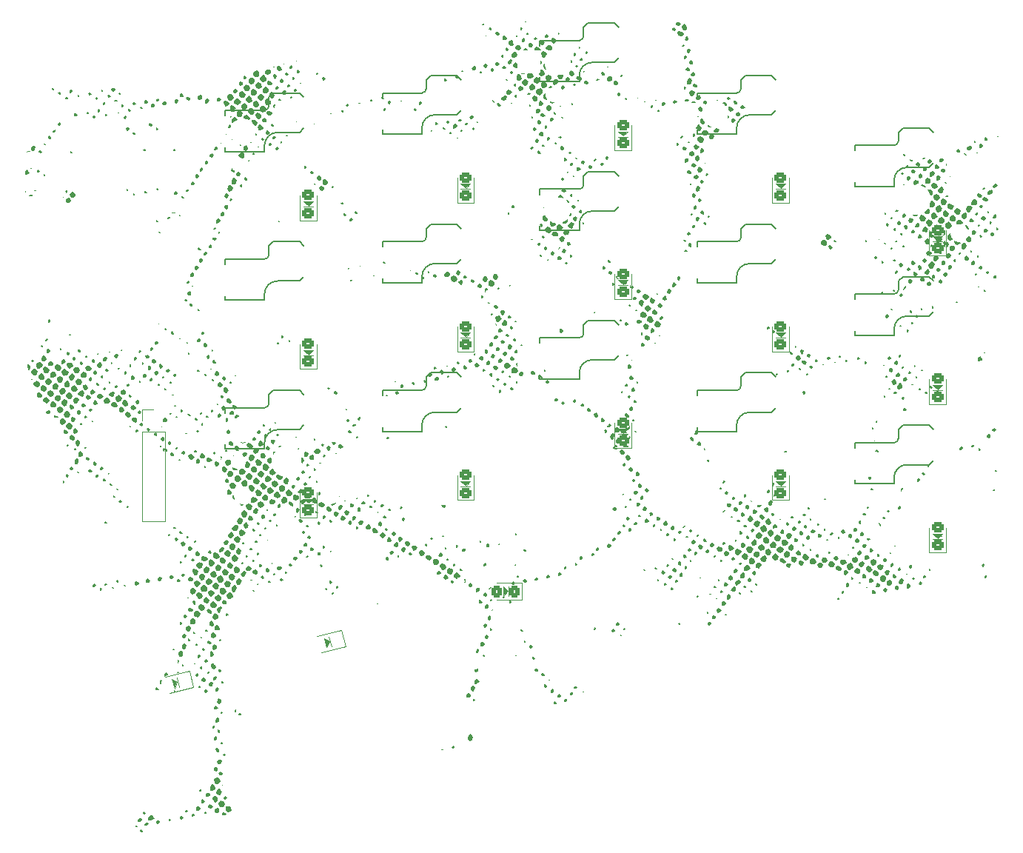
<source format=gbr>
%TF.GenerationSoftware,KiCad,Pcbnew,6.0.7*%
%TF.CreationDate,2023-01-29T15:54:58+00:00*%
%TF.ProjectId,rknt36-rounded,726b6e74-3336-42d7-926f-756e6465642e,rev?*%
%TF.SameCoordinates,Original*%
%TF.FileFunction,Legend,Top*%
%TF.FilePolarity,Positive*%
%FSLAX46Y46*%
G04 Gerber Fmt 4.6, Leading zero omitted, Abs format (unit mm)*
G04 Created by KiCad (PCBNEW 6.0.7) date 2023-01-29 15:54:58*
%MOMM*%
%LPD*%
G01*
G04 APERTURE LIST*
G04 Aperture macros list*
%AMRoundRect*
0 Rectangle with rounded corners*
0 $1 Rounding radius*
0 $2 $3 $4 $5 $6 $7 $8 $9 X,Y pos of 4 corners*
0 Add a 4 corners polygon primitive as box body*
4,1,4,$2,$3,$4,$5,$6,$7,$8,$9,$2,$3,0*
0 Add four circle primitives for the rounded corners*
1,1,$1+$1,$2,$3*
1,1,$1+$1,$4,$5*
1,1,$1+$1,$6,$7*
1,1,$1+$1,$8,$9*
0 Add four rect primitives between the rounded corners*
20,1,$1+$1,$2,$3,$4,$5,0*
20,1,$1+$1,$4,$5,$6,$7,0*
20,1,$1+$1,$6,$7,$8,$9,0*
20,1,$1+$1,$8,$9,$2,$3,0*%
G04 Aperture macros list end*
%ADD10C,0.120000*%
%ADD11C,0.150000*%
%ADD12RoundRect,0.250000X0.197457X0.518783X-0.430394X0.350550X-0.197457X-0.518783X0.430394X-0.350550X0*%
%ADD13C,1.701800*%
%ADD14C,3.000000*%
%ADD15C,3.429000*%
%ADD16R,2.600000X2.600000*%
%ADD17C,2.032000*%
%ADD18RoundRect,0.250000X0.450000X-0.325000X0.450000X0.325000X-0.450000X0.325000X-0.450000X-0.325000X0*%
%ADD19R,1.700000X1.700000*%
%ADD20O,1.700000X1.700000*%
%ADD21C,0.990600*%
%ADD22C,2.500000*%
%ADD23C,3.800000*%
%ADD24C,0.800000*%
%ADD25O,2.000000X1.600000*%
%ADD26RoundRect,0.250000X0.325000X0.450000X-0.325000X0.450000X-0.325000X-0.450000X0.325000X-0.450000X0*%
%ADD27O,2.750000X1.800000*%
%ADD28C,1.397000*%
G04 APERTURE END LIST*
D10*
%TO.C,D31*%
X103381966Y-116706850D02*
X102885034Y-114852273D01*
X100619418Y-117447073D02*
X103381966Y-116706850D01*
X101484305Y-115652060D02*
X101769006Y-116714578D01*
X102885034Y-114852273D02*
X100122486Y-115592495D01*
G36*
X101517122Y-116160905D02*
G01*
X101189451Y-116869870D01*
X100904750Y-115807352D01*
X101517122Y-116160905D01*
G37*
X101517122Y-116160905D02*
X101189451Y-116869870D01*
X100904750Y-115807352D01*
X101517122Y-116160905D01*
D11*
%TO.C,SW9*%
X166000000Y-65300000D02*
X166000000Y-64300000D01*
X161000000Y-66400000D02*
X161000000Y-65800000D01*
X161000000Y-65800000D02*
X165500000Y-65800000D01*
X165500000Y-69800000D02*
X165500000Y-70500000D01*
X166500000Y-63800000D02*
X166000000Y-64300000D01*
X169500000Y-68300000D02*
X167000000Y-68300000D01*
X170000000Y-67800000D02*
X169500000Y-68300000D01*
X169500000Y-63800000D02*
X166500000Y-63800000D01*
X161000000Y-70500000D02*
X161000000Y-70000000D01*
X165500000Y-70500000D02*
X161000000Y-70500000D01*
X170000000Y-64300000D02*
X169500000Y-63800000D01*
X167000000Y-68300000D02*
G75*
G03*
X165500000Y-69800000I1J-1500001D01*
G01*
X165500000Y-65800000D02*
G75*
G03*
X166000000Y-65300000I-1J500001D01*
G01*
%TO.C,SW15*%
X179000000Y-93500000D02*
X179000000Y-93000000D01*
X188000000Y-90800000D02*
X187500000Y-91300000D01*
X183500000Y-92800000D02*
X183500000Y-93500000D01*
X179000000Y-89400000D02*
X179000000Y-88800000D01*
X179000000Y-88800000D02*
X183500000Y-88800000D01*
X184500000Y-86800000D02*
X184000000Y-87300000D01*
X188000000Y-87300000D02*
X187500000Y-86800000D01*
X183500000Y-93500000D02*
X179000000Y-93500000D01*
X187500000Y-86800000D02*
X184500000Y-86800000D01*
X184000000Y-88300000D02*
X184000000Y-87300000D01*
X187500000Y-91300000D02*
X185000000Y-91300000D01*
X183500000Y-88800000D02*
G75*
G03*
X184000000Y-88300000I-1J500001D01*
G01*
X185000000Y-91300000D02*
G75*
G03*
X183500000Y-92800000I1J-1500001D01*
G01*
D10*
%TO.C,D21*%
X117050000Y-95800000D02*
X115950000Y-95800000D01*
X115540000Y-97360000D02*
X117460000Y-97360000D01*
X115540000Y-94500000D02*
X115540000Y-97360000D01*
X117460000Y-97360000D02*
X117460000Y-94500000D01*
G36*
X116550000Y-95700000D02*
G01*
X115950000Y-95200000D01*
X117050000Y-95200000D01*
X116550000Y-95700000D01*
G37*
X116550000Y-95700000D02*
X115950000Y-95200000D01*
X117050000Y-95200000D01*
X116550000Y-95700000D01*
D11*
%TO.C,SW14*%
X161000000Y-83400000D02*
X161000000Y-82800000D01*
X166500000Y-80800000D02*
X166000000Y-81300000D01*
X169500000Y-85300000D02*
X167000000Y-85300000D01*
X166000000Y-82300000D02*
X166000000Y-81300000D01*
X170000000Y-81300000D02*
X169500000Y-80800000D01*
X161000000Y-87500000D02*
X161000000Y-87000000D01*
X161000000Y-82800000D02*
X165500000Y-82800000D01*
X165500000Y-87500000D02*
X161000000Y-87500000D01*
X169500000Y-80800000D02*
X166500000Y-80800000D01*
X165500000Y-86800000D02*
X165500000Y-87500000D01*
X170000000Y-84800000D02*
X169500000Y-85300000D01*
X167000000Y-85300000D02*
G75*
G03*
X165500000Y-86800000I1J-1500001D01*
G01*
X165500000Y-82800000D02*
G75*
G03*
X166000000Y-82300000I-1J500001D01*
G01*
%TO.C,SW6*%
X116000000Y-66300000D02*
X115500000Y-65800000D01*
X112000000Y-67300000D02*
X112000000Y-66300000D01*
X111500000Y-71800000D02*
X111500000Y-72500000D01*
X112500000Y-65800000D02*
X112000000Y-66300000D01*
X111500000Y-72500000D02*
X107000000Y-72500000D01*
X115500000Y-65800000D02*
X112500000Y-65800000D01*
X107000000Y-68400000D02*
X107000000Y-67800000D01*
X107000000Y-67800000D02*
X111500000Y-67800000D01*
X107000000Y-72500000D02*
X107000000Y-72000000D01*
X115500000Y-70300000D02*
X113000000Y-70300000D01*
X116000000Y-69800000D02*
X115500000Y-70300000D01*
X111500000Y-67800000D02*
G75*
G03*
X112000000Y-67300000I-1J500001D01*
G01*
X113000000Y-70300000D02*
G75*
G03*
X111500000Y-71800000I1J-1500001D01*
G01*
D10*
%TO.C,J1*%
X97470000Y-84970000D02*
X98800000Y-84970000D01*
X97470000Y-87570000D02*
X97470000Y-97790000D01*
X97470000Y-97790000D02*
X100130000Y-97790000D01*
X100130000Y-87570000D02*
X100130000Y-97790000D01*
X97470000Y-86300000D02*
X97470000Y-84970000D01*
X97470000Y-87570000D02*
X100130000Y-87570000D01*
%TO.C,D17*%
X171050000Y-76800000D02*
X169950000Y-76800000D01*
X171460000Y-78360000D02*
X171460000Y-75500000D01*
X169540000Y-75500000D02*
X169540000Y-78360000D01*
X169540000Y-78360000D02*
X171460000Y-78360000D01*
G36*
X170550000Y-76700000D02*
G01*
X169950000Y-76200000D01*
X171050000Y-76200000D01*
X170550000Y-76700000D01*
G37*
X170550000Y-76700000D02*
X169950000Y-76200000D01*
X171050000Y-76200000D01*
X170550000Y-76700000D01*
%TO.C,G\u002A\u002A\u002A*%
G36*
X154256852Y-95619821D02*
G01*
X154357018Y-95688732D01*
X154443062Y-95816537D01*
X154391206Y-95940025D01*
X154380859Y-95952751D01*
X154234878Y-96074173D01*
X154110551Y-96041949D01*
X154095111Y-96027555D01*
X154040974Y-95880054D01*
X154065937Y-95702400D01*
X154131458Y-95613312D01*
X154256852Y-95619821D01*
G37*
G36*
X86688843Y-83619015D02*
G01*
X86828052Y-83766856D01*
X86897489Y-83923047D01*
X86898000Y-83934333D01*
X86842799Y-84076577D01*
X86719509Y-84227426D01*
X86591596Y-84312675D01*
X86572124Y-84315333D01*
X86465023Y-84271446D01*
X86324172Y-84183532D01*
X86182400Y-84028617D01*
X86136000Y-83890178D01*
X86208248Y-83726956D01*
X86378769Y-83596345D01*
X86547719Y-83553333D01*
X86688843Y-83619015D01*
G37*
G36*
X116771706Y-92571439D02*
G01*
X116772252Y-92659400D01*
X116691050Y-92807887D01*
X116629080Y-92848235D01*
X116544960Y-92823227D01*
X116544414Y-92735267D01*
X116625616Y-92586779D01*
X116687585Y-92546432D01*
X116771706Y-92571439D01*
G37*
G36*
X93267030Y-49873100D02*
G01*
X93285783Y-50002910D01*
X93225163Y-50130362D01*
X93135290Y-50179873D01*
X93021878Y-50166062D01*
X93005195Y-50035735D01*
X93008290Y-50011699D01*
X93076291Y-49858984D01*
X93163333Y-49813667D01*
X93267030Y-49873100D01*
G37*
G36*
X102727221Y-77349460D02*
G01*
X102730666Y-77372667D01*
X102701779Y-77455132D01*
X102693330Y-77457333D01*
X102621044Y-77398004D01*
X102603666Y-77372667D01*
X102610379Y-77294648D01*
X102641003Y-77288000D01*
X102727221Y-77349460D01*
G37*
G36*
X161425687Y-100454921D02*
G01*
X161535090Y-100522900D01*
X161647160Y-100645285D01*
X161618778Y-100779658D01*
X161607258Y-100799208D01*
X161444377Y-100953981D01*
X161262780Y-100954768D01*
X161147790Y-100864201D01*
X161079863Y-100696968D01*
X161119291Y-100590442D01*
X161261345Y-100443636D01*
X161425687Y-100454921D01*
G37*
G36*
X125724886Y-88164300D02*
G01*
X125740597Y-88225875D01*
X125642067Y-88343056D01*
X125510545Y-88347469D01*
X125479541Y-88324653D01*
X125423458Y-88203323D01*
X125518223Y-88132855D01*
X125597722Y-88125333D01*
X125724886Y-88164300D01*
G37*
G36*
X110975548Y-94201531D02*
G01*
X110991065Y-94208388D01*
X111153955Y-94361894D01*
X111197729Y-94576585D01*
X111109874Y-94782077D01*
X111095733Y-94797067D01*
X110894328Y-94896853D01*
X110677658Y-94863931D01*
X110516107Y-94710815D01*
X110507054Y-94692399D01*
X110453493Y-94431660D01*
X110533855Y-94242802D01*
X110717940Y-94156026D01*
X110975548Y-94201531D01*
G37*
G36*
X167174962Y-95380361D02*
G01*
X167246666Y-95449000D01*
X167317392Y-95573461D01*
X167313130Y-95622425D01*
X167233704Y-95602305D01*
X167162000Y-95533667D01*
X167091274Y-95409205D01*
X167095536Y-95360241D01*
X167174962Y-95380361D01*
G37*
G36*
X167803605Y-104894815D02*
G01*
X167881979Y-105012417D01*
X167875737Y-105068260D01*
X167757280Y-105140342D01*
X167634073Y-105068446D01*
X167627666Y-105058667D01*
X167604831Y-104922092D01*
X167687633Y-104854333D01*
X167803605Y-104894815D01*
G37*
G36*
X150436849Y-68620045D02*
G01*
X150543528Y-68722790D01*
X150525696Y-68855904D01*
X150401176Y-68958025D01*
X150333635Y-68975388D01*
X150184449Y-68958678D01*
X150144000Y-68832219D01*
X150195648Y-68645101D01*
X150343234Y-68595678D01*
X150436849Y-68620045D01*
G37*
G36*
X89881635Y-51141278D02*
G01*
X90048678Y-51213009D01*
X90105965Y-51327943D01*
X90048595Y-51429974D01*
X89909874Y-51464667D01*
X89741808Y-51428295D01*
X89692082Y-51298198D01*
X89692000Y-51289445D01*
X89732634Y-51157884D01*
X89880792Y-51141158D01*
X89881635Y-51141278D01*
G37*
G36*
X106695710Y-119579733D02*
G01*
X106710000Y-119616336D01*
X106653979Y-119726896D01*
X106545391Y-119753372D01*
X106510142Y-119731920D01*
X106458637Y-119609017D01*
X106549259Y-119539124D01*
X106583000Y-119536667D01*
X106695710Y-119579733D01*
G37*
G36*
X145633254Y-46634130D02*
G01*
X145682398Y-46728287D01*
X145685664Y-46740409D01*
X145659879Y-46932327D01*
X145565716Y-47068283D01*
X145389629Y-47206759D01*
X145245444Y-47203710D01*
X145112380Y-47098286D01*
X144992304Y-46921181D01*
X145032877Y-46784147D01*
X145237148Y-46680452D01*
X145310947Y-46659758D01*
X145526684Y-46614999D01*
X145633254Y-46634130D01*
G37*
G36*
X151036733Y-100412783D02*
G01*
X151061892Y-100436940D01*
X151139674Y-100596098D01*
X151131901Y-100691768D01*
X151015740Y-100802089D01*
X150845056Y-100814842D01*
X150702987Y-100731068D01*
X150677919Y-100686090D01*
X150696791Y-100522857D01*
X150782558Y-100431262D01*
X150923528Y-100359076D01*
X151036733Y-100412783D01*
G37*
G36*
X137745193Y-78675149D02*
G01*
X137847740Y-78784835D01*
X137846146Y-78944705D01*
X137755606Y-79084809D01*
X137645536Y-79133942D01*
X137480207Y-79096598D01*
X137421443Y-78988889D01*
X137439720Y-78801425D01*
X137565078Y-78679448D01*
X137744095Y-78674731D01*
X137745193Y-78675149D01*
G37*
G36*
X153543663Y-91659987D02*
G01*
X153654984Y-91812252D01*
X153650069Y-91966935D01*
X153531529Y-92084175D01*
X153355017Y-92087172D01*
X153192894Y-91978745D01*
X153126874Y-91803519D01*
X153190498Y-91655347D01*
X153348309Y-91596667D01*
X153543663Y-91659987D01*
G37*
G36*
X98285666Y-104381333D02*
G01*
X98400709Y-104553113D01*
X98380147Y-104717619D01*
X98253005Y-104827934D01*
X98048305Y-104837140D01*
X98010500Y-104826164D01*
X97918276Y-104722159D01*
X97921928Y-104553677D01*
X98017997Y-104393381D01*
X98031666Y-104381333D01*
X98167179Y-104318614D01*
X98285666Y-104381333D01*
G37*
G36*
X191253777Y-63377806D02*
G01*
X191362755Y-63561407D01*
X191376666Y-63705925D01*
X191304066Y-63779216D01*
X191129799Y-63820932D01*
X190919170Y-63827696D01*
X190737482Y-63796131D01*
X190658081Y-63743083D01*
X190644343Y-63586058D01*
X190749484Y-63432508D01*
X190929555Y-63332401D01*
X191031920Y-63318000D01*
X191253777Y-63377806D01*
G37*
G36*
X172755850Y-80212616D02*
G01*
X172824431Y-80317534D01*
X172823438Y-80444869D01*
X172754996Y-80505333D01*
X172640329Y-80443789D01*
X172623000Y-80420667D01*
X172606435Y-80295103D01*
X172673628Y-80207010D01*
X172755850Y-80212616D01*
G37*
G36*
X169809157Y-93357724D02*
G01*
X169841175Y-93418199D01*
X169828889Y-93585637D01*
X169755911Y-93695708D01*
X169655881Y-93779638D01*
X169621031Y-93729668D01*
X169617333Y-93609473D01*
X169649410Y-93418073D01*
X169724115Y-93324960D01*
X169809157Y-93357724D01*
G37*
G36*
X143406801Y-51159212D02*
G01*
X143586708Y-51256531D01*
X143636619Y-51389436D01*
X143560230Y-51504679D01*
X143379725Y-51549333D01*
X143166508Y-51501069D01*
X143080616Y-51408175D01*
X143075990Y-51236969D01*
X143200980Y-51148628D01*
X143406801Y-51159212D01*
G37*
G36*
X155441550Y-76601631D02*
G01*
X155585347Y-76723407D01*
X155597121Y-76747667D01*
X155598348Y-76929625D01*
X155484636Y-77060178D01*
X155308613Y-77112349D01*
X155122902Y-77059160D01*
X155071600Y-77017067D01*
X154982614Y-76846762D01*
X154988063Y-76663243D01*
X155059478Y-76565359D01*
X155236110Y-76538725D01*
X155441550Y-76601631D01*
G37*
G36*
X140320206Y-113081762D02*
G01*
X140322666Y-113102000D01*
X140258237Y-113184206D01*
X140238000Y-113186667D01*
X140155793Y-113122237D01*
X140153333Y-113102000D01*
X140217762Y-113019793D01*
X140238000Y-113017333D01*
X140320206Y-113081762D01*
G37*
G36*
X92855069Y-79670637D02*
G01*
X92896782Y-79886268D01*
X92893574Y-79932558D01*
X92823709Y-80157366D01*
X92675667Y-80232635D01*
X92464833Y-80161023D01*
X92336012Y-80006463D01*
X92341956Y-79818823D01*
X92479114Y-79662711D01*
X92492615Y-79655126D01*
X92716017Y-79590594D01*
X92855069Y-79670637D01*
G37*
G36*
X143919610Y-42119297D02*
G01*
X144003992Y-42254016D01*
X144005666Y-42279493D01*
X143940290Y-42419196D01*
X143794045Y-42480810D01*
X143641752Y-42449927D01*
X143570712Y-42363247D01*
X143568206Y-42199684D01*
X143604431Y-42137702D01*
X143761487Y-42071713D01*
X143919610Y-42119297D01*
G37*
G36*
X115749049Y-94096136D02*
G01*
X115842787Y-94247745D01*
X115854000Y-94355551D01*
X115830087Y-94514965D01*
X115735598Y-94546386D01*
X115688726Y-94536529D01*
X115542683Y-94536958D01*
X115495131Y-94578272D01*
X115429603Y-94595349D01*
X115362796Y-94537905D01*
X115308679Y-94417633D01*
X115371691Y-94276002D01*
X115416203Y-94218169D01*
X115593381Y-94082050D01*
X115749049Y-94096136D01*
G37*
G36*
X104474072Y-129567085D02*
G01*
X104595546Y-129672809D01*
X104658831Y-129822684D01*
X104649901Y-129901768D01*
X104532682Y-130018977D01*
X104371098Y-130019313D01*
X104311111Y-129978889D01*
X104256974Y-129831388D01*
X104281937Y-129653733D01*
X104347458Y-129564645D01*
X104474072Y-129567085D01*
G37*
G36*
X161911498Y-89462712D02*
G01*
X161943284Y-89522333D01*
X161941755Y-89634860D01*
X161850158Y-89632684D01*
X161799777Y-89592889D01*
X161745227Y-89476090D01*
X161794197Y-89398817D01*
X161818941Y-89395333D01*
X161911498Y-89462712D01*
G37*
G36*
X99788342Y-115969882D02*
G01*
X99785393Y-116150000D01*
X99724366Y-116314440D01*
X99628750Y-116401997D01*
X99543670Y-116390457D01*
X99513333Y-116283925D01*
X99553008Y-116063555D01*
X99651134Y-115920421D01*
X99719394Y-115896000D01*
X99788342Y-115969882D01*
G37*
G36*
X195237274Y-91969877D02*
G01*
X195271333Y-92020000D01*
X195203118Y-92095939D01*
X195149330Y-92104667D01*
X195005181Y-92053066D01*
X194975000Y-92020000D01*
X195000923Y-91953359D01*
X195097003Y-91935333D01*
X195237274Y-91969877D01*
G37*
G36*
X119072364Y-96210840D02*
G01*
X119112229Y-96251745D01*
X119210901Y-96397142D01*
X119182899Y-96514668D01*
X119157318Y-96548078D01*
X118976869Y-96667003D01*
X118780815Y-96664195D01*
X118632124Y-96548487D01*
X118599308Y-96469812D01*
X118594746Y-96233938D01*
X118697380Y-96101390D01*
X118869242Y-96088310D01*
X119072364Y-96210840D01*
G37*
G36*
X115311458Y-94782479D02*
G01*
X115455986Y-94924371D01*
X115471295Y-95134227D01*
X115430666Y-95237333D01*
X115310763Y-95363720D01*
X115116179Y-95389317D01*
X114896668Y-95347373D01*
X114788106Y-95269216D01*
X114765907Y-95086970D01*
X114769668Y-95039695D01*
X114812243Y-94848763D01*
X114927677Y-94767189D01*
X115065208Y-94745555D01*
X115311458Y-94782479D01*
G37*
G36*
X142922794Y-81170299D02*
G01*
X142968055Y-81309667D01*
X142971055Y-81477388D01*
X142916101Y-81515833D01*
X142836903Y-81406100D01*
X142829391Y-81387408D01*
X142780765Y-81181729D01*
X142837191Y-81099209D01*
X142852796Y-81098000D01*
X142922794Y-81170299D01*
G37*
G36*
X187523850Y-58534798D02*
G01*
X187656862Y-58664260D01*
X187698789Y-58852859D01*
X187656664Y-58990039D01*
X187488264Y-59169508D01*
X187247829Y-59197692D01*
X187206833Y-59189832D01*
X187098508Y-59091710D01*
X187057746Y-58906938D01*
X187090085Y-58706431D01*
X187160266Y-58593600D01*
X187343677Y-58499552D01*
X187523850Y-58534798D01*
G37*
G36*
X171194956Y-99928815D02*
G01*
X171333899Y-100074020D01*
X171392069Y-100250455D01*
X171336069Y-100418401D01*
X171289500Y-100463156D01*
X171038146Y-100592830D01*
X170827925Y-100568840D01*
X170762783Y-100519355D01*
X170648962Y-100312695D01*
X170654219Y-100087905D01*
X170773641Y-99912769D01*
X170808344Y-99890961D01*
X171008638Y-99854556D01*
X171194956Y-99928815D01*
G37*
G36*
X165248118Y-95021169D02*
G01*
X165299333Y-95143608D01*
X165247607Y-95289472D01*
X165134527Y-95361753D01*
X165023236Y-95331930D01*
X164992292Y-95282294D01*
X164981928Y-95120076D01*
X165000494Y-95072054D01*
X165122660Y-94985999D01*
X165248118Y-95021169D01*
G37*
G36*
X137752543Y-49713242D02*
G01*
X137782666Y-49818663D01*
X137735024Y-49927363D01*
X137635745Y-49916273D01*
X137557883Y-49810015D01*
X137538420Y-49671253D01*
X137554907Y-49632204D01*
X137655675Y-49621248D01*
X137752543Y-49713242D01*
G37*
G36*
X187877504Y-82343202D02*
G01*
X187905333Y-82452667D01*
X187845464Y-82594171D01*
X187736000Y-82622000D01*
X187594495Y-82562131D01*
X187566666Y-82452667D01*
X187626535Y-82311162D01*
X187736000Y-82283333D01*
X187877504Y-82343202D01*
G37*
G36*
X107716643Y-92017546D02*
G01*
X107811269Y-92088129D01*
X107949660Y-92250659D01*
X107955082Y-92444687D01*
X107948817Y-92471382D01*
X107866794Y-92641153D01*
X107701080Y-92695999D01*
X107650087Y-92697333D01*
X107437097Y-92656748D01*
X107306042Y-92574400D01*
X107230434Y-92371886D01*
X107308843Y-92166312D01*
X107438672Y-92049030D01*
X107586122Y-91978492D01*
X107716643Y-92017546D01*
G37*
G36*
X100083490Y-89384277D02*
G01*
X100105994Y-89561621D01*
X100106000Y-89564667D01*
X100076520Y-89755422D01*
X100006391Y-89816702D01*
X99923078Y-89731063D01*
X99906048Y-89691667D01*
X99889748Y-89518245D01*
X99944659Y-89365517D01*
X100030391Y-89310667D01*
X100083490Y-89384277D01*
G37*
G36*
X111914541Y-53114190D02*
G01*
X112022125Y-53184506D01*
X112109338Y-53312844D01*
X112059344Y-53435499D01*
X112047526Y-53450084D01*
X111930200Y-53558400D01*
X111800084Y-53552721D01*
X111726500Y-53525260D01*
X111634585Y-53413939D01*
X111634883Y-53249827D01*
X111721805Y-53118364D01*
X111754231Y-53101432D01*
X111914541Y-53114190D01*
G37*
G36*
X108621226Y-100859152D02*
G01*
X108752154Y-100980423D01*
X108819489Y-101166749D01*
X108800668Y-101366493D01*
X108725066Y-101485733D01*
X108542872Y-101581831D01*
X108365059Y-101509427D01*
X108319579Y-101461433D01*
X108258487Y-101281199D01*
X108287201Y-101064611D01*
X108388213Y-100893596D01*
X108449267Y-100854569D01*
X108621226Y-100859152D01*
G37*
G36*
X121505468Y-70140562D02*
G01*
X121507263Y-70191875D01*
X121422991Y-70303683D01*
X121321537Y-70317899D01*
X121272666Y-70225389D01*
X121340836Y-70108757D01*
X121406722Y-70091333D01*
X121505468Y-70140562D01*
G37*
G36*
X186531830Y-68535978D02*
G01*
X186680083Y-68695409D01*
X186680626Y-68865067D01*
X186555406Y-68988130D01*
X186418293Y-69032951D01*
X186327671Y-68955562D01*
X186281661Y-68864546D01*
X186235517Y-68652849D01*
X186296262Y-68517475D01*
X186437143Y-68493560D01*
X186531830Y-68535978D01*
G37*
G36*
X179246349Y-101870047D02*
G01*
X179339353Y-101983985D01*
X179354000Y-102010667D01*
X179394111Y-102222324D01*
X179309645Y-102397915D01*
X179145298Y-102505887D01*
X178945766Y-102514693D01*
X178778266Y-102417067D01*
X178680097Y-102225190D01*
X178732451Y-102039872D01*
X178893845Y-101923904D01*
X179117028Y-101853637D01*
X179246349Y-101870047D01*
G37*
G36*
X154006478Y-97875995D02*
G01*
X154145700Y-97951607D01*
X154152516Y-98063107D01*
X154039301Y-98158561D01*
X153932833Y-98185124D01*
X153765159Y-98183054D01*
X153701296Y-98142790D01*
X153772082Y-97965896D01*
X153931741Y-97874867D01*
X154006478Y-97875995D01*
G37*
G36*
X114514845Y-95534432D02*
G01*
X114673958Y-95665958D01*
X114805142Y-95859183D01*
X114799096Y-95998256D01*
X114686331Y-96052189D01*
X114497358Y-95989991D01*
X114413364Y-95930637D01*
X114273055Y-95755668D01*
X114270890Y-95631521D01*
X114368432Y-95506747D01*
X114514845Y-95534432D01*
G37*
G36*
X127551797Y-100706861D02*
G01*
X127620204Y-100834421D01*
X127606135Y-101026555D01*
X127530025Y-101213360D01*
X127412308Y-101324934D01*
X127368666Y-101333333D01*
X127272198Y-101281196D01*
X127216266Y-101231733D01*
X127126095Y-101084654D01*
X127114666Y-101024867D01*
X127176869Y-100902883D01*
X127318392Y-100779459D01*
X127471612Y-100703791D01*
X127551797Y-100706861D01*
G37*
G36*
X187037500Y-57322209D02*
G01*
X187219092Y-57383873D01*
X187270333Y-57518333D01*
X187200984Y-57655068D01*
X187047058Y-57725414D01*
X186889736Y-57697593D01*
X186864682Y-57677127D01*
X186813655Y-57549665D01*
X186804666Y-57456265D01*
X186842802Y-57341145D01*
X186985984Y-57317438D01*
X187037500Y-57322209D01*
G37*
G36*
X158059508Y-103988285D02*
G01*
X158091889Y-104108252D01*
X158087388Y-104147635D01*
X158001382Y-104317357D01*
X157846898Y-104363650D01*
X157705354Y-104288821D01*
X157639647Y-104139843D01*
X157712884Y-104013855D01*
X157896417Y-103958101D01*
X157905947Y-103958000D01*
X158059508Y-103988285D01*
G37*
G36*
X97449145Y-86530662D02*
G01*
X97571915Y-86617334D01*
X97605215Y-86762223D01*
X97544243Y-86888488D01*
X97473547Y-86921305D01*
X97306954Y-86885662D01*
X97245557Y-86834958D01*
X97198417Y-86681585D01*
X97278427Y-86560064D01*
X97445693Y-86530019D01*
X97449145Y-86530662D01*
G37*
G36*
X185042647Y-64025759D02*
G01*
X185069000Y-64164667D01*
X185014250Y-64344550D01*
X184886687Y-64401802D01*
X184741338Y-64324836D01*
X184685869Y-64245351D01*
X184641348Y-64049728D01*
X184733803Y-63934460D01*
X184911840Y-63925053D01*
X185042647Y-64025759D01*
G37*
G36*
X114983395Y-93606881D02*
G01*
X114998400Y-93751571D01*
X114952016Y-93912137D01*
X114854922Y-94022651D01*
X114816577Y-94036367D01*
X114666149Y-93996673D01*
X114616605Y-93930179D01*
X114625753Y-93753701D01*
X114743126Y-93600677D01*
X114896324Y-93544000D01*
X114983395Y-93606881D01*
G37*
G36*
X105585362Y-105694263D02*
G01*
X105731933Y-105829503D01*
X105765654Y-106024414D01*
X105664996Y-106231690D01*
X105623833Y-106273211D01*
X105403395Y-106399917D01*
X105213914Y-106364899D01*
X105082932Y-106195091D01*
X105037306Y-105944511D01*
X105136415Y-105756498D01*
X105347473Y-105666000D01*
X105585362Y-105694263D01*
G37*
G36*
X97537203Y-133102810D02*
G01*
X97566000Y-133215330D01*
X97524941Y-133324475D01*
X97393243Y-133300837D01*
X97312707Y-133254896D01*
X97234243Y-133161210D01*
X97284163Y-133077303D01*
X97423341Y-133024388D01*
X97537203Y-133102810D01*
G37*
G36*
X155335968Y-94015614D02*
G01*
X155454979Y-94131361D01*
X155464341Y-94291716D01*
X155362447Y-94415852D01*
X155344075Y-94423941D01*
X155206965Y-94468158D01*
X155125688Y-94430631D01*
X155051140Y-94344084D01*
X154987185Y-94215266D01*
X155064305Y-94090761D01*
X155068074Y-94086973D01*
X155233917Y-94006367D01*
X155335968Y-94015614D01*
G37*
G36*
X181286681Y-105725454D02*
G01*
X181378858Y-105910001D01*
X181386000Y-105987050D01*
X181316563Y-106059524D01*
X181169139Y-106108594D01*
X181035053Y-106108369D01*
X181009902Y-106093680D01*
X180972754Y-105980647D01*
X180962666Y-105848889D01*
X181010280Y-105688441D01*
X181122941Y-105651333D01*
X181286681Y-105725454D01*
G37*
G36*
X150227515Y-56797955D02*
G01*
X150299857Y-56914644D01*
X150253282Y-57046767D01*
X150118723Y-57130903D01*
X150061990Y-57137333D01*
X149917577Y-57077824D01*
X149890000Y-56977058D01*
X149954926Y-56812304D01*
X150108603Y-56758060D01*
X150227515Y-56797955D01*
G37*
G36*
X106273816Y-130610310D02*
G01*
X106333549Y-130775239D01*
X106283384Y-130972800D01*
X106141652Y-131108601D01*
X105972030Y-131120501D01*
X105839605Y-131009930D01*
X105819710Y-130962604D01*
X105825943Y-130749949D01*
X105954954Y-130591005D01*
X106118641Y-130543333D01*
X106273816Y-130610310D01*
G37*
G36*
X99519071Y-132029584D02*
G01*
X99548418Y-132150170D01*
X99465730Y-132272174D01*
X99288501Y-132394499D01*
X99162896Y-132356256D01*
X99122173Y-132283054D01*
X99119308Y-132099623D01*
X99252596Y-131994317D01*
X99344000Y-131982667D01*
X99519071Y-132029584D01*
G37*
G36*
X106681777Y-127862222D02*
G01*
X106691910Y-127962702D01*
X106681777Y-127975111D01*
X106631443Y-127963489D01*
X106625333Y-127918667D01*
X106656311Y-127848976D01*
X106681777Y-127862222D01*
G37*
G36*
X144326030Y-43432412D02*
G01*
X144413169Y-43583323D01*
X144376508Y-43778980D01*
X144233127Y-43891603D01*
X144015452Y-43927694D01*
X143803118Y-43881282D01*
X143726266Y-43827733D01*
X143633828Y-43691499D01*
X143677224Y-43559415D01*
X143757714Y-43469714D01*
X143954556Y-43353743D01*
X144158577Y-43348597D01*
X144326030Y-43432412D01*
G37*
G36*
X113348746Y-45816600D02*
G01*
X113416834Y-45925063D01*
X113472800Y-46098264D01*
X113426199Y-46196963D01*
X113393852Y-46220100D01*
X113167990Y-46298374D01*
X112998432Y-46228057D01*
X112923153Y-46079246D01*
X112926726Y-45863196D01*
X113032329Y-45736948D01*
X113189742Y-45716189D01*
X113348746Y-45816600D01*
G37*
G36*
X184353805Y-75383000D02*
G01*
X184288219Y-75470214D01*
X184217054Y-75496919D01*
X184113213Y-75475985D01*
X184113804Y-75412252D01*
X184198087Y-75316112D01*
X184305276Y-75308060D01*
X184353805Y-75383000D01*
G37*
G36*
X142667806Y-42454851D02*
G01*
X142677402Y-42552528D01*
X142589105Y-42684434D01*
X142441306Y-42736479D01*
X142335204Y-42696316D01*
X142306981Y-42576312D01*
X142390872Y-42457867D01*
X142539266Y-42405333D01*
X142667806Y-42454851D01*
G37*
G36*
X173191658Y-100372871D02*
G01*
X173280906Y-100489688D01*
X173291351Y-100593088D01*
X173285487Y-100600290D01*
X173142149Y-100657896D01*
X173028021Y-100583295D01*
X173004000Y-100486667D01*
X173035154Y-100349021D01*
X173078299Y-100317333D01*
X173191658Y-100372871D01*
G37*
G36*
X102073455Y-109388797D02*
G01*
X102095666Y-109455437D01*
X102037054Y-109581464D01*
X101915531Y-109610135D01*
X101857541Y-109575986D01*
X101796381Y-109440520D01*
X101844027Y-109329726D01*
X101947500Y-109308118D01*
X102073455Y-109388797D01*
G37*
G36*
X96777325Y-49903747D02*
G01*
X96788069Y-50003194D01*
X96701212Y-50134441D01*
X96556386Y-50182720D01*
X96432069Y-50123871D01*
X96425897Y-50114688D01*
X96409963Y-49971060D01*
X96527853Y-49874267D01*
X96645871Y-49856000D01*
X96777325Y-49903747D01*
G37*
G36*
X103650258Y-103249530D02*
G01*
X103838638Y-103382865D01*
X103915978Y-103555122D01*
X103916000Y-103557971D01*
X103859612Y-103788480D01*
X103721777Y-103924533D01*
X103549487Y-103952179D01*
X103389734Y-103857471D01*
X103319081Y-103735150D01*
X103275443Y-103517062D01*
X103296225Y-103320152D01*
X103371340Y-103205439D01*
X103408193Y-103196000D01*
X103650258Y-103249530D01*
G37*
G36*
X114112642Y-46497767D02*
G01*
X114228792Y-46609498D01*
X114245333Y-46678343D01*
X114179930Y-46777235D01*
X114036897Y-46805890D01*
X113895999Y-46756524D01*
X113859773Y-46715956D01*
X113854330Y-46588380D01*
X113958272Y-46498508D01*
X114112197Y-46497597D01*
X114112642Y-46497767D01*
G37*
G36*
X102073948Y-112592660D02*
G01*
X102165023Y-112728565D01*
X102170725Y-112945110D01*
X102137720Y-113060402D01*
X102012131Y-113232209D01*
X101853021Y-113269307D01*
X101713907Y-113172162D01*
X101663911Y-113056255D01*
X101675386Y-112804682D01*
X101754920Y-112680965D01*
X101927311Y-112566944D01*
X102073948Y-112592660D01*
G37*
G36*
X195160755Y-87164566D02*
G01*
X195172899Y-87297401D01*
X195085066Y-87431067D01*
X194912916Y-87525669D01*
X194757698Y-87489189D01*
X194718707Y-87444291D01*
X194718502Y-87310789D01*
X194827983Y-87181177D01*
X194995664Y-87111269D01*
X195027700Y-87109333D01*
X195160755Y-87164566D01*
G37*
G36*
X113672788Y-76622797D02*
G01*
X113695000Y-76689437D01*
X113636388Y-76815464D01*
X113514865Y-76844135D01*
X113456875Y-76809986D01*
X113395714Y-76674520D01*
X113443360Y-76563726D01*
X113546833Y-76542118D01*
X113672788Y-76622797D01*
G37*
G36*
X178092207Y-79295770D02*
G01*
X178186403Y-79390746D01*
X178209668Y-79497277D01*
X178196154Y-79518290D01*
X178062032Y-79574408D01*
X177943546Y-79528006D01*
X177914666Y-79451997D01*
X177960076Y-79311914D01*
X177989740Y-79283595D01*
X178092207Y-79295770D01*
G37*
G36*
X101276581Y-55257773D02*
G01*
X101291333Y-55317000D01*
X101223560Y-55429248D01*
X101164333Y-55444000D01*
X101052084Y-55376227D01*
X101037333Y-55317000D01*
X101105106Y-55204751D01*
X101164333Y-55190000D01*
X101276581Y-55257773D01*
G37*
G36*
X163917431Y-105698398D02*
G01*
X163929708Y-105792484D01*
X163849489Y-105936083D01*
X163724117Y-105970360D01*
X163664208Y-105935319D01*
X163604229Y-105790060D01*
X163680002Y-105675866D01*
X163781541Y-105651333D01*
X163917431Y-105698398D01*
G37*
G36*
X139518333Y-62471333D02*
G01*
X139524487Y-62611696D01*
X139495112Y-62655421D01*
X139391322Y-62685806D01*
X139349000Y-62640667D01*
X139342846Y-62500304D01*
X139372221Y-62456579D01*
X139476010Y-62426194D01*
X139518333Y-62471333D01*
G37*
G36*
X153249363Y-97324118D02*
G01*
X153263413Y-97456555D01*
X153175066Y-97591067D01*
X153019768Y-97686866D01*
X152909061Y-97619439D01*
X152885506Y-97569721D01*
X152882410Y-97386684D01*
X153016192Y-97281603D01*
X153112330Y-97269333D01*
X153249363Y-97324118D01*
G37*
G36*
X147751721Y-47022361D02*
G01*
X147768575Y-47053109D01*
X147804556Y-47215919D01*
X147729220Y-47317476D01*
X147642931Y-47364332D01*
X147608609Y-47288339D01*
X147604000Y-47157033D01*
X147618139Y-46950561D01*
X147665106Y-46907106D01*
X147751721Y-47022361D01*
G37*
G36*
X141023887Y-110211248D02*
G01*
X141084666Y-110305343D01*
X141023385Y-110381143D01*
X140895730Y-110380472D01*
X140785981Y-110304164D01*
X140784851Y-110302367D01*
X140763285Y-110187029D01*
X140776203Y-110164907D01*
X140889392Y-110148319D01*
X141023887Y-110211248D01*
G37*
G36*
X154260620Y-92134963D02*
G01*
X154379386Y-92246437D01*
X154388820Y-92415152D01*
X154372575Y-92452224D01*
X154234341Y-92590713D01*
X154072687Y-92598425D01*
X154010444Y-92556222D01*
X153953738Y-92404771D01*
X153988687Y-92230544D01*
X154082078Y-92134870D01*
X154260620Y-92134963D01*
G37*
G36*
X109250871Y-88673215D02*
G01*
X109332222Y-88731054D01*
X109264309Y-88807278D01*
X109200741Y-88835941D01*
X109011480Y-88882767D01*
X108884063Y-88823700D01*
X108833693Y-88768800D01*
X108795926Y-88689925D01*
X108878321Y-88656007D01*
X109034993Y-88650267D01*
X109250871Y-88673215D01*
G37*
G36*
X85326419Y-80377631D02*
G01*
X85492818Y-80515808D01*
X85543333Y-80710433D01*
X85480704Y-80947485D01*
X85323401Y-81073746D01*
X85117298Y-81072871D01*
X84913824Y-80934734D01*
X84813274Y-80723442D01*
X84859671Y-80521899D01*
X85036814Y-80383825D01*
X85084409Y-80369075D01*
X85326419Y-80377631D01*
G37*
G36*
X168568952Y-100499695D02*
G01*
X168633665Y-100560282D01*
X168733542Y-100719776D01*
X168701889Y-100879398D01*
X168689769Y-100902957D01*
X168588293Y-101040282D01*
X168520612Y-101079333D01*
X168380389Y-101107136D01*
X168320709Y-101127354D01*
X168179630Y-101101141D01*
X168066130Y-100990575D01*
X167984164Y-100768337D01*
X168032486Y-100578545D01*
X168172072Y-100450783D01*
X168363901Y-100414638D01*
X168568952Y-100499695D01*
G37*
G36*
X124117913Y-98579033D02*
G01*
X124311777Y-98688101D01*
X124455244Y-98849006D01*
X124490000Y-98964618D01*
X124445651Y-99090699D01*
X124285969Y-99131489D01*
X124252933Y-99132000D01*
X124041383Y-99097691D01*
X123914266Y-99030400D01*
X123823351Y-98857500D01*
X123836447Y-98677748D01*
X123940320Y-98569700D01*
X124117913Y-98579033D01*
G37*
G36*
X134566986Y-69751632D02*
G01*
X134636957Y-69865862D01*
X134611395Y-69969372D01*
X134500985Y-70006667D01*
X134337497Y-69980054D01*
X134283111Y-69950222D01*
X134219362Y-69805995D01*
X134291331Y-69699782D01*
X134416301Y-69683278D01*
X134566986Y-69751632D01*
G37*
G36*
X176811539Y-79553762D02*
G01*
X176814000Y-79574000D01*
X176749570Y-79656206D01*
X176729333Y-79658667D01*
X176647126Y-79594237D01*
X176644666Y-79574000D01*
X176709095Y-79491793D01*
X176729333Y-79489333D01*
X176811539Y-79553762D01*
G37*
G36*
X139874098Y-75499088D02*
G01*
X139899333Y-75637000D01*
X139850347Y-75801684D01*
X139741952Y-75846967D01*
X139631990Y-75757353D01*
X139611783Y-75714026D01*
X139599891Y-75529033D01*
X139716819Y-75431932D01*
X139777330Y-75425333D01*
X139874098Y-75499088D01*
G37*
G36*
X105721205Y-127912996D02*
G01*
X105825065Y-128039989D01*
X105911589Y-128232826D01*
X105874378Y-128405572D01*
X105866371Y-128420989D01*
X105724206Y-128548003D01*
X105523471Y-128599615D01*
X105348243Y-128557338D01*
X105327111Y-128539555D01*
X105275694Y-128394057D01*
X105280613Y-128180781D01*
X105335185Y-127989121D01*
X105372266Y-127935600D01*
X105548844Y-127840094D01*
X105721205Y-127912996D01*
G37*
G36*
X108313192Y-48412134D02*
G01*
X108388470Y-48556003D01*
X108386643Y-48617943D01*
X108302573Y-48764326D01*
X108148958Y-48829456D01*
X107995684Y-48799016D01*
X107925710Y-48712373D01*
X107935208Y-48544046D01*
X107995723Y-48449324D01*
X108161907Y-48367788D01*
X108313192Y-48412134D01*
G37*
G36*
X132522732Y-102073087D02*
G01*
X132522482Y-102200806D01*
X132454516Y-102303384D01*
X132345777Y-102292767D01*
X132322520Y-102266048D01*
X132311186Y-102125172D01*
X132403283Y-102021078D01*
X132453663Y-102010667D01*
X132522732Y-102073087D01*
G37*
G36*
X162562274Y-106043215D02*
G01*
X162573772Y-106068317D01*
X162532901Y-106145519D01*
X162463000Y-106159333D01*
X162357626Y-106116373D01*
X162352227Y-106068317D01*
X162439636Y-105980842D01*
X162463000Y-105977300D01*
X162562274Y-106043215D01*
G37*
G36*
X108528770Y-89246249D02*
G01*
X108551923Y-89289500D01*
X108507970Y-89370194D01*
X108328379Y-89395333D01*
X108150921Y-89375469D01*
X108109272Y-89303144D01*
X108120433Y-89263857D01*
X108229474Y-89172553D01*
X108394316Y-89168391D01*
X108528770Y-89246249D01*
G37*
G36*
X176867237Y-65656939D02*
G01*
X176898666Y-65731000D01*
X176828080Y-65834428D01*
X176729333Y-65858000D01*
X176591429Y-65805060D01*
X176560000Y-65731000D01*
X176630586Y-65627572D01*
X176729333Y-65604000D01*
X176867237Y-65656939D01*
G37*
G36*
X109098183Y-48676089D02*
G01*
X109242994Y-48853687D01*
X109321093Y-49033753D01*
X109295780Y-49159601D01*
X109256704Y-49212921D01*
X109067572Y-49327596D01*
X108837181Y-49332380D01*
X108674266Y-49246400D01*
X108582945Y-49053242D01*
X108598734Y-48826535D01*
X108695599Y-48674042D01*
X108896853Y-48597375D01*
X109098183Y-48676089D01*
G37*
G36*
X132977833Y-104565945D02*
G01*
X133126775Y-104634706D01*
X133168333Y-104718840D01*
X133107284Y-104838609D01*
X132977562Y-104867625D01*
X132859305Y-104795940D01*
X132840320Y-104759565D01*
X132794278Y-104602040D01*
X132850704Y-104554857D01*
X132977833Y-104565945D01*
G37*
G36*
X103989284Y-87457900D02*
G01*
X103961814Y-87527034D01*
X103838749Y-87613547D01*
X103713728Y-87546651D01*
X103703963Y-87532069D01*
X103722833Y-87435761D01*
X103787285Y-87394609D01*
X103940755Y-87377889D01*
X103989284Y-87457900D01*
G37*
G36*
X187855770Y-66135530D02*
G01*
X187839325Y-66277255D01*
X187796023Y-66481158D01*
X187745545Y-66521558D01*
X187680402Y-66404290D01*
X187679431Y-66401768D01*
X187690870Y-66238772D01*
X187752690Y-66143690D01*
X187835303Y-66078131D01*
X187855770Y-66135530D01*
G37*
G36*
X190930610Y-62012912D02*
G01*
X191086439Y-62172003D01*
X191122666Y-62337767D01*
X191060330Y-62570766D01*
X190906431Y-62699465D01*
X190710632Y-62707267D01*
X190522595Y-62577579D01*
X190498813Y-62546221D01*
X190421902Y-62325560D01*
X190472629Y-62122063D01*
X190631543Y-61992932D01*
X190692042Y-61978000D01*
X190930610Y-62012912D01*
G37*
G36*
X187005077Y-67737357D02*
G01*
X187156699Y-67821927D01*
X187218640Y-67973751D01*
X187169388Y-68121410D01*
X187130497Y-68153725D01*
X186974169Y-68221593D01*
X186856309Y-68160493D01*
X186813572Y-68112398D01*
X186752806Y-67941736D01*
X186817017Y-67794797D01*
X186973954Y-67734744D01*
X187005077Y-67737357D01*
G37*
G36*
X142745202Y-104246277D02*
G01*
X142834369Y-104312911D01*
X142777832Y-104423867D01*
X142777168Y-104424668D01*
X142629642Y-104526484D01*
X142470950Y-104542840D01*
X142366565Y-104474303D01*
X142354666Y-104421009D01*
X142424729Y-104281106D01*
X142593029Y-104221563D01*
X142745202Y-104246277D01*
G37*
G36*
X162048281Y-63686723D02*
G01*
X162047173Y-63813654D01*
X162044226Y-63818623D01*
X161926678Y-63905670D01*
X161781943Y-63826717D01*
X161744164Y-63784668D01*
X161687723Y-63673240D01*
X161779233Y-63605092D01*
X161781822Y-63604093D01*
X161940482Y-63601051D01*
X162048281Y-63686723D01*
G37*
G36*
X124994746Y-49328421D02*
G01*
X124998000Y-49352997D01*
X125049869Y-49403563D01*
X125082666Y-49390333D01*
X125160685Y-49397046D01*
X125167333Y-49427670D01*
X125096468Y-49500502D01*
X124998000Y-49517333D01*
X124860095Y-49464394D01*
X124828666Y-49390333D01*
X124874384Y-49277661D01*
X124913333Y-49263333D01*
X124994746Y-49328421D01*
G37*
G36*
X147764682Y-62202372D02*
G01*
X147830011Y-62352337D01*
X147810944Y-62478974D01*
X147693006Y-62550507D01*
X147646333Y-62556000D01*
X147507673Y-62507464D01*
X147481722Y-62478974D01*
X147466686Y-62331330D01*
X147541335Y-62186810D01*
X147646333Y-62132667D01*
X147764682Y-62202372D01*
G37*
G36*
X134051007Y-103243245D02*
G01*
X134157096Y-103346610D01*
X134188095Y-103448537D01*
X134165469Y-103477828D01*
X134042861Y-103477072D01*
X133949691Y-103438825D01*
X133824784Y-103327234D01*
X133820948Y-103230341D01*
X133919966Y-103196000D01*
X134051007Y-103243245D01*
G37*
G36*
X105545862Y-116169112D02*
G01*
X105604703Y-116263671D01*
X105609333Y-116353064D01*
X105555330Y-116548699D01*
X105426826Y-116668246D01*
X105274075Y-116680118D01*
X105187899Y-116617955D01*
X105107332Y-116421999D01*
X105174559Y-116255273D01*
X105369173Y-116166543D01*
X105377223Y-116165543D01*
X105545862Y-116169112D01*
G37*
G36*
X126435081Y-99017803D02*
G01*
X126509058Y-99157559D01*
X126506771Y-99230823D01*
X126433881Y-99409479D01*
X126291178Y-99434017D01*
X126137576Y-99349982D01*
X126024532Y-99246474D01*
X126047181Y-99155165D01*
X126113268Y-99083263D01*
X126285296Y-98986343D01*
X126435081Y-99017803D01*
G37*
G36*
X184627920Y-83544054D02*
G01*
X184671072Y-83675363D01*
X184629375Y-83821133D01*
X184528934Y-83891961D01*
X184526320Y-83892000D01*
X184409569Y-83830138D01*
X184389374Y-83803624D01*
X184383355Y-83679763D01*
X184463069Y-83565019D01*
X184573839Y-83518891D01*
X184627920Y-83544054D01*
G37*
G36*
X142980008Y-50642018D02*
G01*
X143023493Y-50749298D01*
X143016457Y-50850833D01*
X142940633Y-51024220D01*
X142799222Y-51117084D01*
X142649782Y-51110124D01*
X142556896Y-51004938D01*
X142541810Y-50788906D01*
X142666168Y-50650013D01*
X142823299Y-50618000D01*
X142980008Y-50642018D01*
G37*
G36*
X109954416Y-92356252D02*
G01*
X110076377Y-92528763D01*
X110096666Y-92655000D01*
X110034649Y-92887105D01*
X109881165Y-93011045D01*
X109685067Y-93013443D01*
X109495207Y-92880919D01*
X109457601Y-92830011D01*
X109371076Y-92637173D01*
X109408288Y-92464428D01*
X109416294Y-92449011D01*
X109570920Y-92300193D01*
X109768112Y-92274668D01*
X109954416Y-92356252D01*
G37*
G36*
X165031005Y-97230384D02*
G01*
X165045333Y-97269333D01*
X164976756Y-97344448D01*
X164918333Y-97354000D01*
X164805661Y-97308282D01*
X164791333Y-97269333D01*
X164859909Y-97194219D01*
X164918333Y-97184667D01*
X165031005Y-97230384D01*
G37*
G36*
X101100525Y-89970092D02*
G01*
X101181234Y-90118662D01*
X101159611Y-90249640D01*
X101032294Y-90322849D01*
X100865804Y-90300476D01*
X100751087Y-90195306D01*
X100749783Y-90192026D01*
X100738002Y-90006306D01*
X100866395Y-89911523D01*
X100948605Y-89903333D01*
X101100525Y-89970092D01*
G37*
G36*
X164173346Y-106959609D02*
G01*
X164273200Y-107105547D01*
X164283333Y-107175333D01*
X164211343Y-107346029D01*
X164045185Y-107452803D01*
X163881166Y-107453170D01*
X163796156Y-107346173D01*
X163781463Y-107164048D01*
X163838363Y-106986287D01*
X163872970Y-106942229D01*
X164018479Y-106892981D01*
X164173346Y-106959609D01*
G37*
G36*
X97534570Y-50416939D02*
G01*
X97566000Y-50491000D01*
X97495413Y-50594428D01*
X97396666Y-50618000D01*
X97258762Y-50565060D01*
X97227333Y-50491000D01*
X97297919Y-50387572D01*
X97396666Y-50364000D01*
X97534570Y-50416939D01*
G37*
G36*
X189352530Y-64539749D02*
G01*
X189386534Y-64737085D01*
X189387000Y-64764389D01*
X189366922Y-64966903D01*
X189282291Y-65057325D01*
X189175333Y-65082002D01*
X189035322Y-65087771D01*
X189038587Y-65035991D01*
X189069500Y-65001569D01*
X189147888Y-64840467D01*
X189175333Y-64648678D01*
X189205613Y-64471023D01*
X189281166Y-64439833D01*
X189352530Y-64539749D01*
G37*
G36*
X111588701Y-90117243D02*
G01*
X111620666Y-90331663D01*
X111598128Y-90509616D01*
X111496104Y-90574122D01*
X111380777Y-90580667D01*
X111186869Y-90562534D01*
X111084444Y-90524222D01*
X111039759Y-90402957D01*
X111028000Y-90271835D01*
X111089245Y-90096886D01*
X111234854Y-90023975D01*
X111466251Y-90008266D01*
X111588701Y-90117243D01*
G37*
G36*
X183091438Y-78967293D02*
G01*
X183151208Y-79100387D01*
X183148118Y-79128272D01*
X183060737Y-79263328D01*
X182917260Y-79302624D01*
X182792490Y-79233189D01*
X182771501Y-79193566D01*
X182770525Y-79028123D01*
X182808400Y-78964400D01*
X182952501Y-78910065D01*
X183091438Y-78967293D01*
G37*
G36*
X124831013Y-97833955D02*
G01*
X124906797Y-97972068D01*
X124932212Y-98142074D01*
X124893215Y-98264167D01*
X124736597Y-98362685D01*
X124582745Y-98325146D01*
X124516201Y-98231492D01*
X124518246Y-98034979D01*
X124630091Y-97856628D01*
X124728987Y-97796448D01*
X124831013Y-97833955D01*
G37*
G36*
X161252510Y-59493860D02*
G01*
X161309459Y-59682140D01*
X161285184Y-59889189D01*
X161185285Y-60047566D01*
X161031703Y-60103250D01*
X160888557Y-60044837D01*
X160840545Y-59968267D01*
X160834142Y-59785267D01*
X160909038Y-59588970D01*
X161030450Y-59449934D01*
X161109175Y-59423333D01*
X161252510Y-59493860D01*
G37*
G36*
X119066554Y-104512612D02*
G01*
X119134920Y-104577968D01*
X119230702Y-104697311D01*
X119198294Y-104794727D01*
X119134920Y-104862032D01*
X119023616Y-104957477D01*
X118966475Y-104927387D01*
X118938385Y-104862032D01*
X118919402Y-104659825D01*
X118938385Y-104577968D01*
X118990870Y-104482523D01*
X119066554Y-104512612D01*
G37*
G36*
X113793777Y-45481555D02*
G01*
X113782155Y-45531890D01*
X113737333Y-45538000D01*
X113667643Y-45507022D01*
X113680888Y-45481555D01*
X113781368Y-45471422D01*
X113793777Y-45481555D01*
G37*
G36*
X110171372Y-47056669D02*
G01*
X110356055Y-47230330D01*
X110399597Y-47444241D01*
X110301586Y-47647392D01*
X110176938Y-47741685D01*
X110038610Y-47808792D01*
X109943328Y-47799877D01*
X109821500Y-47732551D01*
X109683915Y-47578410D01*
X109662771Y-47384029D01*
X109734231Y-47195457D01*
X109874459Y-47058740D01*
X110059618Y-47019925D01*
X110171372Y-47056669D01*
G37*
G36*
X104916227Y-67002453D02*
G01*
X104913877Y-67148842D01*
X104880608Y-67248075D01*
X104766548Y-67367408D01*
X104613665Y-67362053D01*
X104568090Y-67328534D01*
X104555388Y-67216811D01*
X104631954Y-67074422D01*
X104751690Y-66972441D01*
X104807978Y-66958667D01*
X104916227Y-67002453D01*
G37*
G36*
X105898574Y-103545576D02*
G01*
X106009985Y-103711713D01*
X106016266Y-103958924D01*
X105981274Y-104078075D01*
X105862614Y-104185967D01*
X105669829Y-104211328D01*
X105474680Y-104157595D01*
X105358312Y-104048233D01*
X105279194Y-103838148D01*
X105331840Y-103688835D01*
X105476655Y-103572934D01*
X105711106Y-103489615D01*
X105898574Y-103545576D01*
G37*
G36*
X108380394Y-98229789D02*
G01*
X108398521Y-98240026D01*
X108474468Y-98371603D01*
X108477560Y-98569698D01*
X108409728Y-98748906D01*
X108386400Y-98776400D01*
X108193927Y-98867537D01*
X107967794Y-98852605D01*
X107815158Y-98756412D01*
X107768711Y-98594025D01*
X107843717Y-98423250D01*
X107998471Y-98281008D01*
X108191265Y-98204215D01*
X108380394Y-98229789D01*
G37*
G36*
X121505500Y-95760876D02*
G01*
X121687092Y-95822539D01*
X121738333Y-95957000D01*
X121668984Y-96093734D01*
X121515058Y-96164080D01*
X121357736Y-96136259D01*
X121332682Y-96115794D01*
X121281655Y-95988332D01*
X121272666Y-95894932D01*
X121310802Y-95779811D01*
X121453984Y-95756105D01*
X121505500Y-95760876D01*
G37*
G36*
X106602402Y-54546180D02*
G01*
X106577151Y-54584662D01*
X106491277Y-54590649D01*
X106400935Y-54569972D01*
X106440125Y-54539496D01*
X106572448Y-54529403D01*
X106602402Y-54546180D01*
G37*
G36*
X146014363Y-102959100D02*
G01*
X146033117Y-103088910D01*
X145972496Y-103216362D01*
X145882624Y-103265873D01*
X145769212Y-103252062D01*
X145752528Y-103121735D01*
X145755624Y-103097699D01*
X145823625Y-102944984D01*
X145910666Y-102899667D01*
X146014363Y-102959100D01*
G37*
G36*
X180624000Y-96203944D02*
G01*
X180555830Y-96320576D01*
X180489944Y-96338000D01*
X180391198Y-96288771D01*
X180389402Y-96237458D01*
X180473675Y-96125650D01*
X180575128Y-96111434D01*
X180624000Y-96203944D01*
G37*
G36*
X104088883Y-130437479D02*
G01*
X104151187Y-130587925D01*
X104084438Y-130756078D01*
X103921427Y-130868806D01*
X103766803Y-130850240D01*
X103692617Y-130755000D01*
X103679125Y-130547877D01*
X103788584Y-130406131D01*
X103916000Y-130374000D01*
X104088883Y-130437479D01*
G37*
G36*
X151512461Y-89225557D02*
G01*
X151525728Y-89259066D01*
X151643423Y-89370276D01*
X151755006Y-89395333D01*
X151873739Y-89427511D01*
X151879666Y-89480000D01*
X151755824Y-89548401D01*
X151566733Y-89559751D01*
X151406416Y-89513926D01*
X151372081Y-89480670D01*
X151364436Y-89343859D01*
X151396802Y-89259736D01*
X151464362Y-89166323D01*
X151512461Y-89225557D01*
G37*
G36*
X162700697Y-53512695D02*
G01*
X162864441Y-53604024D01*
X162917580Y-53775802D01*
X162840976Y-53965975D01*
X162840624Y-53966400D01*
X162679877Y-54069941D01*
X162500038Y-54075876D01*
X162375748Y-53983802D01*
X162369156Y-53968949D01*
X162368066Y-53774900D01*
X162474275Y-53601484D01*
X162641285Y-53512686D01*
X162700697Y-53512695D01*
G37*
G36*
X102465465Y-110698185D02*
G01*
X102543470Y-110831910D01*
X102492564Y-111006862D01*
X102475771Y-111028745D01*
X102348356Y-111140779D01*
X102214721Y-111117301D01*
X102150836Y-111079725D01*
X102063703Y-110947139D01*
X102096554Y-110790522D01*
X102227186Y-110677802D01*
X102287410Y-110661895D01*
X102465465Y-110698185D01*
G37*
G36*
X144933139Y-64689381D02*
G01*
X145049890Y-64858916D01*
X145064000Y-64966982D01*
X145044477Y-65132974D01*
X144959113Y-65204905D01*
X144767713Y-65203565D01*
X144641627Y-65185453D01*
X144405751Y-65102183D01*
X144319470Y-64967610D01*
X144390256Y-64807093D01*
X144502810Y-64714327D01*
X144735654Y-64634376D01*
X144933139Y-64689381D01*
G37*
G36*
X165561649Y-96231296D02*
G01*
X165684842Y-96379567D01*
X165692462Y-96548588D01*
X165578201Y-96647302D01*
X165394747Y-96672324D01*
X165225105Y-96623486D01*
X165160617Y-96549667D01*
X165146660Y-96345316D01*
X165249665Y-96202127D01*
X165370975Y-96168667D01*
X165561649Y-96231296D01*
G37*
G36*
X148024873Y-117230429D02*
G01*
X148027333Y-117250667D01*
X147962904Y-117332873D01*
X147942666Y-117335333D01*
X147860460Y-117270904D01*
X147858000Y-117250667D01*
X147922429Y-117168460D01*
X147942666Y-117166000D01*
X148024873Y-117230429D01*
G37*
G36*
X94330237Y-94856011D02*
G01*
X94413930Y-94967458D01*
X94377081Y-95053825D01*
X94313388Y-95068000D01*
X94196756Y-94999830D01*
X94179333Y-94933944D01*
X94228686Y-94841226D01*
X94330237Y-94856011D01*
G37*
G36*
X151151736Y-46903421D02*
G01*
X151285179Y-47057941D01*
X151291190Y-47075204D01*
X151287412Y-47273731D01*
X151171000Y-47416150D01*
X150994338Y-47484354D01*
X150809807Y-47460234D01*
X150669790Y-47325683D01*
X150655855Y-47294833D01*
X150632097Y-47111611D01*
X150742941Y-46964012D01*
X150951014Y-46868060D01*
X151151736Y-46903421D01*
G37*
G36*
X108531238Y-89524160D02*
G01*
X108572666Y-89607000D01*
X108499065Y-89709143D01*
X108361000Y-89734000D01*
X108190761Y-89689839D01*
X108149333Y-89607000D01*
X108222934Y-89504857D01*
X108361000Y-89480000D01*
X108531238Y-89524160D01*
G37*
G36*
X106471605Y-111237899D02*
G01*
X106524548Y-111345167D01*
X106491526Y-111471080D01*
X106413666Y-111493333D01*
X106306525Y-111432576D01*
X106301625Y-111361861D01*
X106374891Y-111231811D01*
X106471605Y-111237899D01*
G37*
G36*
X110208161Y-50798642D02*
G01*
X110320881Y-50845017D01*
X110350589Y-50945130D01*
X110350666Y-50953688D01*
X110278678Y-51119792D01*
X110109432Y-51252668D01*
X109946021Y-51295333D01*
X109835287Y-51238716D01*
X109728788Y-51140500D01*
X109603215Y-50960042D01*
X109624767Y-50847894D01*
X109799781Y-50794768D01*
X109969666Y-50787333D01*
X110208161Y-50798642D01*
G37*
G36*
X145793269Y-84167827D02*
G01*
X145805868Y-84327224D01*
X145797566Y-84351975D01*
X145696954Y-84474024D01*
X145560427Y-84433528D01*
X145496656Y-84368900D01*
X145451164Y-84246002D01*
X145532210Y-84143888D01*
X145684029Y-84092583D01*
X145793269Y-84167827D01*
G37*
G36*
X164142361Y-93110111D02*
G01*
X164186436Y-93239541D01*
X164170232Y-93326642D01*
X164075114Y-93431415D01*
X163949180Y-93454789D01*
X163866561Y-93390317D01*
X163861296Y-93353500D01*
X163905089Y-93192478D01*
X163942437Y-93121374D01*
X164044734Y-93056039D01*
X164142361Y-93110111D01*
G37*
G36*
X167521454Y-103465228D02*
G01*
X167673084Y-103538724D01*
X167712333Y-103702840D01*
X167654580Y-103884261D01*
X167517554Y-103942517D01*
X167355600Y-103858459D01*
X167335241Y-103835709D01*
X167263899Y-103657954D01*
X167325142Y-103515179D01*
X167491358Y-103462322D01*
X167521454Y-103465228D01*
G37*
G36*
X181698040Y-89668905D02*
G01*
X181724666Y-89781330D01*
X181699205Y-89878218D01*
X181595733Y-89883014D01*
X181441291Y-89829895D01*
X181334755Y-89768497D01*
X181380536Y-89690006D01*
X181416416Y-89659224D01*
X181579957Y-89595458D01*
X181698040Y-89668905D01*
G37*
G36*
X164616093Y-51460523D02*
G01*
X164622000Y-51507000D01*
X164568322Y-51649018D01*
X164537333Y-51676333D01*
X164474915Y-51645966D01*
X164452666Y-51507000D01*
X164479000Y-51359863D01*
X164537333Y-51337667D01*
X164616093Y-51460523D01*
G37*
G36*
X133461701Y-52418813D02*
G01*
X133531312Y-52562414D01*
X133496489Y-52715088D01*
X133349134Y-52854437D01*
X133183376Y-52890774D01*
X133100704Y-52850482D01*
X133042291Y-52689020D01*
X133090610Y-52494934D01*
X133172582Y-52392473D01*
X133326122Y-52346228D01*
X133461701Y-52418813D01*
G37*
G36*
X135546021Y-116626596D02*
G01*
X135581326Y-116806630D01*
X135581333Y-116810400D01*
X135538453Y-117033694D01*
X135433646Y-117200110D01*
X135327333Y-117250667D01*
X135230865Y-117198529D01*
X135174933Y-117149067D01*
X135079476Y-116957370D01*
X135116271Y-116760199D01*
X135260180Y-116614538D01*
X135428933Y-116573333D01*
X135546021Y-116626596D01*
G37*
G36*
X108594505Y-99570550D02*
G01*
X108724037Y-99730819D01*
X108742000Y-99832918D01*
X108677847Y-100073738D01*
X108516953Y-100208573D01*
X108306663Y-100217347D01*
X108113047Y-100099619D01*
X107993082Y-99890854D01*
X108019147Y-99686524D01*
X108160043Y-99549601D01*
X108387538Y-99500910D01*
X108594505Y-99570550D01*
G37*
G36*
X160204872Y-57719629D02*
G01*
X160296736Y-57908605D01*
X160304000Y-57990925D01*
X160236632Y-58055212D01*
X160081687Y-58059352D01*
X159909896Y-58003290D01*
X159889495Y-57991248D01*
X159812682Y-57869253D01*
X159855901Y-57733244D01*
X159990401Y-57650064D01*
X160038284Y-57645333D01*
X160204872Y-57719629D01*
G37*
G36*
X89882598Y-79041407D02*
G01*
X89911059Y-79181492D01*
X89858255Y-79281375D01*
X89708230Y-79395576D01*
X89590890Y-79349341D01*
X89554840Y-79281721D01*
X89551351Y-79101108D01*
X89667301Y-78991685D01*
X89734333Y-78981333D01*
X89882598Y-79041407D01*
G37*
G36*
X118498464Y-97172240D02*
G01*
X118505524Y-97179124D01*
X118550762Y-97281809D01*
X118452415Y-97393733D01*
X118441317Y-97402033D01*
X118257210Y-97509587D01*
X118162899Y-97483423D01*
X118140000Y-97351343D01*
X118201857Y-97185275D01*
X118343374Y-97115196D01*
X118498464Y-97172240D01*
G37*
G36*
X110856206Y-54915762D02*
G01*
X110858666Y-54936000D01*
X110794237Y-55018206D01*
X110774000Y-55020667D01*
X110691793Y-54956237D01*
X110689333Y-54936000D01*
X110753762Y-54853793D01*
X110774000Y-54851333D01*
X110856206Y-54915762D01*
G37*
G36*
X185491960Y-63107324D02*
G01*
X185603296Y-63181011D01*
X185694982Y-63327174D01*
X185651156Y-63467755D01*
X185487681Y-63617390D01*
X185306456Y-63617581D01*
X185199908Y-63534376D01*
X185129334Y-63355150D01*
X185183643Y-63198690D01*
X185319097Y-63103311D01*
X185491960Y-63107324D01*
G37*
G36*
X160830984Y-47792037D02*
G01*
X160964634Y-47911467D01*
X161028555Y-48039602D01*
X161019448Y-48084826D01*
X160893860Y-48153594D01*
X160707034Y-48153531D01*
X160547749Y-48092426D01*
X160505506Y-48039721D01*
X160501951Y-47859324D01*
X160617217Y-47749742D01*
X160683949Y-47739333D01*
X160830984Y-47792037D01*
G37*
G36*
X145301024Y-66425154D02*
G01*
X145268601Y-66565548D01*
X145157540Y-66685575D01*
X145084152Y-66704667D01*
X145006619Y-66685736D01*
X145046132Y-66604845D01*
X145106803Y-66534814D01*
X145244931Y-66410709D01*
X145301024Y-66425154D01*
G37*
G36*
X181775451Y-104851536D02*
G01*
X181783207Y-104856227D01*
X181921389Y-105006988D01*
X181922437Y-105165640D01*
X181794945Y-105277330D01*
X181714315Y-105296080D01*
X181519184Y-105272759D01*
X181444964Y-105198476D01*
X181453386Y-105038223D01*
X181513856Y-104918729D01*
X181634912Y-104813405D01*
X181775451Y-104851536D01*
G37*
G36*
X105596138Y-85063699D02*
G01*
X105609333Y-85162000D01*
X105568201Y-85306652D01*
X105480086Y-85313006D01*
X105412558Y-85212611D01*
X105412337Y-85057103D01*
X105535237Y-84992695D01*
X105538777Y-84992667D01*
X105596138Y-85063699D01*
G37*
G36*
X111702140Y-87827027D02*
G01*
X111729105Y-87927294D01*
X111687379Y-88089399D01*
X111606270Y-88237084D01*
X111522409Y-88294667D01*
X111468491Y-88222285D01*
X111451333Y-88087997D01*
X111494629Y-87888273D01*
X111603741Y-87802362D01*
X111702140Y-87827027D01*
G37*
G36*
X172275592Y-101816198D02*
G01*
X172366275Y-101895156D01*
X172396284Y-102036953D01*
X172368795Y-102298597D01*
X172236476Y-102471045D01*
X172072666Y-102518667D01*
X171893344Y-102457604D01*
X171822915Y-102396786D01*
X171756592Y-102225800D01*
X171749048Y-102036953D01*
X171788969Y-101875589D01*
X171894814Y-101810041D01*
X172072666Y-101799000D01*
X172275592Y-101816198D01*
G37*
G36*
X190059747Y-68521393D02*
G01*
X190130503Y-68588500D01*
X190121879Y-68776683D01*
X190002730Y-68935027D01*
X189849687Y-68990667D01*
X189727568Y-68949388D01*
X189684839Y-68797515D01*
X189683333Y-68736667D01*
X189706555Y-68554689D01*
X189803351Y-68488306D01*
X189887944Y-68482667D01*
X190059747Y-68521393D01*
G37*
G36*
X184346345Y-82068962D02*
G01*
X184495953Y-82274211D01*
X184483849Y-82459099D01*
X184311573Y-82604436D01*
X184303016Y-82608410D01*
X184081090Y-82691882D01*
X183957804Y-82672978D01*
X183888154Y-82538989D01*
X183874167Y-82487297D01*
X183875573Y-82265343D01*
X183996566Y-82090470D01*
X184130137Y-81972375D01*
X184226270Y-81972200D01*
X184346345Y-82068962D01*
G37*
G36*
X183279190Y-73452079D02*
G01*
X183331608Y-73568666D01*
X183277392Y-73644391D01*
X183253663Y-73647333D01*
X183138179Y-73586122D01*
X183125282Y-73568517D01*
X183129328Y-73468016D01*
X183218836Y-73424269D01*
X183279190Y-73452079D01*
G37*
G36*
X153984524Y-87422079D02*
G01*
X154036941Y-87538666D01*
X153982726Y-87614391D01*
X153958996Y-87617333D01*
X153843513Y-87556122D01*
X153830615Y-87538517D01*
X153834662Y-87438016D01*
X153924170Y-87394269D01*
X153984524Y-87422079D01*
G37*
G36*
X93267462Y-92919839D02*
G01*
X93354578Y-93038819D01*
X93333135Y-93162799D01*
X93312544Y-93182731D01*
X93158415Y-93237268D01*
X93099833Y-93229243D01*
X93013053Y-93133512D01*
X93000318Y-92990516D01*
X93059187Y-92882242D01*
X93110633Y-92866667D01*
X93267462Y-92919839D01*
G37*
G36*
X109430329Y-89922274D02*
G01*
X109495821Y-90066263D01*
X109439300Y-90233218D01*
X109370024Y-90299904D01*
X109201550Y-90398042D01*
X109082811Y-90372610D01*
X108990110Y-90277236D01*
X108931336Y-90105457D01*
X109008093Y-89952387D01*
X109189206Y-89866451D01*
X109258068Y-89861000D01*
X109430329Y-89922274D01*
G37*
G36*
X91374732Y-51019087D02*
G01*
X91374482Y-51146806D01*
X91306516Y-51249384D01*
X91197777Y-51238767D01*
X91174520Y-51212048D01*
X91163186Y-51071172D01*
X91255283Y-50967078D01*
X91305663Y-50956667D01*
X91374732Y-51019087D01*
G37*
G36*
X135121093Y-79241485D02*
G01*
X135156238Y-79275544D01*
X135223457Y-79453024D01*
X135156312Y-79600712D01*
X134991323Y-79658667D01*
X134846811Y-79599108D01*
X134819333Y-79499700D01*
X134868909Y-79312255D01*
X134985542Y-79215506D01*
X135121093Y-79241485D01*
G37*
G36*
X84849845Y-57350871D02*
G01*
X84866000Y-57391333D01*
X84805232Y-57473576D01*
X84786330Y-57476000D01*
X84671662Y-57414456D01*
X84654333Y-57391333D01*
X84673527Y-57318850D01*
X84734003Y-57306667D01*
X84849845Y-57350871D01*
G37*
G36*
X145593166Y-58507278D02*
G01*
X145742108Y-58573810D01*
X145783666Y-58654278D01*
X145721389Y-58780623D01*
X145559265Y-58791164D01*
X145508500Y-58774222D01*
X145402823Y-58674337D01*
X145423555Y-58561550D01*
X145548843Y-58504762D01*
X145593166Y-58507278D01*
G37*
G36*
X110449511Y-95032537D02*
G01*
X110625952Y-95163796D01*
X110689333Y-95332135D01*
X110620820Y-95480173D01*
X110454509Y-95590842D01*
X110249246Y-95647378D01*
X110063873Y-95633017D01*
X109960313Y-95539824D01*
X109923357Y-95279286D01*
X110017604Y-95086176D01*
X110219491Y-94997236D01*
X110449511Y-95032537D01*
G37*
G36*
X111159187Y-99261275D02*
G01*
X111162381Y-99355687D01*
X111053353Y-99440785D01*
X110999817Y-99455708D01*
X110878980Y-99419236D01*
X110858666Y-99349875D01*
X110929886Y-99239958D01*
X111035055Y-99216667D01*
X111159187Y-99261275D01*
G37*
G36*
X107301771Y-86049922D02*
G01*
X107365896Y-86218426D01*
X107316184Y-86368659D01*
X107178323Y-86432000D01*
X107076322Y-86360291D01*
X107048666Y-86178000D01*
X107078444Y-85977363D01*
X107164910Y-85934745D01*
X107301771Y-86049922D01*
G37*
G36*
X175468121Y-79802921D02*
G01*
X175509798Y-79909020D01*
X175472560Y-79946825D01*
X175357876Y-79939339D01*
X175329705Y-79908415D01*
X175309958Y-79788217D01*
X175391860Y-79755844D01*
X175468121Y-79802921D01*
G37*
G36*
X159624916Y-55019730D02*
G01*
X159775466Y-55144178D01*
X159756741Y-55266233D01*
X159639637Y-55352392D01*
X159462764Y-55386353D01*
X159385637Y-55338437D01*
X159286252Y-55163986D01*
X159322514Y-55027194D01*
X159460880Y-54972735D01*
X159624916Y-55019730D01*
G37*
G36*
X134065964Y-70204858D02*
G01*
X134183556Y-70343132D01*
X134185622Y-70349396D01*
X134184115Y-70530107D01*
X134101738Y-70695364D01*
X133976850Y-70768657D01*
X133975421Y-70768667D01*
X133878913Y-70712423D01*
X133762437Y-70600921D01*
X133663764Y-70455524D01*
X133691767Y-70337999D01*
X133717348Y-70304588D01*
X133889982Y-70190041D01*
X134065964Y-70204858D01*
G37*
G36*
X119041088Y-89201298D02*
G01*
X119114496Y-89349419D01*
X119049576Y-89538038D01*
X119017919Y-89576911D01*
X118859888Y-89712666D01*
X118742565Y-89696519D01*
X118644459Y-89558051D01*
X118585516Y-89336974D01*
X118666001Y-89189197D01*
X118847951Y-89141333D01*
X119041088Y-89201298D01*
G37*
G36*
X103690664Y-89638025D02*
G01*
X103696948Y-89643204D01*
X103785163Y-89763923D01*
X103783071Y-89828260D01*
X103662349Y-89897171D01*
X103512807Y-89880013D01*
X103460916Y-89835791D01*
X103462576Y-89714000D01*
X103491800Y-89650735D01*
X103574119Y-89576780D01*
X103690664Y-89638025D01*
G37*
G36*
X182506772Y-104031288D02*
G01*
X182614125Y-104194255D01*
X182615012Y-104388314D01*
X182488042Y-104566578D01*
X182321430Y-104686580D01*
X182200405Y-104704081D01*
X182044995Y-104630198D01*
X182042166Y-104628551D01*
X181916931Y-104473351D01*
X181891396Y-104261395D01*
X181960975Y-104064541D01*
X182084500Y-103965276D01*
X182320910Y-103941075D01*
X182506772Y-104031288D01*
G37*
G36*
X150196104Y-85964281D02*
G01*
X150326626Y-86072285D01*
X150396371Y-86235906D01*
X150398000Y-86263975D01*
X150331023Y-86421959D01*
X150165418Y-86472688D01*
X150080500Y-86454806D01*
X149999317Y-86351121D01*
X149977674Y-86174683D01*
X150018661Y-86012386D01*
X150063042Y-85964041D01*
X150196104Y-85964281D01*
G37*
G36*
X114395853Y-47888618D02*
G01*
X114399708Y-47965150D01*
X114321377Y-48106276D01*
X114201130Y-48142572D01*
X114121095Y-48082469D01*
X114107170Y-47937122D01*
X114218351Y-47837293D01*
X114298871Y-47824000D01*
X114395853Y-47888618D01*
G37*
G36*
X110597289Y-100016440D02*
G01*
X110684085Y-100117247D01*
X110689333Y-100143938D01*
X110622759Y-100236503D01*
X110488368Y-100269612D01*
X110386155Y-100221592D01*
X110384065Y-100097545D01*
X110480083Y-100008941D01*
X110597289Y-100016440D01*
G37*
G36*
X139895757Y-42836496D02*
G01*
X139962764Y-42976833D01*
X140006615Y-43242189D01*
X139931306Y-43393921D01*
X139753764Y-43417911D01*
X139539500Y-43329885D01*
X139424375Y-43188874D01*
X139397145Y-43000714D01*
X139459822Y-42840938D01*
X139525258Y-42795392D01*
X139752570Y-42749074D01*
X139895757Y-42836496D01*
G37*
G36*
X122169631Y-95109046D02*
G01*
X122161666Y-95152667D01*
X122053423Y-95234104D01*
X122029669Y-95237333D01*
X121952280Y-95172754D01*
X121950000Y-95152667D01*
X122018915Y-95078362D01*
X122081996Y-95068000D01*
X122169631Y-95109046D01*
G37*
G36*
X103065405Y-71516701D02*
G01*
X103121022Y-71681002D01*
X103099951Y-71827000D01*
X102985722Y-71933411D01*
X102820053Y-71942074D01*
X102689619Y-71853209D01*
X102676203Y-71825922D01*
X102687442Y-71656162D01*
X102800801Y-71503524D01*
X102943641Y-71446000D01*
X103065405Y-71516701D01*
G37*
G36*
X178822428Y-104197919D02*
G01*
X178846000Y-104296667D01*
X178793060Y-104434571D01*
X178719000Y-104466000D01*
X178615571Y-104395414D01*
X178592000Y-104296667D01*
X178644939Y-104158762D01*
X178719000Y-104127333D01*
X178822428Y-104197919D01*
G37*
G36*
X181463289Y-67504440D02*
G01*
X181547206Y-67620625D01*
X181533155Y-67747800D01*
X181433330Y-67805333D01*
X181286030Y-67748923D01*
X181254440Y-67713289D01*
X181250618Y-67586489D01*
X181345861Y-67496509D01*
X181463289Y-67504440D01*
G37*
G36*
X139532444Y-105594889D02*
G01*
X139542577Y-105695368D01*
X139532444Y-105707778D01*
X139482110Y-105696155D01*
X139476000Y-105651333D01*
X139506978Y-105581643D01*
X139532444Y-105594889D01*
G37*
G36*
X174860175Y-101563109D02*
G01*
X174890384Y-101668887D01*
X174883569Y-101842681D01*
X174792571Y-101946061D01*
X174664384Y-101936438D01*
X174627585Y-101907052D01*
X174533660Y-101737619D01*
X174588230Y-101597104D01*
X174661924Y-101554058D01*
X174802194Y-101510181D01*
X174860175Y-101563109D01*
G37*
G36*
X146661591Y-60390155D02*
G01*
X146709733Y-60497020D01*
X146674177Y-60630711D01*
X146583938Y-60693333D01*
X146479356Y-60631854D01*
X146456440Y-60601289D01*
X146452698Y-60475386D01*
X146546060Y-60384133D01*
X146661591Y-60390155D01*
G37*
G36*
X183452942Y-102624365D02*
G01*
X183475581Y-102773365D01*
X183374649Y-102916583D01*
X183337185Y-102939938D01*
X183192027Y-102989530D01*
X183117574Y-102918620D01*
X183111352Y-102903318D01*
X183093372Y-102708084D01*
X183174621Y-102567002D01*
X183310938Y-102534548D01*
X183452942Y-102624365D01*
G37*
G36*
X143170577Y-45132292D02*
G01*
X143260090Y-45293502D01*
X143257901Y-45404435D01*
X143170847Y-45529381D01*
X143087179Y-45505183D01*
X143036482Y-45349991D01*
X143032000Y-45265857D01*
X143039866Y-45088320D01*
X143080605Y-45055185D01*
X143170577Y-45132292D01*
G37*
G36*
X106998881Y-124390718D02*
G01*
X107032548Y-124468500D01*
X107003096Y-124588511D01*
X106879333Y-124616667D01*
X106740372Y-124573815D01*
X106726118Y-124468500D01*
X106809603Y-124342541D01*
X106879333Y-124320333D01*
X106998881Y-124390718D01*
G37*
G36*
X106896262Y-105420238D02*
G01*
X107017305Y-105520597D01*
X107066180Y-105613627D01*
X107123420Y-105789943D01*
X107069712Y-105913099D01*
X106972742Y-105999946D01*
X106796467Y-106126401D01*
X106671571Y-106144796D01*
X106525813Y-106062793D01*
X106507252Y-106049325D01*
X106390322Y-105862885D01*
X106385236Y-105689491D01*
X106432196Y-105511164D01*
X106555605Y-105433353D01*
X106688224Y-105413181D01*
X106896262Y-105420238D01*
G37*
G36*
X164506137Y-94363288D02*
G01*
X164537333Y-94508608D01*
X164485342Y-94690464D01*
X164363423Y-94768196D01*
X164222658Y-94713645D01*
X164203396Y-94692699D01*
X164148820Y-94523520D01*
X164218644Y-94370811D01*
X164377058Y-94306000D01*
X164506137Y-94363288D01*
G37*
G36*
X89703207Y-60191331D02*
G01*
X89840651Y-60339971D01*
X89854303Y-60526497D01*
X89756973Y-60688728D01*
X89585541Y-60762517D01*
X89393033Y-60746050D01*
X89287629Y-60614828D01*
X89279166Y-60593184D01*
X89246559Y-60345679D01*
X89336361Y-60182490D01*
X89517854Y-60132729D01*
X89703207Y-60191331D01*
G37*
G36*
X100853248Y-81843106D02*
G01*
X100868000Y-81902333D01*
X100800227Y-82014582D01*
X100741000Y-82029333D01*
X100628751Y-81961560D01*
X100614000Y-81902333D01*
X100681772Y-81790085D01*
X100741000Y-81775333D01*
X100853248Y-81843106D01*
G37*
G36*
X143246099Y-63774569D02*
G01*
X143348162Y-63890520D01*
X143342232Y-64031975D01*
X143243934Y-64153243D01*
X143120608Y-64115899D01*
X143031327Y-63994077D01*
X142985455Y-63850976D01*
X143065401Y-63775537D01*
X143076373Y-63771168D01*
X143246099Y-63774569D01*
G37*
G36*
X153431248Y-95220439D02*
G01*
X153446000Y-95279667D01*
X153378227Y-95391915D01*
X153319000Y-95406667D01*
X153206751Y-95338894D01*
X153192000Y-95279667D01*
X153259772Y-95167418D01*
X153319000Y-95152667D01*
X153431248Y-95220439D01*
G37*
G36*
X142785335Y-54062802D02*
G01*
X142853166Y-54225327D01*
X142808909Y-54396824D01*
X142673946Y-54496181D01*
X142670938Y-54496785D01*
X142520029Y-54454445D01*
X142469832Y-54385359D01*
X142472815Y-54231100D01*
X142561848Y-54095737D01*
X142687854Y-54029444D01*
X142785335Y-54062802D01*
G37*
G36*
X112721333Y-103823944D02*
G01*
X112653163Y-103940576D01*
X112587277Y-103958000D01*
X112488531Y-103908771D01*
X112486736Y-103857458D01*
X112571008Y-103745650D01*
X112672462Y-103731434D01*
X112721333Y-103823944D01*
G37*
G36*
X140250388Y-44090999D02*
G01*
X140372166Y-44214635D01*
X140406317Y-44395768D01*
X140334981Y-44582558D01*
X140259166Y-44658140D01*
X140039450Y-44762925D01*
X139861740Y-44733637D01*
X139773348Y-44609865D01*
X139774692Y-44373289D01*
X139898404Y-44168830D01*
X140058845Y-44076703D01*
X140250388Y-44090999D01*
G37*
G36*
X146584770Y-62550774D02*
G01*
X146624078Y-62724432D01*
X146550730Y-62859766D01*
X146446236Y-62894667D01*
X146363157Y-62846790D01*
X146381145Y-62704167D01*
X146453299Y-62513795D01*
X146517508Y-62473925D01*
X146584770Y-62550774D01*
G37*
G36*
X89497125Y-55546548D02*
G01*
X89522666Y-55618330D01*
X89469394Y-55692869D01*
X89362278Y-55666373D01*
X89307518Y-55607700D01*
X89284653Y-55493679D01*
X89296888Y-55472222D01*
X89395916Y-55465838D01*
X89497125Y-55546548D01*
G37*
G36*
X107216170Y-49739823D02*
G01*
X107383475Y-49862683D01*
X107470330Y-50000337D01*
X107472000Y-50018259D01*
X107408355Y-50132471D01*
X107264597Y-50264023D01*
X107111487Y-50353376D01*
X107061071Y-50364000D01*
X106960910Y-50293402D01*
X106873782Y-50137733D01*
X106821594Y-49881785D01*
X106892307Y-49727948D01*
X107039961Y-49686667D01*
X107216170Y-49739823D01*
G37*
G36*
X142312802Y-47830220D02*
G01*
X142354322Y-47866022D01*
X142502977Y-48076228D01*
X142484853Y-48273982D01*
X142302135Y-48441952D01*
X142280279Y-48453684D01*
X142101690Y-48530982D01*
X141990643Y-48513569D01*
X141899279Y-48428025D01*
X141774021Y-48198967D01*
X141792887Y-47981437D01*
X141950559Y-47819913D01*
X141973322Y-47808751D01*
X142159132Y-47758185D01*
X142312802Y-47830220D01*
G37*
G36*
X135449254Y-52763335D02*
G01*
X135537407Y-52870355D01*
X135528514Y-52943128D01*
X135429888Y-53063133D01*
X135318749Y-53025041D01*
X135271883Y-52942682D01*
X135260460Y-52786326D01*
X135370218Y-52742484D01*
X135449254Y-52763335D01*
G37*
G36*
X160532399Y-88196454D02*
G01*
X160619233Y-88357179D01*
X160611135Y-88528552D01*
X160600801Y-88547909D01*
X160472047Y-88629792D01*
X160318043Y-88584956D01*
X160233753Y-88485167D01*
X160187769Y-88282940D01*
X160271310Y-88153111D01*
X160390016Y-88125333D01*
X160532399Y-88196454D01*
G37*
G36*
X140297062Y-80211722D02*
G01*
X140431223Y-80369372D01*
X140471682Y-80561550D01*
X140403961Y-80721063D01*
X140252926Y-80807284D01*
X140037277Y-80844010D01*
X139844749Y-80821794D01*
X139786444Y-80787555D01*
X139724747Y-80624351D01*
X139746099Y-80407552D01*
X139835185Y-80221394D01*
X139899333Y-80166667D01*
X140107124Y-80130265D01*
X140297062Y-80211722D01*
G37*
G36*
X143496933Y-42870973D02*
G01*
X143540000Y-42981067D01*
X143486666Y-43169528D01*
X143359987Y-43294167D01*
X143209943Y-43331050D01*
X143086516Y-43256242D01*
X143062617Y-43209667D01*
X143050120Y-42997137D01*
X143175726Y-42859299D01*
X143325676Y-42828667D01*
X143496933Y-42870973D01*
G37*
G36*
X166789277Y-99443225D02*
G01*
X166896629Y-99549726D01*
X166898716Y-99692826D01*
X166806099Y-99796150D01*
X166738666Y-99809333D01*
X166595895Y-99748654D01*
X166569333Y-99654111D01*
X166610157Y-99467736D01*
X166734743Y-99427246D01*
X166789277Y-99443225D01*
G37*
G36*
X146119543Y-61059030D02*
G01*
X146233861Y-61154040D01*
X146314307Y-61284864D01*
X146320495Y-61368847D01*
X146249875Y-61394074D01*
X146127742Y-61291977D01*
X146030565Y-61146930D01*
X146026090Y-61057687D01*
X146119543Y-61059030D01*
G37*
G36*
X160730959Y-99955974D02*
G01*
X160799690Y-100106875D01*
X160796771Y-100168788D01*
X160713442Y-100321571D01*
X160561765Y-100392254D01*
X160408812Y-100365522D01*
X160334377Y-100274373D01*
X160345388Y-100106366D01*
X160412857Y-100002857D01*
X160583489Y-99913295D01*
X160730959Y-99955974D01*
G37*
G36*
X118213036Y-59482065D02*
G01*
X118326715Y-59624063D01*
X118320130Y-59798036D01*
X118260784Y-59883120D01*
X118064380Y-60004713D01*
X117892812Y-59961625D01*
X117797792Y-59840051D01*
X117738728Y-59618609D01*
X117820572Y-59471343D01*
X118007363Y-59423333D01*
X118213036Y-59482065D01*
G37*
G36*
X137405684Y-108641921D02*
G01*
X137434297Y-108836239D01*
X137430001Y-108873436D01*
X137355140Y-109055851D01*
X137201483Y-109089360D01*
X137126500Y-109066222D01*
X137033337Y-108953714D01*
X137040494Y-108780140D01*
X137144029Y-108617867D01*
X137151254Y-108611688D01*
X137300825Y-108557201D01*
X137405684Y-108641921D01*
G37*
G36*
X103473853Y-131285285D02*
G01*
X103477708Y-131361817D01*
X103399377Y-131502943D01*
X103279130Y-131539238D01*
X103199095Y-131479136D01*
X103185170Y-131333789D01*
X103296351Y-131233960D01*
X103376871Y-131220667D01*
X103473853Y-131285285D01*
G37*
G36*
X191757326Y-55772130D02*
G01*
X191800000Y-55877700D01*
X191747158Y-55945414D01*
X191584212Y-55893029D01*
X191514675Y-55854867D01*
X191412610Y-55770090D01*
X191460071Y-55698945D01*
X191469502Y-55692951D01*
X191619060Y-55682275D01*
X191757326Y-55772130D01*
G37*
G36*
X177781101Y-98736765D02*
G01*
X177892757Y-98852629D01*
X177902360Y-99018916D01*
X177809983Y-99150975D01*
X177780741Y-99165275D01*
X177643632Y-99209491D01*
X177562354Y-99171964D01*
X177487806Y-99085417D01*
X177424961Y-98958979D01*
X177498568Y-98834760D01*
X177513207Y-98819840D01*
X177673822Y-98733079D01*
X177781101Y-98736765D01*
G37*
G36*
X187997080Y-68129158D02*
G01*
X188041608Y-68184699D01*
X188148586Y-68404100D01*
X188103674Y-68598980D01*
X187990000Y-68736667D01*
X187818923Y-68877151D01*
X187685848Y-68879626D01*
X187531759Y-68744870D01*
X187529824Y-68742734D01*
X187429730Y-68529156D01*
X187480613Y-68314282D01*
X187670004Y-68141073D01*
X187710285Y-68121022D01*
X187882784Y-68068490D01*
X187997080Y-68129158D01*
G37*
G36*
X96248091Y-79818978D02*
G01*
X96263531Y-79955569D01*
X96207368Y-80101818D01*
X96117608Y-80166667D01*
X96055541Y-80095894D01*
X96042000Y-80002330D01*
X96080359Y-79843562D01*
X96165476Y-79771579D01*
X96248091Y-79818978D01*
G37*
G36*
X91173666Y-82198667D02*
G01*
X91277460Y-82362881D01*
X91291120Y-82558231D01*
X91215599Y-82710197D01*
X91166741Y-82739941D01*
X91029338Y-82783972D01*
X90939813Y-82752227D01*
X90841047Y-82658286D01*
X90731278Y-82471056D01*
X90708000Y-82347841D01*
X90729109Y-82230170D01*
X90763709Y-82226154D01*
X90865515Y-82228528D01*
X90933043Y-82187565D01*
X91069951Y-82140363D01*
X91173666Y-82198667D01*
G37*
G36*
X156323695Y-49582839D02*
G01*
X156324666Y-49602000D01*
X156259578Y-49683413D01*
X156235003Y-49686667D01*
X156184437Y-49634797D01*
X156197666Y-49602000D01*
X156273748Y-49521229D01*
X156287330Y-49517333D01*
X156323695Y-49582839D01*
G37*
G36*
X98136285Y-132224342D02*
G01*
X98154399Y-132234029D01*
X98226551Y-132361030D01*
X98215994Y-132439788D01*
X98113042Y-132538444D01*
X97951060Y-132574453D01*
X97801379Y-132546103D01*
X97735333Y-132451685D01*
X97735333Y-132451312D01*
X97806464Y-132307650D01*
X97966695Y-132218212D01*
X98136285Y-132224342D01*
G37*
G36*
X88516190Y-86031364D02*
G01*
X88672836Y-86141796D01*
X88756767Y-86337088D01*
X88760666Y-86397055D01*
X88695224Y-86599000D01*
X88537072Y-86724490D01*
X88343473Y-86749027D01*
X88172249Y-86648786D01*
X88105926Y-86477800D01*
X88098382Y-86288953D01*
X88180122Y-86096971D01*
X88335672Y-86013765D01*
X88516190Y-86031364D01*
G37*
G36*
X108001263Y-93367071D02*
G01*
X108023068Y-93374946D01*
X108188200Y-93513962D01*
X108236863Y-93719483D01*
X108156255Y-93924122D01*
X108132400Y-93950400D01*
X107938645Y-94044348D01*
X107721752Y-94020695D01*
X107560366Y-93889100D01*
X107554955Y-93879468D01*
X107491808Y-93632180D01*
X107565578Y-93442329D01*
X107745613Y-93342948D01*
X108001263Y-93367071D01*
G37*
G36*
X190005898Y-64877207D02*
G01*
X190087219Y-65008217D01*
X190151692Y-65157836D01*
X190229753Y-65365683D01*
X190233265Y-65480819D01*
X190160085Y-65563611D01*
X190136646Y-65581169D01*
X189988610Y-65671496D01*
X189867056Y-65661051D01*
X189746833Y-65597218D01*
X189626904Y-65442615D01*
X189600646Y-65224984D01*
X189666264Y-65021154D01*
X189762433Y-64929645D01*
X189912936Y-64859985D01*
X190005898Y-64877207D01*
G37*
G36*
X110372304Y-98705564D02*
G01*
X110435300Y-98830192D01*
X110435333Y-98833009D01*
X110378168Y-98940866D01*
X110256193Y-98952383D01*
X110143689Y-98867798D01*
X110125883Y-98832015D01*
X110107460Y-98692146D01*
X110124888Y-98652222D01*
X110242386Y-98630839D01*
X110372304Y-98705564D01*
G37*
G36*
X103976696Y-104593596D02*
G01*
X104123266Y-104728836D01*
X104156987Y-104923747D01*
X104056329Y-105131023D01*
X104015166Y-105172544D01*
X103794728Y-105299250D01*
X103605247Y-105264233D01*
X103474265Y-105094425D01*
X103428640Y-104843844D01*
X103527748Y-104655832D01*
X103738807Y-104565334D01*
X103976696Y-104593596D01*
G37*
G36*
X111508272Y-93427370D02*
G01*
X111677949Y-93597267D01*
X111770362Y-93759022D01*
X111755190Y-93861286D01*
X111628188Y-93978267D01*
X111451039Y-94104782D01*
X111328318Y-94122099D01*
X111192235Y-94038225D01*
X111183013Y-94030833D01*
X111023930Y-93830553D01*
X111007095Y-93624571D01*
X111079978Y-93504117D01*
X111292759Y-93385110D01*
X111508272Y-93427370D01*
G37*
G36*
X193898237Y-71318677D02*
G01*
X193981930Y-71430125D01*
X193945081Y-71516491D01*
X193881388Y-71530667D01*
X193764756Y-71462497D01*
X193747333Y-71396611D01*
X193796686Y-71303893D01*
X193898237Y-71318677D01*
G37*
G36*
X107802514Y-60991213D02*
G01*
X107781450Y-61070682D01*
X107682762Y-61191030D01*
X107571642Y-61153324D01*
X107524819Y-61071128D01*
X107544586Y-60933342D01*
X107604078Y-60891335D01*
X107759450Y-60880531D01*
X107802514Y-60991213D01*
G37*
G36*
X120384381Y-95941788D02*
G01*
X120447579Y-95987046D01*
X120478792Y-96115713D01*
X120394300Y-96291319D01*
X120230123Y-96462112D01*
X120071338Y-96497490D01*
X119953795Y-96391279D01*
X119944201Y-96368825D01*
X119941393Y-96179869D01*
X120046814Y-96020686D01*
X120210974Y-95928814D01*
X120384381Y-95941788D01*
G37*
G36*
X93004637Y-91573437D02*
G01*
X93062758Y-91727821D01*
X93050232Y-91802642D01*
X92935830Y-91917566D01*
X92780257Y-91917322D01*
X92692645Y-91842542D01*
X92690179Y-91714543D01*
X92785342Y-91596845D01*
X92917454Y-91541786D01*
X93004637Y-91573437D01*
G37*
G36*
X93743816Y-92250860D02*
G01*
X93756000Y-92311336D01*
X93711795Y-92427179D01*
X93671333Y-92443333D01*
X93589090Y-92382566D01*
X93586666Y-92363663D01*
X93648210Y-92248996D01*
X93671333Y-92231667D01*
X93743816Y-92250860D01*
G37*
G36*
X121175816Y-68798194D02*
G01*
X121188000Y-68858670D01*
X121143795Y-68974512D01*
X121103333Y-68990667D01*
X121021090Y-68929899D01*
X121018666Y-68910997D01*
X121080210Y-68796329D01*
X121103333Y-68779000D01*
X121175816Y-68798194D01*
G37*
G36*
X107981381Y-90200520D02*
G01*
X108030222Y-90301988D01*
X108018717Y-90332517D01*
X107936983Y-90407591D01*
X107896989Y-90322084D01*
X107895333Y-90279336D01*
X107936989Y-90192134D01*
X107981381Y-90200520D01*
G37*
G36*
X108283959Y-119304404D02*
G01*
X108292781Y-119409738D01*
X108232430Y-119546913D01*
X108145959Y-119620967D01*
X108140274Y-119621333D01*
X108072416Y-119552976D01*
X108064666Y-119499330D01*
X108112400Y-119369195D01*
X108211924Y-119291112D01*
X108283959Y-119304404D01*
G37*
G36*
X182694634Y-105455994D02*
G01*
X182745501Y-105598701D01*
X182665100Y-105775543D01*
X182639066Y-105803733D01*
X182499937Y-105897468D01*
X182375819Y-105842529D01*
X182318228Y-105779411D01*
X182249722Y-105601871D01*
X182324484Y-105458873D01*
X182516907Y-105397430D01*
X182526342Y-105397333D01*
X182694634Y-105455994D01*
G37*
G36*
X117423279Y-95188652D02*
G01*
X117462481Y-95428927D01*
X117462666Y-95453997D01*
X117446047Y-95652383D01*
X117372376Y-95732648D01*
X117253978Y-95745333D01*
X117050821Y-95680889D01*
X116957645Y-95581566D01*
X116875073Y-95333556D01*
X116938753Y-95170212D01*
X117076854Y-95103975D01*
X117301564Y-95086529D01*
X117423279Y-95188652D01*
G37*
G36*
X122602018Y-97666064D02*
G01*
X122704430Y-97733477D01*
X122789268Y-97878129D01*
X122743823Y-98011755D01*
X122582040Y-98160358D01*
X122403054Y-98165466D01*
X122300586Y-98088029D01*
X122235977Y-97914362D01*
X122294603Y-97759873D01*
X122431579Y-97663972D01*
X122602018Y-97666064D01*
G37*
G36*
X110335915Y-55681106D02*
G01*
X110350666Y-55740333D01*
X110282893Y-55852582D01*
X110223666Y-55867333D01*
X110111418Y-55799560D01*
X110096666Y-55740333D01*
X110164439Y-55628085D01*
X110223666Y-55613333D01*
X110335915Y-55681106D01*
G37*
G36*
X107106503Y-53396125D02*
G01*
X107116597Y-53528449D01*
X107099819Y-53558403D01*
X107061337Y-53533152D01*
X107055350Y-53447278D01*
X107076028Y-53356935D01*
X107106503Y-53396125D01*
G37*
G36*
X134481280Y-104367266D02*
G01*
X134534829Y-104522805D01*
X134538924Y-104678891D01*
X134523468Y-104719242D01*
X134431686Y-104802468D01*
X134368258Y-104727239D01*
X134344651Y-104550473D01*
X134357659Y-104372330D01*
X134401566Y-104296688D01*
X134402445Y-104296667D01*
X134481280Y-104367266D01*
G37*
G36*
X115891206Y-90492610D02*
G01*
X115970370Y-90600297D01*
X116008300Y-90794396D01*
X115957067Y-90955091D01*
X115845421Y-91134957D01*
X115756676Y-91151892D01*
X115700239Y-91011761D01*
X115684666Y-90785278D01*
X115709282Y-90528875D01*
X115779795Y-90430240D01*
X115891206Y-90492610D01*
G37*
G36*
X141955615Y-43070960D02*
G01*
X142105300Y-43189561D01*
X142183834Y-43352268D01*
X142185333Y-43375989D01*
X142123829Y-43480758D01*
X141997725Y-43569786D01*
X141903241Y-43583982D01*
X141824915Y-43551512D01*
X141783166Y-43534593D01*
X141695948Y-43423112D01*
X141684600Y-43247773D01*
X141745786Y-43094386D01*
X141801883Y-43052989D01*
X141955615Y-43070960D01*
G37*
G36*
X164760780Y-106127324D02*
G01*
X164833490Y-106268307D01*
X164793588Y-106471956D01*
X164748968Y-106552263D01*
X164597081Y-106720179D01*
X164471551Y-106731394D01*
X164400980Y-106631157D01*
X164368165Y-106395873D01*
X164434634Y-106196497D01*
X164579315Y-106093191D01*
X164590057Y-106091357D01*
X164760780Y-106127324D01*
G37*
G36*
X101080579Y-104007985D02*
G01*
X101113906Y-104134710D01*
X101020400Y-104279733D01*
X100897171Y-104370559D01*
X100771313Y-104342007D01*
X100707495Y-104303915D01*
X100626323Y-104183937D01*
X100673367Y-104055069D01*
X100818718Y-103968999D01*
X100907676Y-103958000D01*
X101080579Y-104007985D01*
G37*
G36*
X117942941Y-91057215D02*
G01*
X117954438Y-91082317D01*
X117913568Y-91159519D01*
X117843666Y-91173333D01*
X117738293Y-91130373D01*
X117732894Y-91082317D01*
X117820302Y-90994842D01*
X117843666Y-90991300D01*
X117942941Y-91057215D01*
G37*
G36*
X104872441Y-77441273D02*
G01*
X104981666Y-77597447D01*
X104986462Y-77752588D01*
X104871919Y-77857715D01*
X104701582Y-77871488D01*
X104561861Y-77793701D01*
X104539284Y-77753667D01*
X104523798Y-77561753D01*
X104603618Y-77413636D01*
X104707309Y-77372667D01*
X104872441Y-77441273D01*
G37*
G36*
X128995688Y-69336724D02*
G01*
X129061792Y-69453020D01*
X129062000Y-69460395D01*
X129009268Y-69601510D01*
X128889080Y-69608926D01*
X128810304Y-69543776D01*
X128749010Y-69401897D01*
X128761089Y-69336740D01*
X128867939Y-69286657D01*
X128995688Y-69336724D01*
G37*
G36*
X108231539Y-81077762D02*
G01*
X108234000Y-81098000D01*
X108169570Y-81180206D01*
X108149333Y-81182667D01*
X108067126Y-81118237D01*
X108064666Y-81098000D01*
X108129095Y-81015793D01*
X108149333Y-81013333D01*
X108231539Y-81077762D01*
G37*
G36*
X125347206Y-97167613D02*
G01*
X125409467Y-97295630D01*
X125406424Y-97325561D01*
X125321719Y-97476011D01*
X125182595Y-97479137D01*
X125082028Y-97395565D01*
X125017983Y-97253130D01*
X125063630Y-97169836D01*
X125207262Y-97114477D01*
X125347206Y-97167613D01*
G37*
G36*
X88196539Y-52262676D02*
G01*
X88210333Y-52359563D01*
X88149907Y-52500382D01*
X88018577Y-52549679D01*
X87891268Y-52491141D01*
X87859073Y-52436046D01*
X87868942Y-52277155D01*
X87922829Y-52219498D01*
X88096509Y-52168856D01*
X88196539Y-52262676D01*
G37*
G36*
X130755333Y-82325667D02*
G01*
X130713000Y-82368000D01*
X130670666Y-82325667D01*
X130713000Y-82283333D01*
X130755333Y-82325667D01*
G37*
G36*
X143165605Y-67302815D02*
G01*
X143243979Y-67420417D01*
X143237737Y-67476260D01*
X143119280Y-67548342D01*
X142996073Y-67476446D01*
X142989666Y-67466667D01*
X142966831Y-67330092D01*
X143049633Y-67262333D01*
X143165605Y-67302815D01*
G37*
G36*
X108908371Y-95724552D02*
G01*
X108969044Y-95731059D01*
X109164016Y-95760401D01*
X109213150Y-95799322D01*
X109139423Y-95870675D01*
X109122195Y-95883391D01*
X108958348Y-95983509D01*
X108846914Y-95972392D01*
X108758933Y-95897733D01*
X108667656Y-95777700D01*
X108713515Y-95723110D01*
X108908371Y-95724552D01*
G37*
G36*
X143164591Y-49727231D02*
G01*
X143312294Y-49851099D01*
X143370666Y-50026642D01*
X143301446Y-50177465D01*
X143144148Y-50266188D01*
X142974312Y-50259981D01*
X142919111Y-50222889D01*
X142863445Y-50075423D01*
X142879868Y-49884416D01*
X142955737Y-49739183D01*
X142990744Y-49716870D01*
X143164591Y-49727231D01*
G37*
G36*
X117283781Y-88363243D02*
G01*
X117293333Y-88421667D01*
X117247615Y-88534338D01*
X117208666Y-88548667D01*
X117133552Y-88480090D01*
X117124000Y-88421667D01*
X117169717Y-88308995D01*
X117208666Y-88294667D01*
X117283781Y-88363243D01*
G37*
G36*
X102947620Y-111218549D02*
G01*
X103018148Y-111386304D01*
X102944349Y-111480176D01*
X102852669Y-111493333D01*
X102750959Y-111423571D01*
X102730666Y-111338111D01*
X102764555Y-111159839D01*
X102852866Y-111130139D01*
X102947620Y-111218549D01*
G37*
G36*
X86067047Y-79718242D02*
G01*
X86136592Y-79884636D01*
X86078996Y-80075058D01*
X85947827Y-80204199D01*
X85729752Y-80320364D01*
X85566355Y-80304787D01*
X85475600Y-80234400D01*
X85398757Y-80077493D01*
X85374000Y-79902460D01*
X85407098Y-79728646D01*
X85539623Y-79639754D01*
X85631467Y-79615571D01*
X85891594Y-79615385D01*
X86067047Y-79718242D01*
G37*
G36*
X113115168Y-54979835D02*
G01*
X113129388Y-55125635D01*
X113052988Y-55277803D01*
X112919093Y-55350398D01*
X112792678Y-55314143D01*
X112771286Y-55286995D01*
X112753107Y-55125578D01*
X112850492Y-54984858D01*
X112990280Y-54936000D01*
X113115168Y-54979835D01*
G37*
G36*
X103320873Y-70833096D02*
G01*
X103323333Y-70853333D01*
X103258904Y-70935540D01*
X103238666Y-70938000D01*
X103156460Y-70873571D01*
X103154000Y-70853333D01*
X103218429Y-70771127D01*
X103238666Y-70768667D01*
X103320873Y-70833096D01*
G37*
G36*
X106034468Y-118916983D02*
G01*
X106149929Y-119017907D01*
X106242518Y-119138414D01*
X106201787Y-119196863D01*
X106099551Y-119228417D01*
X105896148Y-119274485D01*
X105793748Y-119263463D01*
X105741055Y-119205640D01*
X105726005Y-119059351D01*
X105798402Y-118914632D01*
X105901602Y-118859333D01*
X106034468Y-118916983D01*
G37*
G36*
X189598659Y-56947188D02*
G01*
X189598666Y-56951067D01*
X189577842Y-57112860D01*
X189515464Y-57110600D01*
X189467107Y-57045289D01*
X189467167Y-56913527D01*
X189504443Y-56859023D01*
X189577071Y-56827401D01*
X189598659Y-56947188D01*
G37*
G36*
X152874500Y-87521861D02*
G01*
X152936532Y-87598999D01*
X152938000Y-87617333D01*
X152862740Y-87669698D01*
X152674100Y-87699436D01*
X152588966Y-87702000D01*
X152375177Y-87692425D01*
X152302404Y-87655299D01*
X152335709Y-87586596D01*
X152477456Y-87505342D01*
X152724463Y-87500755D01*
X152874500Y-87521861D01*
G37*
G36*
X184591951Y-57993900D02*
G01*
X184564481Y-58063034D01*
X184441416Y-58149547D01*
X184316394Y-58082651D01*
X184306630Y-58068069D01*
X184325500Y-57971761D01*
X184389951Y-57930609D01*
X184543422Y-57913889D01*
X184591951Y-57993900D01*
G37*
G36*
X112572958Y-95293775D02*
G01*
X112744263Y-95403190D01*
X112781048Y-95463766D01*
X112761689Y-95609157D01*
X112627855Y-95736222D01*
X112434280Y-95820049D01*
X112235694Y-95835727D01*
X112100444Y-95773555D01*
X112044708Y-95615446D01*
X112090895Y-95423713D01*
X112169900Y-95322912D01*
X112354234Y-95260731D01*
X112572958Y-95293775D01*
G37*
G36*
X142606519Y-49163269D02*
G01*
X142725030Y-49334986D01*
X142714719Y-49555017D01*
X142693333Y-49602000D01*
X142542808Y-49746522D01*
X142360066Y-49750811D01*
X142201595Y-49618871D01*
X142172387Y-49565066D01*
X142115796Y-49319502D01*
X142192055Y-49154608D01*
X142390185Y-49094001D01*
X142391363Y-49094000D01*
X142606519Y-49163269D01*
G37*
G36*
X133800783Y-69184272D02*
G01*
X133871355Y-69326903D01*
X133838182Y-69474049D01*
X133690193Y-69627945D01*
X133540833Y-69614941D01*
X133482658Y-69567458D01*
X133385719Y-69385677D01*
X133457658Y-69207552D01*
X133511249Y-69156473D01*
X133664227Y-69111415D01*
X133800783Y-69184272D01*
G37*
G36*
X104542118Y-76140503D02*
G01*
X104593333Y-76262941D01*
X104541607Y-76408805D01*
X104428527Y-76481087D01*
X104317236Y-76451264D01*
X104286292Y-76401627D01*
X104275928Y-76239409D01*
X104294494Y-76191388D01*
X104416660Y-76105333D01*
X104542118Y-76140503D01*
G37*
G36*
X127220500Y-82129278D02*
G01*
X127379783Y-82213388D01*
X127411000Y-82325667D01*
X127341825Y-82477076D01*
X127220500Y-82522055D01*
X127079418Y-82511466D01*
X127032184Y-82393308D01*
X127030000Y-82325667D01*
X127056110Y-82163896D01*
X127162566Y-82123613D01*
X127220500Y-82129278D01*
G37*
G36*
X167444104Y-98649599D02*
G01*
X167488048Y-98783129D01*
X167485388Y-98807868D01*
X167411970Y-98985432D01*
X167283656Y-99016355D01*
X167182006Y-98948806D01*
X167127156Y-98821740D01*
X167174381Y-98736081D01*
X167322265Y-98629927D01*
X167444104Y-98649599D01*
G37*
G36*
X105397531Y-130175560D02*
G01*
X105542892Y-130306353D01*
X105590993Y-130458550D01*
X105583413Y-130488756D01*
X105467851Y-130594375D01*
X105284540Y-130624744D01*
X105114352Y-130578016D01*
X105047284Y-130501000D01*
X105031622Y-130311213D01*
X105108113Y-130162427D01*
X105209493Y-130120000D01*
X105397531Y-130175560D01*
G37*
G36*
X167707633Y-96512384D02*
G01*
X167738942Y-96539990D01*
X167822143Y-96708218D01*
X167763010Y-96854443D01*
X167586229Y-96928770D01*
X167545657Y-96930667D01*
X167382508Y-96896020D01*
X167332115Y-96762057D01*
X167331333Y-96728058D01*
X167392044Y-96540434D01*
X167536377Y-96459822D01*
X167707633Y-96512384D01*
G37*
G36*
X108897664Y-59295330D02*
G01*
X108920889Y-59314356D01*
X108968292Y-59447866D01*
X108906539Y-59565883D01*
X108826666Y-59592667D01*
X108718078Y-59530992D01*
X108695107Y-59500623D01*
X108685216Y-59371500D01*
X108774795Y-59284870D01*
X108897664Y-59295330D01*
G37*
G36*
X112646143Y-91874618D02*
G01*
X112772722Y-92051925D01*
X112803307Y-92207521D01*
X112734404Y-92356531D01*
X112569174Y-92481503D01*
X112394280Y-92528000D01*
X112272295Y-92473741D01*
X112177047Y-92394952D01*
X112060755Y-92232202D01*
X112071491Y-92059902D01*
X112131645Y-91929767D01*
X112277786Y-91793764D01*
X112465225Y-91781973D01*
X112646143Y-91874618D01*
G37*
G36*
X86992363Y-85131164D02*
G01*
X87037251Y-85262964D01*
X86979588Y-85377375D01*
X86818307Y-85480334D01*
X86633876Y-85489922D01*
X86514707Y-85412291D01*
X86514747Y-85279026D01*
X86623426Y-85148914D01*
X86788887Y-85079096D01*
X86818703Y-85077333D01*
X86992363Y-85131164D01*
G37*
G36*
X109601801Y-51366166D02*
G01*
X109764880Y-51533692D01*
X109842103Y-51730451D01*
X109842666Y-51746500D01*
X109810984Y-51840426D01*
X109693991Y-51872168D01*
X109458765Y-51847151D01*
X109350656Y-51827569D01*
X109178199Y-51751008D01*
X109108350Y-51668688D01*
X109120786Y-51500257D01*
X109243931Y-51354322D01*
X109416578Y-51295333D01*
X109601801Y-51366166D01*
G37*
G36*
X90186378Y-90650685D02*
G01*
X90250174Y-90793433D01*
X90248194Y-91005458D01*
X90157069Y-91173702D01*
X90015617Y-91260179D01*
X89862655Y-91226905D01*
X89833111Y-91201555D01*
X89779643Y-91050953D01*
X89797141Y-90846318D01*
X89877292Y-90683248D01*
X89878266Y-90682267D01*
X90049357Y-90585598D01*
X90186378Y-90650685D01*
G37*
G36*
X179854752Y-102366219D02*
G01*
X180037614Y-102447146D01*
X180112780Y-102601791D01*
X180089696Y-102781599D01*
X179977811Y-102938014D01*
X179786573Y-103022480D01*
X179726246Y-103026667D01*
X179551407Y-102969108D01*
X179473158Y-102813900D01*
X179478497Y-102568581D01*
X179613468Y-102407637D01*
X179848682Y-102365549D01*
X179854752Y-102366219D01*
G37*
G36*
X143516905Y-65166494D02*
G01*
X143540000Y-65265333D01*
X143479748Y-65401541D01*
X143351424Y-65431291D01*
X143243666Y-65350000D01*
X143232632Y-65207989D01*
X143342735Y-65108726D01*
X143417996Y-65096000D01*
X143516905Y-65166494D01*
G37*
G36*
X162907500Y-108545543D02*
G01*
X163089092Y-108607206D01*
X163140333Y-108741667D01*
X163084276Y-108880184D01*
X162907500Y-108937790D01*
X162738773Y-108934604D01*
X162679679Y-108839744D01*
X162674666Y-108741667D01*
X162698272Y-108582844D01*
X162804456Y-108538486D01*
X162907500Y-108545543D01*
G37*
G36*
X121097379Y-96572341D02*
G01*
X121179643Y-96731899D01*
X121128899Y-96921008D01*
X120971882Y-97062464D01*
X120802423Y-97059892D01*
X120686016Y-96941908D01*
X120632663Y-96721596D01*
X120715565Y-96564028D01*
X120903382Y-96507333D01*
X121097379Y-96572341D01*
G37*
G36*
X156237539Y-77352429D02*
G01*
X156240000Y-77372667D01*
X156175570Y-77454873D01*
X156155333Y-77457333D01*
X156073126Y-77392904D01*
X156070666Y-77372667D01*
X156135095Y-77290460D01*
X156155333Y-77288000D01*
X156237539Y-77352429D01*
G37*
G36*
X186434939Y-92908418D02*
G01*
X186450721Y-93050535D01*
X186380660Y-93220060D01*
X186264551Y-93275808D01*
X186185541Y-93235319D01*
X186119758Y-93082709D01*
X186165784Y-92934637D01*
X186299626Y-92866690D01*
X186302555Y-92866667D01*
X186434939Y-92908418D01*
G37*
G36*
X95576324Y-82805210D02*
G01*
X95676882Y-82937760D01*
X95667771Y-83104341D01*
X95601733Y-83197733D01*
X95439466Y-83278407D01*
X95234779Y-83296502D01*
X95083270Y-83243706D01*
X95082444Y-83242889D01*
X95024352Y-83082854D01*
X95080494Y-82900240D01*
X95195333Y-82791333D01*
X95403380Y-82743973D01*
X95576324Y-82805210D01*
G37*
G36*
X192529932Y-63250030D02*
G01*
X192630441Y-63426762D01*
X192631708Y-63432908D01*
X192585918Y-63529652D01*
X192444520Y-63573901D01*
X192273635Y-63563334D01*
X192139385Y-63495635D01*
X192110424Y-63451190D01*
X192128976Y-63303882D01*
X192193129Y-63223266D01*
X192363313Y-63172232D01*
X192529932Y-63250030D01*
G37*
G36*
X143585553Y-45523322D02*
G01*
X143671910Y-45689685D01*
X143750529Y-45887019D01*
X143792533Y-46049918D01*
X143794000Y-46073178D01*
X143742745Y-46139892D01*
X143626451Y-46112177D01*
X143501321Y-46013815D01*
X143442387Y-45924399D01*
X143392040Y-45718309D01*
X143416245Y-45541047D01*
X143504738Y-45454655D01*
X143520334Y-45453333D01*
X143585553Y-45523322D01*
G37*
G36*
X183906477Y-69142670D02*
G01*
X183910721Y-69259201D01*
X183843124Y-69422359D01*
X183733655Y-69485789D01*
X183637150Y-69426110D01*
X183619781Y-69271248D01*
X183700993Y-69126397D01*
X183813947Y-69075333D01*
X183906477Y-69142670D01*
G37*
G36*
X99543857Y-64646746D02*
G01*
X99596274Y-64763333D01*
X99542059Y-64839057D01*
X99518330Y-64842000D01*
X99402846Y-64780788D01*
X99389949Y-64763183D01*
X99393995Y-64662683D01*
X99483503Y-64618936D01*
X99543857Y-64646746D01*
G37*
G36*
X99003744Y-79296996D02*
G01*
X99104514Y-79438696D01*
X99103763Y-79595504D01*
X99069103Y-79645696D01*
X98889910Y-79737712D01*
X98717025Y-79700288D01*
X98624573Y-79574757D01*
X98611205Y-79362250D01*
X98730301Y-79250069D01*
X98838017Y-79235333D01*
X99003744Y-79296996D01*
G37*
G36*
X151235759Y-69237206D02*
G01*
X151287000Y-69371667D01*
X151222903Y-69512636D01*
X151080478Y-69571719D01*
X150934522Y-69534008D01*
X150874442Y-69453885D01*
X150826404Y-69259377D01*
X150892763Y-69176971D01*
X151054166Y-69175543D01*
X151235759Y-69237206D01*
G37*
G36*
X141411716Y-43704438D02*
G01*
X141555317Y-43799640D01*
X141646829Y-43879437D01*
X141621132Y-43915517D01*
X141454962Y-43925948D01*
X141391799Y-43926640D01*
X141188046Y-43919624D01*
X141124018Y-43883087D01*
X141169333Y-43802333D01*
X141289305Y-43693268D01*
X141411716Y-43704438D01*
G37*
G36*
X111824254Y-48155962D02*
G01*
X111953278Y-48344783D01*
X111953744Y-48546522D01*
X111854938Y-48719676D01*
X111686143Y-48822745D01*
X111476643Y-48814224D01*
X111389929Y-48771502D01*
X111299390Y-48642071D01*
X111262929Y-48503705D01*
X111308780Y-48309319D01*
X111455847Y-48163061D01*
X111646969Y-48100342D01*
X111824254Y-48155962D01*
G37*
G36*
X188475069Y-63859514D02*
G01*
X188449818Y-63897996D01*
X188363944Y-63903982D01*
X188273602Y-63883305D01*
X188312791Y-63852830D01*
X188445115Y-63842736D01*
X188475069Y-63859514D01*
G37*
G36*
X103163715Y-100712025D02*
G01*
X103220117Y-100873616D01*
X103196092Y-100995424D01*
X103088069Y-101126232D01*
X102927178Y-101158956D01*
X102789242Y-101086346D01*
X102761284Y-101037000D01*
X102747522Y-100831448D01*
X102853240Y-100688861D01*
X102977012Y-100656000D01*
X103163715Y-100712025D01*
G37*
G36*
X151020895Y-67984636D02*
G01*
X151062435Y-68106671D01*
X151002729Y-68206566D01*
X150912208Y-68228667D01*
X150767458Y-68172884D01*
X150736666Y-68053125D01*
X150782286Y-67918188D01*
X150883861Y-67905931D01*
X151020895Y-67984636D01*
G37*
G36*
X156587824Y-104484969D02*
G01*
X156591366Y-104508333D01*
X156525451Y-104607608D01*
X156500350Y-104619105D01*
X156423147Y-104578235D01*
X156409333Y-104508333D01*
X156452293Y-104402960D01*
X156500350Y-104397561D01*
X156587824Y-104484969D01*
G37*
G36*
X94854206Y-51021096D02*
G01*
X94856666Y-51041333D01*
X94792237Y-51123540D01*
X94772000Y-51126000D01*
X94689793Y-51061571D01*
X94687333Y-51041333D01*
X94751762Y-50959127D01*
X94772000Y-50956667D01*
X94854206Y-51021096D01*
G37*
G36*
X146747781Y-50009243D02*
G01*
X146757333Y-50067667D01*
X146711615Y-50180338D01*
X146672666Y-50194667D01*
X146597552Y-50126090D01*
X146588000Y-50067667D01*
X146633717Y-49954995D01*
X146672666Y-49940667D01*
X146747781Y-50009243D01*
G37*
G36*
X125909606Y-49752700D02*
G01*
X125914055Y-49870535D01*
X125847586Y-50038006D01*
X125744071Y-50085527D01*
X125649664Y-49994630D01*
X125643156Y-49978938D01*
X125629630Y-49791572D01*
X125747257Y-49693912D01*
X125813218Y-49686667D01*
X125909606Y-49752700D01*
G37*
G36*
X110439975Y-51913274D02*
G01*
X110595989Y-52045765D01*
X110671691Y-52222737D01*
X110627375Y-52408104D01*
X110606747Y-52435826D01*
X110499444Y-52538785D01*
X110397876Y-52540215D01*
X110260094Y-52427722D01*
X110140567Y-52298118D01*
X109997061Y-52125079D01*
X109959956Y-52024499D01*
X110016953Y-51948074D01*
X110045840Y-51926074D01*
X110243357Y-51861349D01*
X110439975Y-51913274D01*
G37*
G36*
X164937990Y-50417211D02*
G01*
X165080599Y-50546184D01*
X165137460Y-50704925D01*
X165086140Y-50847441D01*
X164996075Y-50905275D01*
X164814393Y-50952290D01*
X164688692Y-50900938D01*
X164638933Y-50855067D01*
X164556910Y-50692882D01*
X164537333Y-50558733D01*
X164580943Y-50405078D01*
X164732066Y-50364000D01*
X164937990Y-50417211D01*
G37*
G36*
X112344700Y-90565417D02*
G01*
X112383222Y-90729362D01*
X112362092Y-90921375D01*
X112281066Y-91071733D01*
X112169396Y-91158007D01*
X112054166Y-91143895D01*
X111938166Y-91081885D01*
X111808636Y-90936297D01*
X111811516Y-90764368D01*
X111924357Y-90608262D01*
X112124713Y-90510140D01*
X112250100Y-90496000D01*
X112344700Y-90565417D01*
G37*
G36*
X136872500Y-78149945D02*
G01*
X137023881Y-78223570D01*
X137063000Y-78387507D01*
X137008366Y-78557423D01*
X136882961Y-78637732D01*
X136744524Y-78592236D01*
X136741371Y-78589149D01*
X136694969Y-78465855D01*
X136682000Y-78326333D01*
X136713837Y-78175678D01*
X136839008Y-78145968D01*
X136872500Y-78149945D01*
G37*
G36*
X165775041Y-100958963D02*
G01*
X165962120Y-101073575D01*
X166058688Y-101226604D01*
X166061333Y-101254714D01*
X165997910Y-101385140D01*
X165851363Y-101536455D01*
X165687274Y-101648554D01*
X165606033Y-101672000D01*
X165456303Y-101612314D01*
X165388249Y-101550120D01*
X165321926Y-101379133D01*
X165314382Y-101190286D01*
X165374290Y-101005566D01*
X165528221Y-100931546D01*
X165563855Y-100926570D01*
X165775041Y-100958963D01*
G37*
G36*
X137482802Y-80847410D02*
G01*
X137511804Y-80875519D01*
X137583661Y-81022714D01*
X137569889Y-81177596D01*
X137481040Y-81264680D01*
X137457024Y-81267333D01*
X137344315Y-81209293D01*
X137274666Y-81140333D01*
X137212473Y-81006041D01*
X137278193Y-80882084D01*
X137380579Y-80795294D01*
X137482802Y-80847410D01*
G37*
G36*
X171420385Y-101218505D02*
G01*
X171575633Y-101365302D01*
X171617185Y-101470771D01*
X171609122Y-101700358D01*
X171490449Y-101869571D01*
X171307984Y-101950322D01*
X171108546Y-101914523D01*
X171009109Y-101835560D01*
X170907418Y-101608361D01*
X170919828Y-101469388D01*
X171036914Y-101270438D01*
X171222290Y-101186847D01*
X171420385Y-101218505D01*
G37*
G36*
X117121560Y-90239040D02*
G01*
X117165523Y-90410451D01*
X117166333Y-90453667D01*
X117140117Y-90639856D01*
X117030641Y-90718231D01*
X116940767Y-90733756D01*
X116752229Y-90714648D01*
X116658606Y-90581526D01*
X116661410Y-90366880D01*
X116786631Y-90214025D01*
X116989591Y-90174414D01*
X117121560Y-90239040D01*
G37*
G36*
X107472000Y-101121667D02*
G01*
X107597198Y-101237966D01*
X107644029Y-101436090D01*
X107604584Y-101643885D01*
X107539733Y-101739733D01*
X107341276Y-101835028D01*
X107124717Y-101797425D01*
X106980341Y-101666704D01*
X106910555Y-101434729D01*
X106978259Y-101239959D01*
X107151621Y-101117682D01*
X107398809Y-101103187D01*
X107472000Y-101121667D01*
G37*
G36*
X154792555Y-72538963D02*
G01*
X154864554Y-72700546D01*
X154870284Y-72742286D01*
X154849894Y-72971671D01*
X154756021Y-73152502D01*
X154622918Y-73224000D01*
X154529257Y-73160412D01*
X154414597Y-73016479D01*
X154319293Y-72779572D01*
X154348943Y-72589933D01*
X154489379Y-72485156D01*
X154617434Y-72478244D01*
X154792555Y-72538963D01*
G37*
G36*
X153239929Y-79791488D02*
G01*
X153376320Y-79910150D01*
X153477054Y-80077240D01*
X153451102Y-80201498D01*
X153436908Y-80219955D01*
X153272743Y-80326907D01*
X153107765Y-80302975D01*
X153079111Y-80279555D01*
X153026457Y-80135251D01*
X153036774Y-79940657D01*
X153101968Y-79792743D01*
X153121045Y-79777192D01*
X153239929Y-79791488D01*
G37*
G36*
X146096933Y-118080400D02*
G01*
X146143480Y-118199929D01*
X146082978Y-118305412D01*
X145937749Y-118414655D01*
X145804499Y-118423271D01*
X145741596Y-118328874D01*
X145741333Y-118319367D01*
X145798291Y-118162022D01*
X145927068Y-118060426D01*
X146064516Y-118057014D01*
X146096933Y-118080400D01*
G37*
G36*
X91188764Y-85717065D02*
G01*
X91201041Y-85811150D01*
X91120822Y-85954750D01*
X90995450Y-85989027D01*
X90935541Y-85953986D01*
X90875563Y-85808727D01*
X90951336Y-85694533D01*
X91052874Y-85670000D01*
X91188764Y-85717065D01*
G37*
G36*
X107905859Y-85185985D02*
G01*
X108011792Y-85292060D01*
X108030036Y-85470035D01*
X107908413Y-85564419D01*
X107715114Y-85585333D01*
X107537167Y-85565657D01*
X107481741Y-85481733D01*
X107487278Y-85394833D01*
X107573720Y-85246216D01*
X107736003Y-85172141D01*
X107905859Y-85185985D01*
G37*
G36*
X103794580Y-68536614D02*
G01*
X103945265Y-68627372D01*
X104000666Y-68740986D01*
X103942249Y-68855567D01*
X103814954Y-68990050D01*
X103690720Y-69071683D01*
X103670063Y-69075333D01*
X103554568Y-69024074D01*
X103549111Y-69018889D01*
X103492049Y-68866835D01*
X103516962Y-68677946D01*
X103608560Y-68543692D01*
X103630398Y-68532597D01*
X103794580Y-68536614D01*
G37*
G36*
X153301253Y-83374720D02*
G01*
X153344405Y-83506030D01*
X153302708Y-83651800D01*
X153202267Y-83722628D01*
X153199654Y-83722667D01*
X153082902Y-83660805D01*
X153062707Y-83634291D01*
X153056688Y-83510429D01*
X153136403Y-83395686D01*
X153247172Y-83349557D01*
X153301253Y-83374720D01*
G37*
G36*
X175717805Y-95195000D02*
G01*
X175652219Y-95282214D01*
X175581054Y-95308919D01*
X175477213Y-95287985D01*
X175477804Y-95224252D01*
X175562087Y-95128112D01*
X175669276Y-95120060D01*
X175717805Y-95195000D01*
G37*
G36*
X110275315Y-90230705D02*
G01*
X110350666Y-90326667D01*
X110390494Y-90537505D01*
X110313059Y-90727934D01*
X110159228Y-90863094D01*
X109969866Y-90908132D01*
X109785840Y-90828189D01*
X109774933Y-90817733D01*
X109690107Y-90652669D01*
X109673333Y-90538333D01*
X109737670Y-90324899D01*
X109895064Y-90191353D01*
X110092088Y-90154389D01*
X110275315Y-90230705D01*
G37*
G36*
X104995500Y-106464746D02*
G01*
X105138052Y-106630908D01*
X105170485Y-106839233D01*
X105104530Y-107033467D01*
X104951916Y-107157351D01*
X104847333Y-107175333D01*
X104668173Y-107114270D01*
X104597200Y-107052993D01*
X104516352Y-106858690D01*
X104547349Y-106659218D01*
X104660078Y-106499055D01*
X104824424Y-106422674D01*
X104995500Y-106464746D01*
G37*
G36*
X137599044Y-74029066D02*
G01*
X137613333Y-74065670D01*
X137557312Y-74176229D01*
X137448724Y-74202706D01*
X137413475Y-74181254D01*
X137361971Y-74058350D01*
X137452592Y-73988457D01*
X137486333Y-73986000D01*
X137599044Y-74029066D01*
G37*
G36*
X179690386Y-104784579D02*
G01*
X179692666Y-104804667D01*
X179623751Y-104878971D01*
X179560669Y-104889333D01*
X179473035Y-104848287D01*
X179481000Y-104804667D01*
X179589242Y-104723229D01*
X179612996Y-104720000D01*
X179690386Y-104784579D01*
G37*
G36*
X161175646Y-63005852D02*
G01*
X161220991Y-63161418D01*
X161201350Y-63327210D01*
X161136907Y-63412962D01*
X160968058Y-63480883D01*
X160864937Y-63407119D01*
X160838201Y-63348825D01*
X160836032Y-63163578D01*
X160932610Y-63001410D01*
X161075227Y-62937000D01*
X161175646Y-63005852D01*
G37*
G36*
X181562275Y-103430433D02*
G01*
X181676842Y-103528599D01*
X181779969Y-103725580D01*
X181751000Y-103896182D01*
X181627157Y-104011840D01*
X181445665Y-104043985D01*
X181243745Y-103964050D01*
X181180380Y-103909619D01*
X181057201Y-103709313D01*
X181102458Y-103521403D01*
X181148933Y-103466933D01*
X181345927Y-103371160D01*
X181562275Y-103430433D01*
G37*
G36*
X114942792Y-47076937D02*
G01*
X114965000Y-47146667D01*
X114894615Y-47266215D01*
X114816833Y-47299882D01*
X114696821Y-47270430D01*
X114668666Y-47146667D01*
X114711518Y-47007706D01*
X114816833Y-46993451D01*
X114942792Y-47076937D01*
G37*
G36*
X160688632Y-46472348D02*
G01*
X160763505Y-46602536D01*
X160722575Y-46732224D01*
X160581957Y-46859903D01*
X160397330Y-46891803D01*
X160275777Y-46836222D01*
X160220732Y-46693133D01*
X160284646Y-46550042D01*
X160421974Y-46447091D01*
X160587171Y-46424424D01*
X160688632Y-46472348D01*
G37*
G36*
X110534393Y-91588840D02*
G01*
X110653354Y-91752239D01*
X110665042Y-91946529D01*
X110601291Y-92066400D01*
X110418738Y-92171725D01*
X110191241Y-92172865D01*
X110028933Y-92087733D01*
X109931295Y-91894991D01*
X109953103Y-91686494D01*
X110083231Y-91533631D01*
X110117833Y-91517325D01*
X110343954Y-91496984D01*
X110534393Y-91588840D01*
G37*
G36*
X104274011Y-128387543D02*
G01*
X104305131Y-128459659D01*
X104315305Y-128630174D01*
X104220694Y-128713240D01*
X104084625Y-128680203D01*
X104006111Y-128604771D01*
X104053245Y-128509555D01*
X104103388Y-128457030D01*
X104216137Y-128359489D01*
X104274011Y-128387543D01*
G37*
G36*
X106252890Y-127109254D02*
G01*
X106375167Y-127258830D01*
X106384051Y-127277768D01*
X106437564Y-127463555D01*
X106373449Y-127612460D01*
X106329311Y-127664323D01*
X106120510Y-127811602D01*
X105924335Y-127801837D01*
X105770768Y-127637583D01*
X105760265Y-127615758D01*
X105713598Y-127364437D01*
X105816868Y-127180576D01*
X106056325Y-127088269D01*
X106061657Y-127087612D01*
X106252890Y-127109254D01*
G37*
G36*
X98488427Y-80113602D02*
G01*
X98546663Y-80271685D01*
X98500470Y-80416841D01*
X98388663Y-80501454D01*
X98250057Y-80477908D01*
X98215111Y-80448889D01*
X98170561Y-80327739D01*
X98158666Y-80194889D01*
X98211346Y-80035299D01*
X98338065Y-80005730D01*
X98488427Y-80113602D01*
G37*
G36*
X97039187Y-87343285D02*
G01*
X97043041Y-87419817D01*
X96964710Y-87560943D01*
X96844464Y-87597238D01*
X96764428Y-87537136D01*
X96750504Y-87391789D01*
X96861685Y-87291960D01*
X96942204Y-87278667D01*
X97039187Y-87343285D01*
G37*
G36*
X180301361Y-100416628D02*
G01*
X180356004Y-100518854D01*
X180319113Y-100689331D01*
X180186574Y-100808049D01*
X180116000Y-100822740D01*
X180016246Y-100783381D01*
X179959502Y-100750391D01*
X179866152Y-100618009D01*
X179898671Y-100471092D01*
X180032071Y-100372024D01*
X180116000Y-100359667D01*
X180301361Y-100416628D01*
G37*
G36*
X164289309Y-104769754D02*
G01*
X164413756Y-104840900D01*
X164525793Y-104965095D01*
X164495772Y-105100748D01*
X164488951Y-105112168D01*
X164343086Y-105269428D01*
X164181478Y-105267291D01*
X164127758Y-105238215D01*
X164054399Y-105112045D01*
X164050561Y-104930782D01*
X164110587Y-104781344D01*
X164159756Y-104746657D01*
X164289309Y-104769754D01*
G37*
G36*
X140226925Y-47774822D02*
G01*
X140275066Y-47881687D01*
X140239511Y-48015378D01*
X140149271Y-48078000D01*
X140044689Y-48016520D01*
X140021773Y-47985956D01*
X140018032Y-47860052D01*
X140111393Y-47768799D01*
X140226925Y-47774822D01*
G37*
G36*
X106100743Y-101423951D02*
G01*
X106273378Y-101581714D01*
X106307362Y-101641277D01*
X106362279Y-101814919D01*
X106307420Y-101927725D01*
X106245967Y-101977608D01*
X105996792Y-102086773D01*
X105775915Y-102044853D01*
X105710933Y-101993733D01*
X105633977Y-101835445D01*
X105612457Y-101623065D01*
X105647958Y-101437887D01*
X105698812Y-101372692D01*
X105886121Y-101344081D01*
X106100743Y-101423951D01*
G37*
G36*
X183333333Y-63099278D02*
G01*
X183265163Y-63215910D01*
X183199277Y-63233333D01*
X183100531Y-63184105D01*
X183098736Y-63132792D01*
X183183008Y-63020984D01*
X183284462Y-63006768D01*
X183333333Y-63099278D01*
G37*
G36*
X173029108Y-98946606D02*
G01*
X173138332Y-99102780D01*
X173143129Y-99257922D01*
X173028586Y-99363048D01*
X172858249Y-99376822D01*
X172718528Y-99299034D01*
X172695951Y-99259000D01*
X172680465Y-99067086D01*
X172760285Y-98918969D01*
X172863975Y-98878000D01*
X173029108Y-98946606D01*
G37*
G36*
X154263562Y-49315203D02*
G01*
X154250333Y-49348000D01*
X154174251Y-49428770D01*
X154160669Y-49432667D01*
X154124304Y-49367161D01*
X154123333Y-49348000D01*
X154188421Y-49266587D01*
X154212996Y-49263333D01*
X154263562Y-49315203D01*
G37*
G36*
X89567260Y-91570182D02*
G01*
X89655313Y-91701865D01*
X89645987Y-91787389D01*
X89527515Y-91938851D01*
X89372073Y-91964929D01*
X89273396Y-91898699D01*
X89222843Y-91746335D01*
X89262979Y-91591551D01*
X89371095Y-91513799D01*
X89383558Y-91513296D01*
X89567260Y-91570182D01*
G37*
G36*
X154479236Y-71328443D02*
G01*
X154563924Y-71454308D01*
X154509976Y-71610069D01*
X154476952Y-71644134D01*
X154337625Y-71735371D01*
X154208513Y-71697890D01*
X154167161Y-71669230D01*
X154063066Y-71519099D01*
X154089821Y-71368329D01*
X154229050Y-71281050D01*
X154279642Y-71276667D01*
X154479236Y-71328443D01*
G37*
G36*
X125576338Y-83345051D02*
G01*
X125590666Y-83384000D01*
X125522090Y-83459114D01*
X125463666Y-83468667D01*
X125350994Y-83422949D01*
X125336666Y-83384000D01*
X125405243Y-83308885D01*
X125463666Y-83299333D01*
X125576338Y-83345051D01*
G37*
G36*
X177283854Y-106542608D02*
G01*
X177287048Y-106637020D01*
X177178020Y-106722118D01*
X177124483Y-106737041D01*
X177003647Y-106700569D01*
X176983333Y-106631208D01*
X177054553Y-106521291D01*
X177159722Y-106498000D01*
X177283854Y-106542608D01*
G37*
G36*
X175131625Y-102541871D02*
G01*
X175283669Y-102629321D01*
X175357764Y-102773131D01*
X175318776Y-102927930D01*
X175154124Y-103069867D01*
X174959663Y-103084593D01*
X174799250Y-102970468D01*
X174781853Y-102941726D01*
X174728937Y-102762905D01*
X174786491Y-102640254D01*
X174949832Y-102536832D01*
X175131625Y-102541871D01*
G37*
G36*
X122430274Y-49909215D02*
G01*
X122441772Y-49934317D01*
X122400901Y-50011519D01*
X122331000Y-50025333D01*
X122225626Y-49982373D01*
X122220227Y-49934317D01*
X122307636Y-49846842D01*
X122331000Y-49843300D01*
X122430274Y-49909215D01*
G37*
G36*
X106117333Y-84273000D02*
G01*
X106198770Y-84381243D01*
X106202000Y-84404997D01*
X106137421Y-84482386D01*
X106117333Y-84484667D01*
X106043028Y-84415751D01*
X106032666Y-84352670D01*
X106073712Y-84265035D01*
X106117333Y-84273000D01*
G37*
G36*
X132482872Y-69224011D02*
G01*
X132562020Y-69270827D01*
X132735393Y-69427276D01*
X132749317Y-69576245D01*
X132658065Y-69700506D01*
X132456348Y-69820393D01*
X132248887Y-69824726D01*
X132094453Y-69718285D01*
X132062616Y-69652089D01*
X132061356Y-69470414D01*
X132196072Y-69311170D01*
X132353873Y-69209719D01*
X132482872Y-69224011D01*
G37*
G36*
X117888930Y-101374157D02*
G01*
X117929420Y-101498743D01*
X117913441Y-101553277D01*
X117806940Y-101660629D01*
X117663840Y-101662717D01*
X117560516Y-101570099D01*
X117547333Y-101502667D01*
X117608012Y-101359895D01*
X117702555Y-101333333D01*
X117888930Y-101374157D01*
G37*
G36*
X182495824Y-83487636D02*
G01*
X182499366Y-83511000D01*
X182433451Y-83610274D01*
X182408350Y-83621772D01*
X182331147Y-83580902D01*
X182317333Y-83511000D01*
X182360293Y-83405626D01*
X182408350Y-83400228D01*
X182495824Y-83487636D01*
G37*
G36*
X103480787Y-105457908D02*
G01*
X103505971Y-105478095D01*
X103637354Y-105605506D01*
X103649407Y-105721185D01*
X103577333Y-105872245D01*
X103436038Y-106074037D01*
X103294128Y-106128982D01*
X103132833Y-106067730D01*
X103013395Y-105913585D01*
X102986676Y-105696073D01*
X103051131Y-105492500D01*
X103146137Y-105401541D01*
X103306061Y-105366357D01*
X103480787Y-105457908D01*
G37*
G36*
X152979397Y-89410510D02*
G01*
X153009210Y-89452362D01*
X152909155Y-89505441D01*
X152743052Y-89503010D01*
X152676322Y-89473463D01*
X152632443Y-89418735D01*
X152742294Y-89397556D01*
X152789833Y-89396630D01*
X152979397Y-89410510D01*
G37*
G36*
X143688166Y-52496785D02*
G01*
X143811519Y-52592676D01*
X143836333Y-52686437D01*
X143786802Y-52839054D01*
X143676078Y-52889598D01*
X143598208Y-52849319D01*
X143534094Y-52708791D01*
X143559517Y-52566266D01*
X143655785Y-52494995D01*
X143688166Y-52496785D01*
G37*
G36*
X123797915Y-49585106D02*
G01*
X123812666Y-49644333D01*
X123744893Y-49756582D01*
X123685666Y-49771333D01*
X123573418Y-49703560D01*
X123558666Y-49644333D01*
X123626439Y-49532085D01*
X123685666Y-49517333D01*
X123797915Y-49585106D01*
G37*
G36*
X91110134Y-89275228D02*
G01*
X91111930Y-89326542D01*
X91027657Y-89438349D01*
X90926204Y-89452565D01*
X90877333Y-89360055D01*
X90945503Y-89243423D01*
X91011388Y-89226000D01*
X91110134Y-89275228D01*
G37*
G36*
X166117389Y-95525900D02*
G01*
X166135649Y-95649719D01*
X166094608Y-95780742D01*
X165984279Y-95897811D01*
X165841786Y-95892269D01*
X165754840Y-95791721D01*
X165751743Y-95608684D01*
X165885526Y-95503603D01*
X165981663Y-95491333D01*
X166117389Y-95525900D01*
G37*
G36*
X137133772Y-79420897D02*
G01*
X137279761Y-79506129D01*
X137328034Y-79660088D01*
X137278487Y-79813431D01*
X137134489Y-79896342D01*
X136965235Y-79880575D01*
X136896190Y-79832084D01*
X136864387Y-79655522D01*
X136943180Y-79495300D01*
X137093334Y-79419324D01*
X137133772Y-79420897D01*
G37*
G36*
X131151431Y-80129065D02*
G01*
X131163708Y-80223150D01*
X131083489Y-80366750D01*
X130958117Y-80401027D01*
X130898208Y-80365986D01*
X130838229Y-80220727D01*
X130914002Y-80106533D01*
X131015541Y-80082000D01*
X131151431Y-80129065D01*
G37*
G36*
X164798210Y-95751036D02*
G01*
X164859971Y-95887771D01*
X164824818Y-96065347D01*
X164701226Y-96178159D01*
X164546793Y-96191988D01*
X164454565Y-96128621D01*
X164373794Y-95938834D01*
X164428398Y-95779561D01*
X164597331Y-95703933D01*
X164623159Y-95703000D01*
X164798210Y-95751036D01*
G37*
G36*
X161138155Y-106345860D02*
G01*
X161091078Y-106422121D01*
X160984980Y-106463798D01*
X160947175Y-106426561D01*
X160954660Y-106311877D01*
X160985585Y-106283705D01*
X161105783Y-106263958D01*
X161138155Y-106345860D01*
G37*
G36*
X178335539Y-101567096D02*
G01*
X178338000Y-101587333D01*
X178273570Y-101669540D01*
X178253333Y-101672000D01*
X178171126Y-101607571D01*
X178168666Y-101587333D01*
X178233095Y-101505127D01*
X178253333Y-101502667D01*
X178335539Y-101567096D01*
G37*
G36*
X96015367Y-85294181D02*
G01*
X96166013Y-85450208D01*
X96194447Y-85662029D01*
X96118097Y-85851971D01*
X95959285Y-85899102D01*
X95732379Y-85799525D01*
X95719682Y-85790751D01*
X95574583Y-85620803D01*
X95554720Y-85440270D01*
X95654916Y-85302066D01*
X95771493Y-85261334D01*
X96015367Y-85294181D01*
G37*
G36*
X147938612Y-84355161D02*
G01*
X148020318Y-84480243D01*
X148027333Y-84531997D01*
X147965820Y-84630167D01*
X147831510Y-84647979D01*
X147699746Y-84587101D01*
X147656819Y-84523795D01*
X147674549Y-84396072D01*
X147792664Y-84327276D01*
X147938612Y-84355161D01*
G37*
G36*
X103574873Y-114013096D02*
G01*
X103577333Y-114033333D01*
X103512904Y-114115540D01*
X103492666Y-114118000D01*
X103410460Y-114053571D01*
X103408000Y-114033333D01*
X103472429Y-113951127D01*
X103492666Y-113948667D01*
X103574873Y-114013096D01*
G37*
G36*
X141394305Y-101015573D02*
G01*
X141423333Y-101126663D01*
X141362740Y-101228181D01*
X141234757Y-101239536D01*
X141122440Y-101156623D01*
X141120916Y-101023424D01*
X141152400Y-100977733D01*
X141283592Y-100933979D01*
X141394305Y-101015573D01*
G37*
G36*
X94686296Y-82252437D02*
G01*
X94755835Y-82348577D01*
X94750858Y-82389211D01*
X94646028Y-82498004D01*
X94491644Y-82517009D01*
X94389337Y-82449977D01*
X94385587Y-82312865D01*
X94418086Y-82264714D01*
X94548770Y-82215151D01*
X94686296Y-82252437D01*
G37*
G36*
X153694093Y-70933857D02*
G01*
X153700000Y-70980333D01*
X153646322Y-71122352D01*
X153615333Y-71149667D01*
X153552915Y-71119299D01*
X153530666Y-70980333D01*
X153557000Y-70833196D01*
X153615333Y-70811000D01*
X153694093Y-70933857D01*
G37*
G36*
X172727360Y-101150001D02*
G01*
X172826608Y-101311775D01*
X172883576Y-101489313D01*
X172873078Y-101593678D01*
X172744568Y-101663890D01*
X172549884Y-101658487D01*
X172370404Y-101584937D01*
X172325348Y-101543412D01*
X172267310Y-101421750D01*
X172333241Y-101289997D01*
X172370437Y-101247078D01*
X172519081Y-101120856D01*
X172622532Y-101079333D01*
X172727360Y-101150001D01*
G37*
G36*
X116297455Y-57234131D02*
G01*
X116319666Y-57300770D01*
X116261054Y-57426798D01*
X116139531Y-57455469D01*
X116081541Y-57421319D01*
X116020381Y-57285854D01*
X116068027Y-57175059D01*
X116171500Y-57153451D01*
X116297455Y-57234131D01*
G37*
G36*
X156557500Y-97284876D02*
G01*
X156739092Y-97346539D01*
X156790333Y-97481000D01*
X156720984Y-97617734D01*
X156567058Y-97688080D01*
X156409736Y-97660259D01*
X156384682Y-97639794D01*
X156333655Y-97512332D01*
X156324666Y-97418932D01*
X156362802Y-97303811D01*
X156505984Y-97280105D01*
X156557500Y-97284876D01*
G37*
G36*
X103904217Y-58111303D02*
G01*
X103930101Y-58133568D01*
X103982796Y-58285520D01*
X103928480Y-58455481D01*
X103800133Y-58566191D01*
X103740961Y-58576667D01*
X103612361Y-58524660D01*
X103577333Y-58362343D01*
X103631070Y-58177480D01*
X103757448Y-58082506D01*
X103904217Y-58111303D01*
G37*
G36*
X179580764Y-79028398D02*
G01*
X179593041Y-79122484D01*
X179512822Y-79266083D01*
X179387450Y-79300360D01*
X179327541Y-79265319D01*
X179267563Y-79120060D01*
X179343336Y-79005866D01*
X179444874Y-78981333D01*
X179580764Y-79028398D01*
G37*
G36*
X147492107Y-60996687D02*
G01*
X147477322Y-61098237D01*
X147365875Y-61181930D01*
X147279508Y-61145081D01*
X147265333Y-61081389D01*
X147333503Y-60964757D01*
X147399388Y-60947333D01*
X147492107Y-60996687D01*
G37*
G36*
X105108522Y-103010811D02*
G01*
X105222029Y-103178549D01*
X105225852Y-103387174D01*
X105143977Y-103534323D01*
X104930861Y-103682383D01*
X104718549Y-103676665D01*
X104610266Y-103602400D01*
X104504233Y-103399216D01*
X104531866Y-103186358D01*
X104669391Y-103016486D01*
X104893032Y-102942262D01*
X104908415Y-102942000D01*
X105108522Y-103010811D01*
G37*
G36*
X89904768Y-82292054D02*
G01*
X89960985Y-82339229D01*
X90088138Y-82556393D01*
X90098174Y-82702249D01*
X90041083Y-82865269D01*
X89886691Y-82934466D01*
X89818583Y-82943317D01*
X89601901Y-82928614D01*
X89458750Y-82862883D01*
X89355382Y-82660749D01*
X89396812Y-82452468D01*
X89571102Y-82295993D01*
X89575978Y-82293736D01*
X89762178Y-82237080D01*
X89904768Y-82292054D01*
G37*
G36*
X183079333Y-101291000D02*
G01*
X183160770Y-101399243D01*
X183164000Y-101422997D01*
X183099421Y-101500386D01*
X183079333Y-101502667D01*
X183005028Y-101433751D01*
X182994666Y-101370670D01*
X183035712Y-101283035D01*
X183079333Y-101291000D01*
G37*
G36*
X116368463Y-89883232D02*
G01*
X116430630Y-89935677D01*
X116510541Y-90106546D01*
X116449667Y-90271096D01*
X116271402Y-90381555D01*
X116205186Y-90396055D01*
X116077189Y-90387757D01*
X116028520Y-90280483D01*
X116023333Y-90160565D01*
X116072808Y-89935842D01*
X116198979Y-89837254D01*
X116368463Y-89883232D01*
G37*
G36*
X135199815Y-122151113D02*
G01*
X135301121Y-122333580D01*
X135327333Y-122500000D01*
X135277030Y-122730769D01*
X135154261Y-122877797D01*
X135001237Y-122925383D01*
X134860171Y-122857828D01*
X134782315Y-122702701D01*
X134783534Y-122504876D01*
X134852497Y-122291536D01*
X134960431Y-122127934D01*
X135058351Y-122076667D01*
X135199815Y-122151113D01*
G37*
G36*
X167404448Y-102010134D02*
G01*
X167560486Y-102152502D01*
X167644193Y-102335687D01*
X167615037Y-102519503D01*
X167589554Y-102555913D01*
X167383338Y-102693999D01*
X167141247Y-102708548D01*
X167047025Y-102672722D01*
X166940210Y-102528795D01*
X166912840Y-102312356D01*
X166966026Y-102101018D01*
X167037507Y-102008586D01*
X167216611Y-101948767D01*
X167404448Y-102010134D01*
G37*
G36*
X144159908Y-50219656D02*
G01*
X144338570Y-50401815D01*
X144352002Y-50595067D01*
X144257848Y-50734723D01*
X144106073Y-50852888D01*
X143978850Y-50835813D01*
X143838296Y-50704836D01*
X143740404Y-50575635D01*
X143745247Y-50463907D01*
X143831249Y-50317543D01*
X143943969Y-50171779D01*
X144043492Y-50154370D01*
X144159908Y-50219656D01*
G37*
G36*
X189305615Y-60933425D02*
G01*
X189307216Y-60934153D01*
X189519156Y-61086965D01*
X189569789Y-61271125D01*
X189468812Y-61458487D01*
X189256942Y-61604019D01*
X189044594Y-61596409D01*
X188938266Y-61523067D01*
X188846156Y-61327019D01*
X188865836Y-61097875D01*
X188966173Y-60945252D01*
X189112524Y-60880934D01*
X189305615Y-60933425D01*
G37*
G36*
X113330410Y-95862176D02*
G01*
X113356333Y-95999333D01*
X113303988Y-96164836D01*
X113186112Y-96243198D01*
X113061443Y-96211927D01*
X113008352Y-96132591D01*
X112989428Y-95935754D01*
X113070150Y-95794085D01*
X113207910Y-95761402D01*
X113330410Y-95862176D01*
G37*
G36*
X136634733Y-40913926D02*
G01*
X136639666Y-40966000D01*
X136517164Y-41043904D01*
X136465336Y-41050667D01*
X136355909Y-41003328D01*
X136343333Y-40966000D01*
X136414459Y-40897875D01*
X136517663Y-40881333D01*
X136634733Y-40913926D01*
G37*
G36*
X114165138Y-53623667D02*
G01*
X114099553Y-53710880D01*
X114028387Y-53737586D01*
X113924547Y-53716652D01*
X113925138Y-53652919D01*
X114009420Y-53556779D01*
X114116609Y-53548727D01*
X114165138Y-53623667D01*
G37*
G36*
X119798624Y-82928315D02*
G01*
X119833333Y-83087667D01*
X119774988Y-83248864D01*
X119644778Y-83306069D01*
X119509941Y-83245369D01*
X119461117Y-83164693D01*
X119448917Y-82979901D01*
X119577651Y-82885252D01*
X119668996Y-82876000D01*
X119798624Y-82928315D01*
G37*
G36*
X102157843Y-48928327D02*
G01*
X102189864Y-48965716D01*
X102264026Y-49137429D01*
X102185352Y-49237201D01*
X102006003Y-49263333D01*
X101843037Y-49222055D01*
X101799333Y-49091343D01*
X101860470Y-48919820D01*
X102001277Y-48858628D01*
X102157843Y-48928327D01*
G37*
G36*
X121095956Y-86131107D02*
G01*
X121179872Y-86247292D01*
X121165821Y-86374467D01*
X121065996Y-86432000D01*
X120918697Y-86375589D01*
X120887107Y-86339956D01*
X120883285Y-86213156D01*
X120978528Y-86123176D01*
X121095956Y-86131107D01*
G37*
G36*
X106597111Y-90693555D02*
G01*
X106585488Y-90743890D01*
X106540666Y-90750000D01*
X106470976Y-90719022D01*
X106484222Y-90693555D01*
X106584701Y-90683422D01*
X106597111Y-90693555D01*
G37*
G36*
X113857768Y-48529432D02*
G01*
X113982714Y-48616485D01*
X113958516Y-48700154D01*
X113803324Y-48750851D01*
X113719190Y-48755333D01*
X113541653Y-48747467D01*
X113508518Y-48706727D01*
X113585625Y-48616755D01*
X113746835Y-48527243D01*
X113857768Y-48529432D01*
G37*
G36*
X103396636Y-69372467D02*
G01*
X103424836Y-69396970D01*
X103461140Y-69532147D01*
X103390669Y-69690550D01*
X103252873Y-69810013D01*
X103145397Y-69837333D01*
X103022445Y-69803048D01*
X102994611Y-69669327D01*
X103000209Y-69605224D01*
X103080555Y-69417505D01*
X103231372Y-69330760D01*
X103396636Y-69372467D01*
G37*
G36*
X187826236Y-59920281D02*
G01*
X187940702Y-60098248D01*
X187955843Y-60294667D01*
X187901961Y-60401063D01*
X187781705Y-60505752D01*
X187674734Y-60483153D01*
X187553888Y-60319705D01*
X187486146Y-60193461D01*
X187388078Y-59983687D01*
X187371536Y-59874184D01*
X187431983Y-59819394D01*
X187448225Y-59812764D01*
X187649668Y-59809032D01*
X187826236Y-59920281D01*
G37*
G36*
X137965339Y-75148863D02*
G01*
X138047049Y-75284204D01*
X138073581Y-75415815D01*
X138049276Y-75459873D01*
X137966614Y-75426659D01*
X137881529Y-75295678D01*
X137835813Y-75141096D01*
X137866169Y-75086667D01*
X137965339Y-75148863D01*
G37*
G36*
X108897692Y-97407567D02*
G01*
X109021834Y-97553670D01*
X109024664Y-97766251D01*
X108957732Y-97910011D01*
X108774789Y-98079312D01*
X108570366Y-98100341D01*
X108399135Y-97983941D01*
X108329446Y-97787049D01*
X108384029Y-97577765D01*
X108535061Y-97418139D01*
X108674363Y-97370092D01*
X108897692Y-97407567D01*
G37*
G36*
X147492332Y-46927611D02*
G01*
X147519333Y-47109330D01*
X147469657Y-47275503D01*
X147346106Y-47306970D01*
X147186896Y-47195952D01*
X147173062Y-47179838D01*
X147108136Y-47058746D01*
X147180268Y-46956956D01*
X147217502Y-46928550D01*
X147391412Y-46851803D01*
X147492332Y-46927611D01*
G37*
G36*
X160047064Y-45931162D02*
G01*
X160167561Y-46055823D01*
X160188701Y-46192413D01*
X160179292Y-46211624D01*
X160056763Y-46281009D01*
X159869247Y-46296559D01*
X159709585Y-46256190D01*
X159673722Y-46222974D01*
X159658603Y-46065803D01*
X159752747Y-45924541D01*
X159879358Y-45876667D01*
X160047064Y-45931162D01*
G37*
G36*
X136977510Y-45512950D02*
G01*
X137024050Y-45656719D01*
X136944598Y-45832021D01*
X136919066Y-45859733D01*
X136776847Y-45954127D01*
X136650936Y-45894681D01*
X136606239Y-45845065D01*
X136546071Y-45671761D01*
X136621575Y-45522480D01*
X136802225Y-45453677D01*
X136818058Y-45453333D01*
X136977510Y-45512950D01*
G37*
G36*
X133289858Y-80246800D02*
G01*
X133365137Y-80390669D01*
X133363309Y-80452609D01*
X133279239Y-80598992D01*
X133125624Y-80664123D01*
X132972351Y-80633683D01*
X132902377Y-80547040D01*
X132911875Y-80378713D01*
X132972390Y-80283990D01*
X133138573Y-80202455D01*
X133289858Y-80246800D01*
G37*
G36*
X177908128Y-102187679D02*
G01*
X178056403Y-102318158D01*
X178071101Y-102499769D01*
X178032693Y-102582167D01*
X177869421Y-102714078D01*
X177650913Y-102754362D01*
X177456078Y-102693778D01*
X177414086Y-102654607D01*
X177340745Y-102472671D01*
X177336667Y-102332827D01*
X177388140Y-102196423D01*
X177524268Y-102143289D01*
X177651439Y-102137667D01*
X177908128Y-102187679D01*
G37*
G36*
X130658483Y-53050194D02*
G01*
X130670666Y-53110670D01*
X130626462Y-53226512D01*
X130586000Y-53242667D01*
X130503756Y-53181899D01*
X130501333Y-53162997D01*
X130562877Y-53048329D01*
X130586000Y-53031000D01*
X130658483Y-53050194D01*
G37*
G36*
X175575895Y-65636148D02*
G01*
X175784102Y-65760427D01*
X175860009Y-65974763D01*
X175836547Y-66123927D01*
X175720303Y-66247512D01*
X175516140Y-66273517D01*
X175278803Y-66195581D01*
X175268833Y-66189885D01*
X175135781Y-66042171D01*
X175131081Y-65869090D01*
X175229390Y-65716345D01*
X175405362Y-65629641D01*
X175575895Y-65636148D01*
G37*
G36*
X191899292Y-67433884D02*
G01*
X192001671Y-67511100D01*
X192091423Y-67664679D01*
X192050853Y-67811213D01*
X191912031Y-67941461D01*
X191737107Y-67966188D01*
X191596531Y-67881721D01*
X191572201Y-67836158D01*
X191573978Y-67641862D01*
X191680980Y-67463677D01*
X191775054Y-67404426D01*
X191899292Y-67433884D01*
G37*
G36*
X146640351Y-45046066D02*
G01*
X146725860Y-45188602D01*
X146720021Y-45275875D01*
X146614821Y-45367475D01*
X146532855Y-45308518D01*
X146503333Y-45138857D01*
X146513146Y-44983929D01*
X146564022Y-44976325D01*
X146640351Y-45046066D01*
G37*
G36*
X178049982Y-103387393D02*
G01*
X178158959Y-103442209D01*
X178237515Y-103587506D01*
X178220846Y-103737246D01*
X178119023Y-103913941D01*
X177972078Y-103959791D01*
X177835939Y-103873027D01*
X177781308Y-103751145D01*
X177770484Y-103510009D01*
X177868090Y-103382175D01*
X178049982Y-103387393D01*
G37*
G36*
X121356560Y-87447628D02*
G01*
X121427200Y-87566474D01*
X121424989Y-87599804D01*
X121340555Y-87741868D01*
X121200810Y-87740762D01*
X121102695Y-87658898D01*
X121041337Y-87506648D01*
X121075830Y-87441636D01*
X121213602Y-87394312D01*
X121356560Y-87447628D01*
G37*
G36*
X88575456Y-93191579D02*
G01*
X88591333Y-93290000D01*
X88555877Y-93427580D01*
X88506666Y-93459333D01*
X88437876Y-93388421D01*
X88422000Y-93290000D01*
X88457456Y-93152419D01*
X88506666Y-93120667D01*
X88575456Y-93191579D01*
G37*
G36*
X96207887Y-86916794D02*
G01*
X96211333Y-86940000D01*
X96182446Y-87022465D01*
X96173996Y-87024667D01*
X96101710Y-86965338D01*
X96084333Y-86940000D01*
X96091046Y-86861981D01*
X96121669Y-86855333D01*
X96207887Y-86916794D01*
G37*
G36*
X188149805Y-69653066D02*
G01*
X188216387Y-69803374D01*
X188196944Y-69929640D01*
X188071694Y-70003505D01*
X187922244Y-69968025D01*
X187852840Y-69883721D01*
X187849089Y-69703965D01*
X187962368Y-69593919D01*
X188028271Y-69583333D01*
X188149805Y-69653066D01*
G37*
G36*
X100788835Y-88685010D02*
G01*
X100839277Y-88813274D01*
X100780255Y-88933375D01*
X100635294Y-89048957D01*
X100508593Y-89007458D01*
X100501111Y-89000222D01*
X100438331Y-88851450D01*
X100480510Y-88703109D01*
X100604653Y-88633393D01*
X100609003Y-88633333D01*
X100788835Y-88685010D01*
G37*
G36*
X138285189Y-45341018D02*
G01*
X138357679Y-45468416D01*
X138317521Y-45600713D01*
X138281837Y-45629915D01*
X138076019Y-45702321D01*
X137930150Y-45638858D01*
X137899506Y-45584388D01*
X137896289Y-45401556D01*
X138030324Y-45296595D01*
X138128987Y-45284000D01*
X138285189Y-45341018D01*
G37*
G36*
X161884444Y-56742222D02*
G01*
X161894577Y-56842702D01*
X161884444Y-56855111D01*
X161834110Y-56843489D01*
X161828000Y-56798667D01*
X161858978Y-56728976D01*
X161884444Y-56742222D01*
G37*
G36*
X103915246Y-108050093D02*
G01*
X104075050Y-108173050D01*
X104082354Y-108185767D01*
X104162250Y-108395926D01*
X104119151Y-108555216D01*
X104036952Y-108650952D01*
X103853005Y-108769054D01*
X103649993Y-108740771D01*
X103556166Y-108692551D01*
X103436571Y-108538081D01*
X103416062Y-108323892D01*
X103501367Y-108132194D01*
X103509600Y-108123600D01*
X103700218Y-108030728D01*
X103915246Y-108050093D01*
G37*
G36*
X104458942Y-57412365D02*
G01*
X104481581Y-57561365D01*
X104380649Y-57704583D01*
X104343185Y-57727938D01*
X104198027Y-57777530D01*
X104123574Y-57706620D01*
X104117352Y-57691318D01*
X104099372Y-57496084D01*
X104180621Y-57355002D01*
X104316938Y-57322548D01*
X104458942Y-57412365D01*
G37*
G36*
X187631755Y-70398329D02*
G01*
X187754039Y-70547563D01*
X187778333Y-70650894D01*
X187711311Y-70782150D01*
X187557911Y-70842885D01*
X187389625Y-70823813D01*
X187278038Y-70715881D01*
X187278703Y-70537619D01*
X187386656Y-70405114D01*
X187547880Y-70366857D01*
X187631755Y-70398329D01*
G37*
G36*
X157755847Y-102816546D02*
G01*
X157734783Y-102896015D01*
X157636095Y-103016363D01*
X157524976Y-102978658D01*
X157478152Y-102896462D01*
X157497919Y-102758675D01*
X157557412Y-102716669D01*
X157712783Y-102705864D01*
X157755847Y-102816546D01*
G37*
G36*
X173406278Y-79391551D02*
G01*
X173486803Y-79505147D01*
X173498241Y-79564425D01*
X173471250Y-79780839D01*
X173345001Y-79886766D01*
X173163863Y-79861410D01*
X173048151Y-79775390D01*
X172934905Y-79588064D01*
X172976011Y-79439729D01*
X173157205Y-79365318D01*
X173216826Y-79362333D01*
X173406278Y-79391551D01*
G37*
G36*
X140985306Y-41369878D02*
G01*
X141000000Y-41426670D01*
X140953128Y-41565253D01*
X140853100Y-41612358D01*
X140800142Y-41584587D01*
X140745110Y-41449984D01*
X140795713Y-41332334D01*
X140873000Y-41304667D01*
X140985306Y-41369878D01*
G37*
G36*
X179419088Y-99777663D02*
G01*
X179541372Y-99926897D01*
X179565666Y-100030227D01*
X179497480Y-100158813D01*
X179340850Y-100222637D01*
X179167672Y-100211396D01*
X179049842Y-100114783D01*
X179045607Y-100104772D01*
X179050343Y-99931274D01*
X179161996Y-99795485D01*
X179324234Y-99746744D01*
X179419088Y-99777663D01*
G37*
G36*
X118470514Y-90285879D02*
G01*
X118449450Y-90365348D01*
X118350762Y-90485696D01*
X118239642Y-90447991D01*
X118192819Y-90365795D01*
X118212586Y-90228008D01*
X118272078Y-90186002D01*
X118427450Y-90175198D01*
X118470514Y-90285879D01*
G37*
G36*
X168974924Y-96185747D02*
G01*
X169113460Y-96273139D01*
X169166142Y-96438283D01*
X169133940Y-96613551D01*
X169017825Y-96731316D01*
X168966895Y-96745304D01*
X168772675Y-96697582D01*
X168685853Y-96591726D01*
X168647878Y-96384834D01*
X168745442Y-96232701D01*
X168944917Y-96182553D01*
X168974924Y-96185747D01*
G37*
G36*
X161319105Y-49135255D02*
G01*
X161384177Y-49320802D01*
X161294483Y-49500683D01*
X161168419Y-49592499D01*
X160992947Y-49631073D01*
X160909637Y-49581104D01*
X160825472Y-49418219D01*
X160825556Y-49238283D01*
X160890613Y-49140074D01*
X160963777Y-49171275D01*
X161006083Y-49283244D01*
X161033004Y-49396748D01*
X161047453Y-49354076D01*
X161054469Y-49242167D01*
X161096073Y-49053239D01*
X161191434Y-49024088D01*
X161319105Y-49135255D01*
G37*
G36*
X112657833Y-46653945D02*
G01*
X112818574Y-46744950D01*
X112877701Y-46913726D01*
X112818825Y-47091718D01*
X112773656Y-47138375D01*
X112661877Y-47190758D01*
X112572727Y-47099787D01*
X112557904Y-47073033D01*
X112469269Y-46833987D01*
X112500980Y-46688527D01*
X112649186Y-46652812D01*
X112657833Y-46653945D01*
G37*
G36*
X122450539Y-85814203D02*
G01*
X122457998Y-85987273D01*
X122458000Y-85995544D01*
X122434200Y-86187270D01*
X122344143Y-86258198D01*
X122288666Y-86262667D01*
X122151313Y-86215189D01*
X122119333Y-86148789D01*
X122177365Y-86010625D01*
X122288666Y-85881667D01*
X122405510Y-85786677D01*
X122450539Y-85814203D01*
G37*
G36*
X174964778Y-98118018D02*
G01*
X174944182Y-98215021D01*
X174828805Y-98270375D01*
X174715839Y-98229467D01*
X174697333Y-98158333D01*
X174758198Y-98051577D01*
X174845500Y-98047451D01*
X174964778Y-98118018D01*
G37*
G36*
X169571920Y-98822017D02*
G01*
X169598494Y-98840467D01*
X169759908Y-99030655D01*
X169757847Y-99242931D01*
X169631833Y-99415211D01*
X169413836Y-99541635D01*
X169230237Y-99509427D01*
X169104988Y-99332238D01*
X169067879Y-99103905D01*
X169151369Y-98908905D01*
X169276487Y-98750835D01*
X169395714Y-98725080D01*
X169571920Y-98822017D01*
G37*
G36*
X159607001Y-98316778D02*
G01*
X159608234Y-98383081D01*
X159501373Y-98495480D01*
X159419399Y-98526252D01*
X159307664Y-98507888D01*
X159306431Y-98441586D01*
X159413293Y-98329186D01*
X159495266Y-98298414D01*
X159607001Y-98316778D01*
G37*
G36*
X144235834Y-46792570D02*
G01*
X144355146Y-46973649D01*
X144352174Y-47187900D01*
X144266256Y-47350889D01*
X144087720Y-47400343D01*
X144063320Y-47400667D01*
X143852256Y-47366122D01*
X143726266Y-47299067D01*
X143627471Y-47106606D01*
X143665402Y-46913432D01*
X143815224Y-46769542D01*
X144012233Y-46723333D01*
X144235834Y-46792570D01*
G37*
G36*
X145929656Y-59865634D02*
G01*
X146022820Y-59902376D01*
X146030326Y-60002490D01*
X145933575Y-60113073D01*
X145785297Y-60181121D01*
X145741333Y-60185333D01*
X145559684Y-60124707D01*
X145498434Y-60071710D01*
X145446039Y-59939958D01*
X145551673Y-59864721D01*
X145741333Y-59846667D01*
X145929656Y-59865634D01*
G37*
G36*
X84955199Y-81485551D02*
G01*
X84907482Y-81570234D01*
X84861766Y-81593300D01*
X84789536Y-81566668D01*
X84794033Y-81525567D01*
X84865267Y-81434717D01*
X84889283Y-81430317D01*
X84955199Y-81485551D01*
G37*
G36*
X185676274Y-82082548D02*
G01*
X185687772Y-82107650D01*
X185646901Y-82184852D01*
X185577000Y-82198667D01*
X185471626Y-82155707D01*
X185466227Y-82107650D01*
X185553636Y-82020175D01*
X185577000Y-82016633D01*
X185676274Y-82082548D01*
G37*
G36*
X193551335Y-65077624D02*
G01*
X193576095Y-65220881D01*
X193532233Y-65357680D01*
X193497581Y-65389708D01*
X193400557Y-65366485D01*
X193331226Y-65278837D01*
X193287626Y-65104454D01*
X193386571Y-65019084D01*
X193465111Y-65011333D01*
X193551335Y-65077624D01*
G37*
G36*
X150702295Y-87397646D02*
G01*
X150670538Y-87543565D01*
X150635469Y-87585482D01*
X150525040Y-87671787D01*
X150449051Y-87621839D01*
X150402614Y-87541288D01*
X150350347Y-87394849D01*
X150416245Y-87319464D01*
X150442373Y-87308501D01*
X150613727Y-87301343D01*
X150702295Y-87397646D01*
G37*
G36*
X140443681Y-42205816D02*
G01*
X140425423Y-42314483D01*
X140335747Y-42386862D01*
X140251431Y-42362351D01*
X140251080Y-42283612D01*
X140317871Y-42164328D01*
X140365000Y-42146861D01*
X140443681Y-42205816D01*
G37*
G36*
X97960739Y-85818167D02*
G01*
X97971922Y-85991509D01*
X97960739Y-86029833D01*
X97929837Y-86040469D01*
X97918035Y-85924000D01*
X97931340Y-85803804D01*
X97960739Y-85818167D01*
G37*
G36*
X135496666Y-121865000D02*
G01*
X135454333Y-121907333D01*
X135412000Y-121865000D01*
X135454333Y-121822667D01*
X135496666Y-121865000D01*
G37*
G36*
X177764363Y-105753100D02*
G01*
X177783117Y-105882910D01*
X177722496Y-106010362D01*
X177632624Y-106059873D01*
X177519212Y-106046062D01*
X177502528Y-105915735D01*
X177505624Y-105891699D01*
X177573625Y-105738984D01*
X177660666Y-105693667D01*
X177764363Y-105753100D01*
G37*
G36*
X108253409Y-101655883D02*
G01*
X108401666Y-101815389D01*
X108484521Y-101996639D01*
X108488000Y-102033699D01*
X108423441Y-102171172D01*
X108275097Y-102321302D01*
X108110968Y-102421677D01*
X108051875Y-102434000D01*
X107950842Y-102380729D01*
X107859047Y-102300952D01*
X107749854Y-102124086D01*
X107726000Y-102010667D01*
X107788627Y-101818980D01*
X107935356Y-101654595D01*
X108099925Y-101587333D01*
X108253409Y-101655883D01*
G37*
G36*
X107704833Y-102485413D02*
G01*
X107847385Y-102651574D01*
X107879819Y-102859900D01*
X107813863Y-103054133D01*
X107661249Y-103178018D01*
X107556666Y-103196000D01*
X107377506Y-103134936D01*
X107306534Y-103073660D01*
X107225685Y-102879356D01*
X107256682Y-102679885D01*
X107369411Y-102519721D01*
X107533757Y-102443341D01*
X107704833Y-102485413D01*
G37*
G36*
X93470570Y-97830273D02*
G01*
X93502000Y-97904333D01*
X93439105Y-98010942D01*
X93305382Y-98024953D01*
X93219777Y-97974889D01*
X93165534Y-97854062D01*
X93261051Y-97783924D01*
X93332666Y-97777333D01*
X93470570Y-97830273D01*
G37*
G36*
X187660491Y-103299636D02*
G01*
X187664033Y-103323000D01*
X187598118Y-103422274D01*
X187573016Y-103433772D01*
X187495814Y-103392902D01*
X187482000Y-103323000D01*
X187524959Y-103217626D01*
X187573016Y-103212228D01*
X187660491Y-103299636D01*
G37*
G36*
X183714333Y-82905559D02*
G01*
X183802384Y-83001633D01*
X183826374Y-83073516D01*
X183785215Y-83179073D01*
X183657264Y-83217735D01*
X183514917Y-83180350D01*
X183454483Y-83120534D01*
X183463056Y-83010052D01*
X183571112Y-82919908D01*
X183712354Y-82904947D01*
X183714333Y-82905559D01*
G37*
G36*
X140469490Y-79647610D02*
G01*
X140491994Y-79824954D01*
X140492000Y-79828000D01*
X140481742Y-80024545D01*
X140438077Y-80068946D01*
X140341665Y-79977805D01*
X140331572Y-79965731D01*
X140280081Y-79817324D01*
X140308637Y-79660393D01*
X140399790Y-79575540D01*
X140416391Y-79574000D01*
X140469490Y-79647610D01*
G37*
G36*
X138565388Y-82778189D02*
G01*
X138605477Y-82900849D01*
X138547644Y-82999412D01*
X138405025Y-83117959D01*
X138313550Y-83086295D01*
X138290666Y-82965663D01*
X138339527Y-82792842D01*
X138453799Y-82726663D01*
X138565388Y-82778189D01*
G37*
G36*
X109150581Y-100215773D02*
G01*
X109165333Y-100275000D01*
X109113759Y-100391609D01*
X108996665Y-100370589D01*
X108967777Y-100345555D01*
X108913846Y-100221632D01*
X109001968Y-100150839D01*
X109038333Y-100148000D01*
X109150581Y-100215773D01*
G37*
G36*
X107556774Y-94189072D02*
G01*
X107591371Y-94236136D01*
X107712111Y-94474513D01*
X107706158Y-94645612D01*
X107576490Y-94726093D01*
X107528444Y-94729333D01*
X107350635Y-94707447D01*
X107274444Y-94672889D01*
X107219530Y-94519151D01*
X107241149Y-94314066D01*
X107328193Y-94151173D01*
X107337371Y-94142997D01*
X107446753Y-94099228D01*
X107556774Y-94189072D01*
G37*
G36*
X167233062Y-97255729D02*
G01*
X167382455Y-97436805D01*
X167396380Y-97577594D01*
X167282952Y-97728952D01*
X167142719Y-97840748D01*
X167011576Y-97835008D01*
X166886833Y-97770551D01*
X166755675Y-97630053D01*
X166778393Y-97442227D01*
X166894395Y-97265109D01*
X167050124Y-97072791D01*
X167233062Y-97255729D01*
G37*
G36*
X99158529Y-87727369D02*
G01*
X99235281Y-87852462D01*
X99222021Y-87947875D01*
X99089510Y-88035249D01*
X98937057Y-88000634D01*
X98864433Y-87907975D01*
X98870286Y-87740766D01*
X98910029Y-87678771D01*
X99029885Y-87652026D01*
X99158529Y-87727369D01*
G37*
G36*
X139633149Y-70745527D02*
G01*
X139645333Y-70806003D01*
X139601128Y-70921845D01*
X139560666Y-70938000D01*
X139478423Y-70877232D01*
X139476000Y-70858330D01*
X139537544Y-70743663D01*
X139560666Y-70726333D01*
X139633149Y-70745527D01*
G37*
G36*
X88074552Y-83381342D02*
G01*
X88187159Y-83530951D01*
X88201692Y-83569441D01*
X88225393Y-83816588D01*
X88125727Y-83986241D01*
X87939861Y-84054779D01*
X87704965Y-83998578D01*
X87614609Y-83942567D01*
X87506588Y-83826272D01*
X87508718Y-83672661D01*
X87536965Y-83582734D01*
X87639427Y-83402993D01*
X87812013Y-83343503D01*
X87871666Y-83341667D01*
X88074552Y-83381342D01*
G37*
G36*
X166536103Y-98226323D02*
G01*
X166565278Y-98240494D01*
X166649784Y-98348173D01*
X166654000Y-98374997D01*
X166588017Y-98440082D01*
X166445402Y-98449894D01*
X166309155Y-98405649D01*
X166272630Y-98369402D01*
X166286233Y-98279200D01*
X166397835Y-98221033D01*
X166536103Y-98226323D01*
G37*
G36*
X137686762Y-107891654D02*
G01*
X137682125Y-107942625D01*
X137574929Y-108070937D01*
X137533958Y-108090792D01*
X137455237Y-108067679D01*
X137459875Y-108016708D01*
X137567070Y-107888396D01*
X137608041Y-107868542D01*
X137686762Y-107891654D01*
G37*
G36*
X110696833Y-49758306D02*
G01*
X110837375Y-49926126D01*
X110907899Y-50119475D01*
X110898263Y-50213602D01*
X110787932Y-50344975D01*
X110650470Y-50431680D01*
X110472836Y-50476010D01*
X110334686Y-50392503D01*
X110316461Y-50372981D01*
X110198035Y-50151189D01*
X110204057Y-49929788D01*
X110318717Y-49758427D01*
X110526207Y-49686759D01*
X110534981Y-49686667D01*
X110696833Y-49758306D01*
G37*
G36*
X135376285Y-70134908D02*
G01*
X135393163Y-70144797D01*
X135522724Y-70286143D01*
X135507352Y-70420307D01*
X135353220Y-70498682D01*
X135348121Y-70499438D01*
X135166881Y-70466473D01*
X135104045Y-70387914D01*
X135101587Y-70213278D01*
X135210115Y-70113990D01*
X135376285Y-70134908D01*
G37*
G36*
X156278281Y-73651408D02*
G01*
X156362189Y-73726685D01*
X156463050Y-73873473D01*
X156438274Y-73990277D01*
X156410651Y-74026745D01*
X156250685Y-74127567D01*
X156052936Y-74149510D01*
X155892130Y-74091704D01*
X155849182Y-74033279D01*
X155822300Y-73799559D01*
X155913953Y-73640617D01*
X156080496Y-73582539D01*
X156278281Y-73651408D01*
G37*
G36*
X135874287Y-79699471D02*
G01*
X136015799Y-79812067D01*
X136075818Y-79966901D01*
X136065743Y-80021353D01*
X135942183Y-80150169D01*
X135755676Y-80193098D01*
X135591076Y-80133660D01*
X135574974Y-80116671D01*
X135517989Y-79937837D01*
X135595979Y-79765280D01*
X135712978Y-79687502D01*
X135874287Y-79699471D01*
G37*
G36*
X117453114Y-96660576D02*
G01*
X117462666Y-96719000D01*
X117416949Y-96831672D01*
X117378000Y-96846000D01*
X117302885Y-96777423D01*
X117293333Y-96719000D01*
X117339050Y-96606328D01*
X117378000Y-96592000D01*
X117453114Y-96660576D01*
G37*
G36*
X152587149Y-94621527D02*
G01*
X152599333Y-94682003D01*
X152555128Y-94797845D01*
X152514666Y-94814000D01*
X152432423Y-94753232D01*
X152430000Y-94734330D01*
X152491544Y-94619663D01*
X152514666Y-94602333D01*
X152587149Y-94621527D01*
G37*
G36*
X104254893Y-105969462D02*
G01*
X104388996Y-106126275D01*
X104428119Y-106322412D01*
X104355073Y-106504513D01*
X104260232Y-106579688D01*
X104098045Y-106653375D01*
X103985832Y-106635197D01*
X103843190Y-106509839D01*
X103831333Y-106498000D01*
X103692033Y-106278903D01*
X103699448Y-106081786D01*
X103839817Y-105945177D01*
X104043000Y-105905333D01*
X104254893Y-105969462D01*
G37*
G36*
X144175455Y-64518363D02*
G01*
X144293392Y-64555908D01*
X144302000Y-64571067D01*
X144232385Y-64707209D01*
X144076143Y-64815927D01*
X143963333Y-64842000D01*
X143785556Y-64785513D01*
X143726266Y-64740400D01*
X143633386Y-64608845D01*
X143685818Y-64533168D01*
X143892627Y-64504304D01*
X143963333Y-64503333D01*
X144175455Y-64518363D01*
G37*
G36*
X124075454Y-69642921D02*
G01*
X124117131Y-69749020D01*
X124079894Y-69786825D01*
X123965210Y-69779339D01*
X123937038Y-69748415D01*
X123917291Y-69628217D01*
X123999193Y-69595844D01*
X124075454Y-69642921D01*
G37*
G36*
X108133178Y-84867538D02*
G01*
X108149333Y-84908000D01*
X108088565Y-84990243D01*
X108069663Y-84992667D01*
X107954996Y-84931122D01*
X107937666Y-84908000D01*
X107956860Y-84835517D01*
X108017336Y-84823333D01*
X108133178Y-84867538D01*
G37*
G36*
X108514264Y-49461486D02*
G01*
X108686544Y-49587500D01*
X108810192Y-49773286D01*
X108784641Y-49929440D01*
X108671833Y-50054544D01*
X108439667Y-50182563D01*
X108216749Y-50142693D01*
X108113047Y-50061619D01*
X108002744Y-49925875D01*
X108002518Y-49802335D01*
X108111800Y-49620839D01*
X108301988Y-49459425D01*
X108514264Y-49461486D01*
G37*
G36*
X133619306Y-100551878D02*
G01*
X133634000Y-100608670D01*
X133587128Y-100747253D01*
X133487100Y-100794358D01*
X133434142Y-100766587D01*
X133379110Y-100631984D01*
X133429713Y-100514334D01*
X133507000Y-100486667D01*
X133619306Y-100551878D01*
G37*
G36*
X172305500Y-99740209D02*
G01*
X172487092Y-99801873D01*
X172538333Y-99936333D01*
X172468984Y-100073068D01*
X172315058Y-100143414D01*
X172157736Y-100115593D01*
X172132682Y-100095127D01*
X172081655Y-99967665D01*
X172072666Y-99874265D01*
X172110802Y-99759145D01*
X172253984Y-99735438D01*
X172305500Y-99740209D01*
G37*
G36*
X105517668Y-109185370D02*
G01*
X105656336Y-109329578D01*
X105745979Y-109506642D01*
X105723958Y-109631961D01*
X105693648Y-109673424D01*
X105520034Y-109790565D01*
X105315975Y-109744486D01*
X105285053Y-109726016D01*
X105205764Y-109593128D01*
X105203088Y-109399563D01*
X105265746Y-109222176D01*
X105371154Y-109139378D01*
X105517668Y-109185370D01*
G37*
G36*
X90442898Y-78248290D02*
G01*
X90493326Y-78382713D01*
X90391709Y-78460518D01*
X90270555Y-78473333D01*
X90139681Y-78407137D01*
X90115333Y-78304000D01*
X90170446Y-78165029D01*
X90299657Y-78145796D01*
X90442898Y-78248290D01*
G37*
G36*
X153865359Y-93015663D02*
G01*
X153902209Y-93155365D01*
X153833200Y-93284854D01*
X153708750Y-93324536D01*
X153619277Y-93252419D01*
X153561021Y-93093191D01*
X153635669Y-92976060D01*
X153738271Y-92951333D01*
X153865359Y-93015663D01*
G37*
G36*
X125841177Y-99603690D02*
G01*
X125877838Y-99632396D01*
X125986676Y-99803422D01*
X126014000Y-99946700D01*
X125973661Y-100103598D01*
X125824403Y-100147955D01*
X125816444Y-100148000D01*
X125638635Y-100126114D01*
X125562444Y-100091555D01*
X125510499Y-99928943D01*
X125605290Y-99706799D01*
X125623838Y-99680545D01*
X125732591Y-99572615D01*
X125841177Y-99603690D01*
G37*
G36*
X173778704Y-99425936D02*
G01*
X173838241Y-99461196D01*
X173908914Y-99554509D01*
X173859507Y-99708111D01*
X173856429Y-99713899D01*
X173720736Y-99864483D01*
X173577689Y-99876252D01*
X173477264Y-99756268D01*
X173480195Y-99577769D01*
X173520906Y-99502268D01*
X173643724Y-99398030D01*
X173778704Y-99425936D01*
G37*
G36*
X184706797Y-59224584D02*
G01*
X184725864Y-59246768D01*
X184717415Y-59357464D01*
X184695231Y-59376531D01*
X184584535Y-59368082D01*
X184565469Y-59345898D01*
X184573917Y-59235202D01*
X184596101Y-59216136D01*
X184706797Y-59224584D01*
G37*
G36*
X145309980Y-67437701D02*
G01*
X145371064Y-67475573D01*
X145481758Y-67637293D01*
X145470192Y-67792568D01*
X145347674Y-67883756D01*
X145289777Y-67890000D01*
X145111968Y-67868114D01*
X145035777Y-67833555D01*
X144967183Y-67677751D01*
X145019250Y-67528630D01*
X145148132Y-67433008D01*
X145309980Y-67437701D01*
G37*
G36*
X186848466Y-62786499D02*
G01*
X187030246Y-62931451D01*
X187136213Y-63102368D01*
X187143333Y-63150489D01*
X187074421Y-63335885D01*
X186907768Y-63446220D01*
X186703494Y-63467691D01*
X186521721Y-63386497D01*
X186460268Y-63307290D01*
X186418265Y-63110133D01*
X186460699Y-62905160D01*
X186565267Y-62758339D01*
X186657012Y-62725333D01*
X186848466Y-62786499D01*
G37*
G36*
X89931248Y-89463106D02*
G01*
X89946000Y-89522333D01*
X89878227Y-89634582D01*
X89819000Y-89649333D01*
X89706751Y-89581560D01*
X89692000Y-89522333D01*
X89759772Y-89410085D01*
X89819000Y-89395333D01*
X89931248Y-89463106D01*
G37*
G36*
X112178025Y-47448309D02*
G01*
X112336118Y-47581357D01*
X112382666Y-47749700D01*
X112334406Y-47870089D01*
X112165640Y-47908426D01*
X112142777Y-47908667D01*
X111948869Y-47890534D01*
X111846444Y-47852222D01*
X111787424Y-47693903D01*
X111846155Y-47526457D01*
X111963396Y-47441710D01*
X112178025Y-47448309D01*
G37*
G36*
X147709833Y-101771945D02*
G01*
X147869116Y-101856055D01*
X147900333Y-101968333D01*
X147831159Y-102119743D01*
X147709833Y-102164722D01*
X147568752Y-102154132D01*
X147521518Y-102035975D01*
X147519333Y-101968333D01*
X147545443Y-101806563D01*
X147651900Y-101766279D01*
X147709833Y-101771945D01*
G37*
G36*
X101893157Y-76798969D02*
G01*
X101896700Y-76822333D01*
X101830785Y-76921608D01*
X101805683Y-76933105D01*
X101728480Y-76892235D01*
X101714666Y-76822333D01*
X101757626Y-76716960D01*
X101805683Y-76711561D01*
X101893157Y-76798969D01*
G37*
G36*
X95597500Y-80606118D02*
G01*
X95720852Y-80702009D01*
X95745666Y-80795770D01*
X95696135Y-80948387D01*
X95585411Y-80998932D01*
X95507541Y-80958653D01*
X95443428Y-80818125D01*
X95468851Y-80675599D01*
X95565118Y-80604328D01*
X95597500Y-80606118D01*
G37*
G36*
X138346387Y-41861966D02*
G01*
X138411398Y-41992487D01*
X138367888Y-42117970D01*
X138256997Y-42218057D01*
X138135048Y-42207332D01*
X138015500Y-42144551D01*
X137881810Y-42019000D01*
X137917328Y-41895520D01*
X138030786Y-41815813D01*
X138203449Y-41788673D01*
X138346387Y-41861966D01*
G37*
G36*
X169051534Y-99628758D02*
G01*
X169183487Y-99804991D01*
X169229402Y-100017966D01*
X169197038Y-100142322D01*
X169039601Y-100281360D01*
X168823022Y-100311486D01*
X168625546Y-100222775D01*
X168618266Y-100215733D01*
X168518238Y-100018499D01*
X168540728Y-99803513D01*
X168663303Y-99629554D01*
X168863528Y-99555401D01*
X168870314Y-99555333D01*
X169051534Y-99628758D01*
G37*
G36*
X137188988Y-72667968D02*
G01*
X137321984Y-72755640D01*
X137426676Y-72844894D01*
X137391588Y-72877234D01*
X137253500Y-72882640D01*
X137067017Y-72844270D01*
X137020666Y-72758333D01*
X137061367Y-72644968D01*
X137188988Y-72667968D01*
G37*
G36*
X87043142Y-53774857D02*
G01*
X87123752Y-53931770D01*
X87055412Y-54050398D01*
X86893003Y-54089333D01*
X86754377Y-54026407D01*
X86728666Y-53924997D01*
X86780312Y-53744815D01*
X86906862Y-53696100D01*
X87043142Y-53774857D01*
G37*
G36*
X99740503Y-86839458D02*
G01*
X99750597Y-86971782D01*
X99733819Y-87001736D01*
X99695337Y-86976485D01*
X99689350Y-86890611D01*
X99710028Y-86800269D01*
X99740503Y-86839458D01*
G37*
G36*
X133631539Y-53899762D02*
G01*
X133634000Y-53920000D01*
X133569570Y-54002206D01*
X133549333Y-54004667D01*
X133467126Y-53940237D01*
X133464666Y-53920000D01*
X133529095Y-53837793D01*
X133549333Y-53835333D01*
X133631539Y-53899762D01*
G37*
G36*
X106049077Y-122447509D02*
G01*
X106075000Y-122584667D01*
X106022655Y-122750169D01*
X105904779Y-122828531D01*
X105780110Y-122797260D01*
X105727018Y-122717924D01*
X105708094Y-122521088D01*
X105788816Y-122379418D01*
X105926577Y-122346735D01*
X106049077Y-122447509D01*
G37*
G36*
X180801903Y-102936025D02*
G01*
X180935283Y-103079934D01*
X181027695Y-103241688D01*
X181012524Y-103343953D01*
X180885522Y-103460934D01*
X180694352Y-103591241D01*
X180562764Y-103591014D01*
X180436007Y-103454631D01*
X180407263Y-103411812D01*
X180316006Y-103176848D01*
X180349152Y-102982169D01*
X180493185Y-102869840D01*
X180585420Y-102857333D01*
X180801903Y-102936025D01*
G37*
G36*
X120500255Y-61409950D02*
G01*
X120510666Y-61460330D01*
X120448246Y-61529399D01*
X120320527Y-61529149D01*
X120217949Y-61461183D01*
X120228566Y-61352444D01*
X120255285Y-61329187D01*
X120396160Y-61317853D01*
X120500255Y-61409950D01*
G37*
G36*
X164352464Y-49992022D02*
G01*
X164410333Y-50154505D01*
X164366013Y-50306902D01*
X164245227Y-50318859D01*
X164066236Y-50190296D01*
X164032937Y-50156169D01*
X163907869Y-50010885D01*
X163896140Y-49936404D01*
X163985825Y-49887068D01*
X164189277Y-49881564D01*
X164352464Y-49992022D01*
G37*
G36*
X96625114Y-60338576D02*
G01*
X96634666Y-60397000D01*
X96588949Y-60509672D01*
X96550000Y-60524000D01*
X96474885Y-60455423D01*
X96465333Y-60397000D01*
X96511050Y-60284328D01*
X96550000Y-60270000D01*
X96625114Y-60338576D01*
G37*
G36*
X119184522Y-97703477D02*
G01*
X119224735Y-97799472D01*
X119193538Y-97919986D01*
X119077541Y-97946667D01*
X118932791Y-97890884D01*
X118902000Y-97771125D01*
X118955215Y-97645677D01*
X119071212Y-97625045D01*
X119184522Y-97703477D01*
G37*
G36*
X189619833Y-65793974D02*
G01*
X189718356Y-65902477D01*
X189748642Y-66090041D01*
X189707228Y-66279268D01*
X189645280Y-66362447D01*
X189563143Y-66410309D01*
X189524660Y-66352957D01*
X189514137Y-66160851D01*
X189514000Y-66115311D01*
X189532750Y-65876694D01*
X189591734Y-65791072D01*
X189619833Y-65793974D01*
G37*
G36*
X101579080Y-89341027D02*
G01*
X101587666Y-89394174D01*
X101516929Y-89513073D01*
X101431811Y-89550029D01*
X101313783Y-89532552D01*
X101305970Y-89424189D01*
X101381131Y-89302710D01*
X101495854Y-89272466D01*
X101579080Y-89341027D01*
G37*
G36*
X112749304Y-53774712D02*
G01*
X112790952Y-53906549D01*
X112778661Y-53953788D01*
X112664184Y-54070718D01*
X112508892Y-54072057D01*
X112419978Y-53996542D01*
X112423760Y-53868228D01*
X112478481Y-53787937D01*
X112623899Y-53723435D01*
X112749304Y-53774712D01*
G37*
G36*
X158544726Y-103168304D02*
G01*
X158648799Y-103303353D01*
X158631527Y-103462681D01*
X158610666Y-103492333D01*
X158435046Y-103610186D01*
X158257585Y-103562956D01*
X158196239Y-103503065D01*
X158138857Y-103334026D01*
X158200859Y-103179724D01*
X158353332Y-103111342D01*
X158355358Y-103111333D01*
X158544726Y-103168304D01*
G37*
G36*
X109453860Y-50096644D02*
G01*
X109550049Y-50291042D01*
X109543244Y-50489046D01*
X109420015Y-50635399D01*
X109231220Y-50704744D01*
X109027714Y-50671723D01*
X108928266Y-50601067D01*
X108828091Y-50399007D01*
X108862059Y-50182152D01*
X109017487Y-50020062D01*
X109035826Y-50011070D01*
X109271072Y-49975041D01*
X109453860Y-50096644D01*
G37*
G36*
X99774966Y-79889562D02*
G01*
X99836763Y-80054512D01*
X99834919Y-80110293D01*
X99759785Y-80279344D01*
X99627374Y-80301479D01*
X99531325Y-80235458D01*
X99441737Y-80065166D01*
X99445990Y-79881777D01*
X99517042Y-79783374D01*
X99651002Y-79781297D01*
X99774966Y-79889562D01*
G37*
G36*
X94759116Y-78704360D02*
G01*
X94805992Y-78848831D01*
X94725929Y-79015168D01*
X94720021Y-79021216D01*
X94560187Y-79137565D01*
X94428086Y-79104826D01*
X94348666Y-79023667D01*
X94303192Y-78865902D01*
X94386177Y-78721803D01*
X94561570Y-78645165D01*
X94603975Y-78642667D01*
X94759116Y-78704360D01*
G37*
G36*
X161187778Y-55981304D02*
G01*
X161287851Y-56174105D01*
X161286629Y-56399974D01*
X161185655Y-56558716D01*
X161026309Y-56618446D01*
X160849968Y-56547279D01*
X160828933Y-56527733D01*
X160733740Y-56327631D01*
X160781062Y-56104342D01*
X160856783Y-56003978D01*
X161030501Y-55916260D01*
X161187778Y-55981304D01*
G37*
G36*
X162375715Y-52507318D02*
G01*
X162537408Y-52589760D01*
X162543363Y-52594050D01*
X162646479Y-52685788D01*
X162610705Y-52739200D01*
X162561995Y-52759786D01*
X162397971Y-52748526D01*
X162296116Y-52682688D01*
X162192383Y-52564311D01*
X162166666Y-52516952D01*
X162229997Y-52478518D01*
X162375715Y-52507318D01*
G37*
G36*
X186535915Y-82605106D02*
G01*
X186550666Y-82664333D01*
X186482893Y-82776582D01*
X186423666Y-82791333D01*
X186311418Y-82723560D01*
X186296666Y-82664333D01*
X186364439Y-82552085D01*
X186423666Y-82537333D01*
X186535915Y-82605106D01*
G37*
G36*
X180360447Y-65672576D02*
G01*
X180370000Y-65731000D01*
X180324282Y-65843672D01*
X180285333Y-65858000D01*
X180210218Y-65789423D01*
X180200666Y-65731000D01*
X180246384Y-65618328D01*
X180285333Y-65604000D01*
X180360447Y-65672576D01*
G37*
G36*
X98689904Y-81415176D02*
G01*
X98718607Y-81577105D01*
X98700216Y-81640693D01*
X98590972Y-81756622D01*
X98446799Y-81760555D01*
X98375055Y-81698307D01*
X98360046Y-81549333D01*
X98436960Y-81405021D01*
X98543728Y-81352000D01*
X98689904Y-81415176D01*
G37*
G36*
X139722702Y-77632388D02*
G01*
X139812712Y-77762083D01*
X139814666Y-77784772D01*
X139756731Y-77974220D01*
X139619201Y-78100789D01*
X139456486Y-78129118D01*
X139363111Y-78078222D01*
X139312304Y-77939843D01*
X139316863Y-77749349D01*
X139371168Y-77602618D01*
X139392090Y-77583865D01*
X139555925Y-77560350D01*
X139722702Y-77632388D01*
G37*
G36*
X105225333Y-111454190D02*
G01*
X105355512Y-111558273D01*
X105467819Y-111672190D01*
X105509694Y-111747212D01*
X105502671Y-111754295D01*
X105255953Y-111803583D01*
X105055704Y-111783312D01*
X104965360Y-111712148D01*
X104959512Y-111532972D01*
X105064887Y-111420440D01*
X105129847Y-111408667D01*
X105225333Y-111454190D01*
G37*
G36*
X152510592Y-89624834D02*
G01*
X152634454Y-89749396D01*
X152714867Y-89923790D01*
X152671221Y-90045730D01*
X152494267Y-90148848D01*
X152300118Y-90116729D01*
X152179282Y-89994133D01*
X152125691Y-89779509D01*
X152192257Y-89630712D01*
X152335162Y-89571300D01*
X152510592Y-89624834D01*
G37*
G36*
X84904381Y-60448443D02*
G01*
X84941508Y-60478555D01*
X85011871Y-60567070D01*
X84960497Y-60602645D01*
X84799476Y-60608667D01*
X84613405Y-60588108D01*
X84527938Y-60538109D01*
X84527333Y-60533058D01*
X84594000Y-60431181D01*
X84744455Y-60399716D01*
X84904381Y-60448443D01*
G37*
G36*
X115480964Y-89436379D02*
G01*
X115473000Y-89480000D01*
X115364757Y-89561437D01*
X115341003Y-89564667D01*
X115263613Y-89500088D01*
X115261333Y-89480000D01*
X115330248Y-89405695D01*
X115393330Y-89395333D01*
X115480964Y-89436379D01*
G37*
G36*
X153769915Y-86161106D02*
G01*
X153784666Y-86220333D01*
X153733093Y-86336942D01*
X153615998Y-86315923D01*
X153587111Y-86290889D01*
X153533179Y-86166965D01*
X153621301Y-86096173D01*
X153657666Y-86093333D01*
X153769915Y-86161106D01*
G37*
G36*
X155351000Y-97523333D02*
G01*
X155458511Y-97665901D01*
X155478000Y-97742388D01*
X155406704Y-97873940D01*
X155246148Y-97965163D01*
X155076332Y-97970681D01*
X155075833Y-97970503D01*
X154983370Y-97863562D01*
X154987921Y-97693346D01*
X155086027Y-97532888D01*
X155097000Y-97523333D01*
X155232512Y-97460614D01*
X155351000Y-97523333D01*
G37*
G36*
X193197000Y-67382000D02*
G01*
X193203153Y-67522362D01*
X193173778Y-67566088D01*
X193069989Y-67596472D01*
X193027666Y-67551333D01*
X193021512Y-67410971D01*
X193050887Y-67367245D01*
X193154677Y-67336861D01*
X193197000Y-67382000D01*
G37*
G36*
X137392722Y-41333696D02*
G01*
X137496340Y-41423995D01*
X137490892Y-41551289D01*
X137360473Y-41638574D01*
X137216441Y-41596366D01*
X137158152Y-41513128D01*
X137178392Y-41375264D01*
X137239451Y-41332553D01*
X137392722Y-41333696D01*
G37*
G36*
X106183075Y-90970595D02*
G01*
X106287984Y-91047921D01*
X106346022Y-91169583D01*
X106280091Y-91301336D01*
X106242896Y-91344255D01*
X106094256Y-91483049D01*
X105984125Y-91492951D01*
X105880266Y-91410400D01*
X105798243Y-91248215D01*
X105778666Y-91114067D01*
X105820648Y-90962021D01*
X105974715Y-90919352D01*
X105979966Y-90919333D01*
X106183075Y-90970595D01*
G37*
G36*
X92353921Y-49292002D02*
G01*
X92442073Y-49399022D01*
X92433180Y-49471795D01*
X92334554Y-49591800D01*
X92223415Y-49553708D01*
X92176549Y-49471348D01*
X92165127Y-49314992D01*
X92274884Y-49271151D01*
X92353921Y-49292002D01*
G37*
G36*
X137620050Y-77382145D02*
G01*
X137655666Y-77542000D01*
X137597905Y-77704425D01*
X137466479Y-77787097D01*
X137324178Y-77769878D01*
X137245766Y-77673476D01*
X137227951Y-77467784D01*
X137326094Y-77330905D01*
X137475942Y-77304690D01*
X137620050Y-77382145D01*
G37*
G36*
X88243114Y-78033910D02*
G01*
X88252666Y-78092333D01*
X88206949Y-78205005D01*
X88168000Y-78219333D01*
X88092885Y-78150757D01*
X88083333Y-78092333D01*
X88129050Y-77979661D01*
X88168000Y-77965333D01*
X88243114Y-78033910D01*
G37*
G36*
X107923342Y-57453257D02*
G01*
X108042184Y-57592790D01*
X108113687Y-57740572D01*
X108110297Y-57809331D01*
X107975404Y-57894260D01*
X107803816Y-57849373D01*
X107752726Y-57807527D01*
X107702433Y-57679029D01*
X107712395Y-57516916D01*
X107771718Y-57404093D01*
X107807419Y-57391333D01*
X107923342Y-57453257D01*
G37*
G36*
X100325750Y-115078333D02*
G01*
X100402650Y-115171783D01*
X100479544Y-115321385D01*
X100418916Y-115425780D01*
X100211833Y-115511189D01*
X100058892Y-115524465D01*
X100021333Y-115452221D01*
X100069992Y-115297704D01*
X100148333Y-115171349D01*
X100250092Y-115057434D01*
X100325750Y-115078333D01*
G37*
G36*
X135365557Y-51419179D02*
G01*
X135412000Y-51546354D01*
X135351521Y-51719148D01*
X135211391Y-51818051D01*
X135053569Y-51811791D01*
X134988084Y-51760299D01*
X134920747Y-51583897D01*
X134996171Y-51441410D01*
X135188310Y-51380096D01*
X135197676Y-51380000D01*
X135365557Y-51419179D01*
G37*
G36*
X107970039Y-100312002D02*
G01*
X108154628Y-100485565D01*
X108181755Y-100710063D01*
X108106968Y-100879596D01*
X107940955Y-101049518D01*
X107758880Y-101055101D01*
X107621037Y-100973500D01*
X107481577Y-100789543D01*
X107461124Y-100584825D01*
X107536902Y-100402517D01*
X107686134Y-100285790D01*
X107886042Y-100277815D01*
X107970039Y-100312002D01*
G37*
G36*
X97149204Y-83943409D02*
G01*
X97194333Y-84087890D01*
X97143603Y-84228917D01*
X97023455Y-84378900D01*
X96896677Y-84363787D01*
X96804894Y-84274078D01*
X96738607Y-84097882D01*
X96804455Y-83950074D01*
X96965679Y-83892000D01*
X97149204Y-83943409D01*
G37*
G36*
X100003142Y-88191967D02*
G01*
X100070510Y-88345766D01*
X100012427Y-88517065D01*
X99875889Y-88624190D01*
X99745088Y-88573386D01*
X99683561Y-88507411D01*
X99617474Y-88331945D01*
X99681644Y-88183862D01*
X99840284Y-88125333D01*
X100003142Y-88191967D01*
G37*
G36*
X183165352Y-104590097D02*
G01*
X183248043Y-104718835D01*
X183262628Y-104889711D01*
X183160268Y-105041391D01*
X182992566Y-105138415D01*
X182811128Y-105145322D01*
X182712444Y-105086889D01*
X182652935Y-104925048D01*
X182688761Y-104722892D01*
X182801715Y-104565731D01*
X182827083Y-104549730D01*
X183017280Y-104497504D01*
X183165352Y-104590097D01*
G37*
G36*
X153085875Y-75053374D02*
G01*
X153093134Y-75224868D01*
X153005500Y-75366157D01*
X152862510Y-75407727D01*
X152736053Y-75336838D01*
X152712320Y-75292347D01*
X152728199Y-75122255D01*
X152813859Y-75031773D01*
X152983056Y-74971553D01*
X153085875Y-75053374D01*
G37*
G36*
X160684865Y-56854226D02*
G01*
X160830225Y-56985019D01*
X160878326Y-57137217D01*
X160870747Y-57167423D01*
X160755184Y-57273042D01*
X160571874Y-57303411D01*
X160401685Y-57256683D01*
X160334617Y-57179667D01*
X160318956Y-56989879D01*
X160395447Y-56841094D01*
X160496827Y-56798667D01*
X160684865Y-56854226D01*
G37*
G36*
X90572606Y-89781481D02*
G01*
X90689328Y-89945420D01*
X90709454Y-89991511D01*
X90762099Y-90220243D01*
X90681056Y-90354655D01*
X90456140Y-90407902D01*
X90385389Y-90410037D01*
X90258488Y-90391350D01*
X90210669Y-90301033D01*
X90216055Y-90093833D01*
X90257145Y-89870931D01*
X90349174Y-89769808D01*
X90420776Y-89750858D01*
X90572606Y-89781481D01*
G37*
G36*
X96183504Y-50677868D02*
G01*
X96211333Y-50787333D01*
X96151464Y-50928837D01*
X96042000Y-50956667D01*
X95900495Y-50896798D01*
X95872666Y-50787333D01*
X95932535Y-50645829D01*
X96042000Y-50618000D01*
X96183504Y-50677868D01*
G37*
G36*
X191887871Y-63981441D02*
G01*
X192004853Y-64145703D01*
X192054000Y-64328434D01*
X192014291Y-64412592D01*
X191908397Y-64359472D01*
X191778833Y-64209579D01*
X191658068Y-64024523D01*
X191647647Y-63935117D01*
X191745095Y-63910731D01*
X191754687Y-63910667D01*
X191887871Y-63981441D01*
G37*
G36*
X146242810Y-57776203D02*
G01*
X146249333Y-57804673D01*
X146187547Y-57924364D01*
X146164666Y-57941667D01*
X146086523Y-57937796D01*
X146080000Y-57909327D01*
X146141785Y-57789635D01*
X146164666Y-57772333D01*
X146242810Y-57776203D01*
G37*
G36*
X111040614Y-87418802D02*
G01*
X111083306Y-87572438D01*
X111061549Y-87652026D01*
X110949084Y-87758944D01*
X110782763Y-87783358D01*
X110653530Y-87712483D01*
X110651722Y-87709640D01*
X110636381Y-87552243D01*
X110731847Y-87411670D01*
X110862728Y-87363333D01*
X111040614Y-87418802D01*
G37*
G36*
X173480333Y-98174142D02*
G01*
X173570418Y-98281295D01*
X173568039Y-98441597D01*
X173484997Y-98574775D01*
X173416820Y-98606125D01*
X173274637Y-98561508D01*
X173224859Y-98490425D01*
X173222945Y-98316621D01*
X173321650Y-98190484D01*
X173472943Y-98171481D01*
X173480333Y-98174142D01*
G37*
G36*
X186249400Y-74357260D02*
G01*
X186254333Y-74409333D01*
X186131831Y-74487237D01*
X186080003Y-74494000D01*
X185970576Y-74446661D01*
X185958000Y-74409333D01*
X186029125Y-74341208D01*
X186132330Y-74324667D01*
X186249400Y-74357260D01*
G37*
G36*
X192919343Y-61019445D02*
G01*
X193015063Y-61188039D01*
X193034935Y-61381499D01*
X192987414Y-61495159D01*
X192833646Y-61585465D01*
X192616682Y-61624790D01*
X192423156Y-61602974D01*
X192364444Y-61568222D01*
X192320470Y-61421823D01*
X192384454Y-61236610D01*
X192521698Y-61064996D01*
X192697504Y-60959395D01*
X192775481Y-60947333D01*
X192919343Y-61019445D01*
G37*
G36*
X188517771Y-67432084D02*
G01*
X188620970Y-67560014D01*
X188591904Y-67743260D01*
X188474967Y-67893286D01*
X188320276Y-68023006D01*
X188213393Y-68047255D01*
X188089053Y-67985350D01*
X188014032Y-67853325D01*
X188004386Y-67669146D01*
X188054022Y-67491081D01*
X188185221Y-67414955D01*
X188296438Y-67398627D01*
X188517771Y-67432084D01*
G37*
G36*
X159690166Y-102873451D02*
G01*
X159813519Y-102969343D01*
X159838333Y-103063104D01*
X159788802Y-103215720D01*
X159678078Y-103266265D01*
X159600208Y-103225986D01*
X159536094Y-103085458D01*
X159561517Y-102942933D01*
X159657785Y-102871661D01*
X159690166Y-102873451D01*
G37*
G36*
X137719264Y-46021407D02*
G01*
X137747726Y-46161492D01*
X137694921Y-46261375D01*
X137553522Y-46375253D01*
X137448206Y-46325469D01*
X137410450Y-46250026D01*
X137398427Y-46065494D01*
X137512860Y-45967854D01*
X137571000Y-45961333D01*
X137719264Y-46021407D01*
G37*
G36*
X147046214Y-47767384D02*
G01*
X147079881Y-47845167D01*
X147050429Y-47965178D01*
X146926666Y-47993333D01*
X146787706Y-47950482D01*
X146773451Y-47845167D01*
X146856936Y-47719208D01*
X146926666Y-47697000D01*
X147046214Y-47767384D01*
G37*
G36*
X112651660Y-88477405D02*
G01*
X112705998Y-88573900D01*
X112683057Y-88747133D01*
X112586202Y-88905962D01*
X112467333Y-88972000D01*
X112365687Y-88914614D01*
X112301375Y-88849067D01*
X112219646Y-88658813D01*
X112272685Y-88499088D01*
X112439980Y-88422721D01*
X112467333Y-88421667D01*
X112651660Y-88477405D01*
G37*
G36*
X143687016Y-48912553D02*
G01*
X143735154Y-49072833D01*
X143791558Y-49303787D01*
X143839462Y-49453833D01*
X143844549Y-49573235D01*
X143735325Y-49602000D01*
X143545316Y-49551445D01*
X143472266Y-49500400D01*
X143388035Y-49327283D01*
X143392220Y-49117438D01*
X143469523Y-48934506D01*
X143604646Y-48842126D01*
X143631016Y-48840000D01*
X143687016Y-48912553D01*
G37*
G36*
X100717011Y-131797811D02*
G01*
X100772890Y-131914152D01*
X100718375Y-131996824D01*
X100624232Y-132041794D01*
X100563982Y-131950839D01*
X100544590Y-131793150D01*
X100614747Y-131738606D01*
X100717011Y-131797811D01*
G37*
G36*
X138361044Y-71065733D02*
G01*
X138375333Y-71102336D01*
X138319312Y-71212896D01*
X138210724Y-71239372D01*
X138175475Y-71217920D01*
X138123971Y-71095017D01*
X138214592Y-71025124D01*
X138248333Y-71022667D01*
X138361044Y-71065733D01*
G37*
G36*
X145014038Y-47260953D02*
G01*
X145064000Y-47316000D01*
X144990314Y-47375002D01*
X144812295Y-47400633D01*
X144805003Y-47400667D01*
X144635746Y-47377736D01*
X144596663Y-47318905D01*
X144598333Y-47316000D01*
X144715040Y-47250461D01*
X144857330Y-47231333D01*
X145014038Y-47260953D01*
G37*
G36*
X145342252Y-117617380D02*
G01*
X145387388Y-117738365D01*
X145370677Y-117887550D01*
X145244218Y-117928000D01*
X145082134Y-117893964D01*
X145026388Y-117850974D01*
X145009154Y-117700202D01*
X145090781Y-117565087D01*
X145222820Y-117522542D01*
X145342252Y-117617380D01*
G37*
G36*
X107096631Y-103247449D02*
G01*
X107276888Y-103384806D01*
X107381082Y-103564924D01*
X107387333Y-103615522D01*
X107317842Y-103811976D01*
X107148088Y-103930484D01*
X106936150Y-103953115D01*
X106740107Y-103861937D01*
X106705801Y-103825941D01*
X106646494Y-103643323D01*
X106688424Y-103429994D01*
X106806963Y-103260705D01*
X106908549Y-103210568D01*
X107096631Y-103247449D01*
G37*
G36*
X119397489Y-59525194D02*
G01*
X119350411Y-59601455D01*
X119244313Y-59643132D01*
X119206508Y-59605894D01*
X119213994Y-59491210D01*
X119244918Y-59463039D01*
X119365116Y-59443292D01*
X119397489Y-59525194D01*
G37*
G36*
X102617932Y-72397367D02*
G01*
X102646000Y-72504333D01*
X102594668Y-72648188D01*
X102475247Y-72656393D01*
X102388248Y-72584479D01*
X102327558Y-72441881D01*
X102371277Y-72364189D01*
X102505539Y-72317579D01*
X102617932Y-72397367D01*
G37*
G36*
X181395427Y-102160845D02*
G01*
X181514717Y-102319848D01*
X181533315Y-102516044D01*
X181438382Y-102693135D01*
X181339682Y-102759076D01*
X181160784Y-102836051D01*
X181061909Y-102840233D01*
X180967319Y-102765246D01*
X180926380Y-102724286D01*
X180804016Y-102510132D01*
X180825440Y-102301836D01*
X180970521Y-102147736D01*
X181188287Y-102095333D01*
X181395427Y-102160845D01*
G37*
G36*
X185960767Y-62626419D02*
G01*
X186171121Y-62657040D01*
X186240014Y-62704989D01*
X186204400Y-62776823D01*
X186049361Y-62867440D01*
X185844469Y-62893955D01*
X185683700Y-62845451D01*
X185675777Y-62838222D01*
X185609927Y-62713522D01*
X185694733Y-62638225D01*
X185916043Y-62622848D01*
X185960767Y-62626419D01*
G37*
G36*
X110603498Y-53479379D02*
G01*
X110635284Y-53539000D01*
X110622275Y-53648228D01*
X110559676Y-53666000D01*
X110449745Y-53598168D01*
X110435333Y-53539000D01*
X110476238Y-53426259D01*
X110510941Y-53412000D01*
X110603498Y-53479379D01*
G37*
G36*
X185823548Y-104240051D02*
G01*
X185857215Y-104317833D01*
X185827763Y-104437845D01*
X185704000Y-104466000D01*
X185565039Y-104423148D01*
X185550784Y-104317833D01*
X185634270Y-104191874D01*
X185704000Y-104169667D01*
X185823548Y-104240051D01*
G37*
G36*
X90779030Y-82896130D02*
G01*
X90871780Y-83090894D01*
X90877333Y-83165767D01*
X90819548Y-83408622D01*
X90670457Y-83527388D01*
X90466451Y-83509180D01*
X90278460Y-83377794D01*
X90162438Y-83236680D01*
X90166422Y-83118299D01*
X90225076Y-83017960D01*
X90408013Y-82848862D01*
X90608552Y-82811852D01*
X90779030Y-82896130D01*
G37*
G36*
X154559333Y-74807549D02*
G01*
X154616123Y-74856673D01*
X154661740Y-75001956D01*
X154584801Y-75123652D01*
X154432010Y-75193210D01*
X154250072Y-75182078D01*
X154160139Y-75135428D01*
X154056834Y-74984658D01*
X154064586Y-74887243D01*
X154183023Y-74780323D01*
X154374335Y-74752295D01*
X154559333Y-74807549D01*
G37*
G36*
X102349358Y-89764499D02*
G01*
X102454671Y-89880264D01*
X102460892Y-89966577D01*
X102368424Y-90090073D01*
X102203772Y-90144519D01*
X102049283Y-90111182D01*
X102008970Y-90069383D01*
X102008739Y-89939046D01*
X102113912Y-89816690D01*
X102266392Y-89754352D01*
X102349358Y-89764499D01*
G37*
G36*
X110459585Y-88238047D02*
G01*
X110504721Y-88359031D01*
X110488011Y-88508217D01*
X110361552Y-88548667D01*
X110199468Y-88514631D01*
X110143722Y-88471640D01*
X110126487Y-88320868D01*
X110208114Y-88185754D01*
X110340153Y-88143208D01*
X110459585Y-88238047D01*
G37*
G36*
X131912941Y-123823215D02*
G01*
X131924438Y-123848317D01*
X131883568Y-123925519D01*
X131813666Y-123939333D01*
X131708293Y-123896373D01*
X131702894Y-123848317D01*
X131790302Y-123760842D01*
X131813666Y-123757300D01*
X131912941Y-123823215D01*
G37*
G36*
X97854055Y-131028945D02*
G01*
X97907091Y-131169163D01*
X97829829Y-131281984D01*
X97735333Y-131305333D01*
X97598016Y-131256197D01*
X97566000Y-131187392D01*
X97627301Y-131066573D01*
X97755068Y-131002760D01*
X97854055Y-131028945D01*
G37*
G36*
X151668000Y-88083000D02*
G01*
X151625666Y-88125333D01*
X151583333Y-88083000D01*
X151625666Y-88040667D01*
X151668000Y-88083000D01*
G37*
G36*
X138328005Y-81476835D02*
G01*
X138355133Y-81617430D01*
X138347994Y-81639788D01*
X138247155Y-81764134D01*
X138111037Y-81725287D01*
X138045989Y-81659567D01*
X137997188Y-81533870D01*
X138059628Y-81452743D01*
X138207648Y-81407762D01*
X138328005Y-81476835D01*
G37*
G36*
X149353230Y-73868832D02*
G01*
X149339666Y-73901333D01*
X149227507Y-73982839D01*
X149202673Y-73986000D01*
X149156769Y-73933834D01*
X149170333Y-73901333D01*
X149282492Y-73819827D01*
X149307326Y-73816667D01*
X149353230Y-73868832D01*
G37*
G36*
X130658343Y-80914597D02*
G01*
X130655388Y-81034500D01*
X130558973Y-81205666D01*
X130437833Y-81252055D01*
X130290270Y-81244412D01*
X130247333Y-81201677D01*
X130307079Y-81088862D01*
X130440097Y-80951328D01*
X130577053Y-80855673D01*
X130619722Y-80844000D01*
X130658343Y-80914597D01*
G37*
G36*
X189130369Y-56319702D02*
G01*
X189165001Y-56435876D01*
X189160055Y-56481167D01*
X189077742Y-56630372D01*
X188927199Y-56703403D01*
X188775634Y-56683274D01*
X188701785Y-56596993D01*
X188694140Y-56413292D01*
X188829667Y-56308895D01*
X188974552Y-56290667D01*
X189130369Y-56319702D01*
G37*
G36*
X132310721Y-47206198D02*
G01*
X132415422Y-47291503D01*
X132425144Y-47344351D01*
X132320634Y-47451039D01*
X132168952Y-47459084D01*
X132058370Y-47364508D01*
X132056951Y-47360939D01*
X132034636Y-47219848D01*
X132050826Y-47177618D01*
X132162963Y-47156554D01*
X132310721Y-47206198D01*
G37*
G36*
X104654905Y-112325828D02*
G01*
X104678000Y-112424667D01*
X104617748Y-112560874D01*
X104489424Y-112590625D01*
X104381666Y-112509333D01*
X104370632Y-112367322D01*
X104480735Y-112268059D01*
X104555996Y-112255333D01*
X104654905Y-112325828D01*
G37*
G36*
X148123049Y-56643911D02*
G01*
X148154333Y-56755174D01*
X148091088Y-56906186D01*
X147936500Y-56948856D01*
X147782162Y-56891772D01*
X147699767Y-56769015D01*
X147741529Y-56639419D01*
X147875433Y-56561593D01*
X147963454Y-56559895D01*
X148123049Y-56643911D01*
G37*
G36*
X132857248Y-53310439D02*
G01*
X132872000Y-53369667D01*
X132820426Y-53486275D01*
X132703331Y-53465256D01*
X132674444Y-53440222D01*
X132620513Y-53316298D01*
X132708635Y-53245506D01*
X132745000Y-53242667D01*
X132857248Y-53310439D01*
G37*
G36*
X134231138Y-46257667D02*
G01*
X134165553Y-46344880D01*
X134094387Y-46371586D01*
X133990547Y-46350652D01*
X133991138Y-46286919D01*
X134075420Y-46190779D01*
X134182609Y-46182727D01*
X134231138Y-46257667D01*
G37*
G36*
X106738438Y-62402897D02*
G01*
X106884427Y-62488129D01*
X106932701Y-62642088D01*
X106883154Y-62795431D01*
X106739155Y-62878342D01*
X106569902Y-62862575D01*
X106500857Y-62814084D01*
X106469054Y-62637522D01*
X106547847Y-62477300D01*
X106698001Y-62401324D01*
X106738438Y-62402897D01*
G37*
G36*
X108490179Y-85637123D02*
G01*
X108561637Y-85699044D01*
X108596479Y-85798583D01*
X108491650Y-85886269D01*
X108441021Y-85910711D01*
X108259005Y-85988562D01*
X108171167Y-85997927D01*
X108118532Y-85942553D01*
X108111722Y-85931640D01*
X108082769Y-85772698D01*
X108170801Y-85652740D01*
X108323909Y-85598603D01*
X108490179Y-85637123D01*
G37*
G36*
X135000447Y-117483802D02*
G01*
X135120884Y-117633720D01*
X135127796Y-117799922D01*
X135015192Y-117894090D01*
X134829972Y-117926474D01*
X134659810Y-117889893D01*
X134607198Y-117842576D01*
X134583565Y-117676729D01*
X134658554Y-117510004D01*
X134793272Y-117421614D01*
X134814671Y-117420000D01*
X135000447Y-117483802D01*
G37*
G36*
X98731606Y-77946700D02*
G01*
X98736055Y-78064535D01*
X98667812Y-78229094D01*
X98558944Y-78286798D01*
X98460211Y-78215907D01*
X98447541Y-78188095D01*
X98441213Y-78001692D01*
X98560442Y-77891713D01*
X98635218Y-77880667D01*
X98731606Y-77946700D01*
G37*
G36*
X186259929Y-63669786D02*
G01*
X186396115Y-63768851D01*
X186423666Y-63911826D01*
X186383638Y-64077073D01*
X186232441Y-64143957D01*
X186201649Y-64148080D01*
X186006517Y-64124759D01*
X185932297Y-64050476D01*
X185940472Y-63872870D01*
X186058867Y-63723433D01*
X186232246Y-63666349D01*
X186259929Y-63669786D01*
G37*
G36*
X111120526Y-48939334D02*
G01*
X111340995Y-49038447D01*
X111432158Y-49230982D01*
X111385067Y-49468425D01*
X111232255Y-49645930D01*
X111029283Y-49675045D01*
X110822380Y-49553619D01*
X110703134Y-49344029D01*
X110721316Y-49138900D01*
X110853538Y-48986422D01*
X111076411Y-48934783D01*
X111120526Y-48939334D01*
G37*
G36*
X105559412Y-112659347D02*
G01*
X105656740Y-112816514D01*
X105677654Y-113007191D01*
X105615217Y-113173068D01*
X105471210Y-113254739D01*
X105355115Y-113249899D01*
X105301678Y-113162772D01*
X105286224Y-112951055D01*
X105286017Y-112937239D01*
X105308189Y-112686269D01*
X105384157Y-112594508D01*
X105392606Y-112594000D01*
X105559412Y-112659347D01*
G37*
G36*
X194105030Y-103975100D02*
G01*
X194123783Y-104104910D01*
X194063163Y-104232362D01*
X193973290Y-104281873D01*
X193859878Y-104268062D01*
X193843195Y-104137735D01*
X193846290Y-104113699D01*
X193914291Y-103960984D01*
X194001333Y-103915667D01*
X194105030Y-103975100D01*
G37*
G36*
X176185501Y-79013265D02*
G01*
X176204475Y-79108933D01*
X176119733Y-79218400D01*
X175974821Y-79314697D01*
X175855009Y-79264119D01*
X175854444Y-79263555D01*
X175793982Y-79122308D01*
X175873524Y-79012400D01*
X176009666Y-78981333D01*
X176185501Y-79013265D01*
G37*
G36*
X136882158Y-69778868D02*
G01*
X136997223Y-69896849D01*
X137015637Y-70080786D01*
X136952800Y-70269680D01*
X136824112Y-70402531D01*
X136717766Y-70430000D01*
X136583798Y-70371041D01*
X136516042Y-70307067D01*
X136444010Y-70115767D01*
X136495902Y-69927349D01*
X136636269Y-69792957D01*
X136829659Y-69763738D01*
X136882158Y-69778868D01*
G37*
G36*
X156530946Y-74886448D02*
G01*
X156718076Y-75010208D01*
X156825785Y-75194008D01*
X156832666Y-75252189D01*
X156762824Y-75447672D01*
X156592640Y-75566994D01*
X156381129Y-75591260D01*
X156187307Y-75501573D01*
X156156245Y-75468766D01*
X156090176Y-75274501D01*
X156137539Y-75058245D01*
X156275374Y-74898305D01*
X156330930Y-74873012D01*
X156530946Y-74886448D01*
G37*
G36*
X110767803Y-104911013D02*
G01*
X110780350Y-104950717D01*
X110720762Y-105029919D01*
X110685100Y-105045967D01*
X110612869Y-105019335D01*
X110617366Y-104978233D01*
X110691527Y-104890471D01*
X110767803Y-104911013D01*
G37*
G36*
X140327138Y-74875000D02*
G01*
X140261553Y-74962214D01*
X140190387Y-74988919D01*
X140086547Y-74967985D01*
X140087138Y-74904252D01*
X140171420Y-74808112D01*
X140278609Y-74800060D01*
X140327138Y-74875000D01*
G37*
G36*
X146808836Y-63640607D02*
G01*
X146909174Y-63756861D01*
X146911350Y-63766663D01*
X146889619Y-63935635D01*
X146799157Y-64131294D01*
X146678899Y-64285738D01*
X146586048Y-64334000D01*
X146471573Y-64279358D01*
X146327793Y-64158460D01*
X146211770Y-64017416D01*
X146215732Y-63899189D01*
X146274620Y-63798627D01*
X146430900Y-63664535D01*
X146629191Y-63610846D01*
X146808836Y-63640607D01*
G37*
G36*
X99345381Y-59720520D02*
G01*
X99390439Y-59818024D01*
X99326731Y-59912816D01*
X99259333Y-59931333D01*
X99148933Y-59870376D01*
X99135949Y-59852517D01*
X99141448Y-59752149D01*
X99243234Y-59698528D01*
X99345381Y-59720520D01*
G37*
G36*
X86458512Y-54641538D02*
G01*
X86474666Y-54682000D01*
X86413899Y-54764243D01*
X86394996Y-54766667D01*
X86280329Y-54705122D01*
X86263000Y-54682000D01*
X86282193Y-54609517D01*
X86342669Y-54597333D01*
X86458512Y-54641538D01*
G37*
G36*
X169294306Y-94242424D02*
G01*
X169313931Y-94389967D01*
X169242948Y-94515118D01*
X169180727Y-94542362D01*
X169032746Y-94524180D01*
X168989952Y-94487662D01*
X168970168Y-94334577D01*
X169049496Y-94198259D01*
X169183486Y-94154836D01*
X169294306Y-94242424D01*
G37*
G36*
X185181306Y-75913878D02*
G01*
X185196000Y-75970670D01*
X185149128Y-76109253D01*
X185049100Y-76156358D01*
X184996142Y-76128587D01*
X184941110Y-75993984D01*
X184991713Y-75876334D01*
X185069000Y-75848667D01*
X185181306Y-75913878D01*
G37*
G36*
X163286130Y-106553251D02*
G01*
X163305197Y-106575435D01*
X163296748Y-106686131D01*
X163274564Y-106705197D01*
X163163869Y-106696749D01*
X163144802Y-106674565D01*
X163153251Y-106563869D01*
X163175435Y-106544802D01*
X163286130Y-106553251D01*
G37*
G36*
X97438151Y-131758909D02*
G01*
X97470613Y-131878993D01*
X97466055Y-131919167D01*
X97383548Y-132063870D01*
X97231059Y-132143101D01*
X97079170Y-132131246D01*
X97023381Y-132079815D01*
X97003281Y-131918033D01*
X97107773Y-131782226D01*
X97284613Y-131728667D01*
X97438151Y-131758909D01*
G37*
G36*
X140308997Y-49050663D02*
G01*
X140332222Y-49069689D01*
X140379626Y-49203200D01*
X140317872Y-49321217D01*
X140238000Y-49348000D01*
X140129411Y-49286326D01*
X140106440Y-49255956D01*
X140096550Y-49126833D01*
X140186129Y-49040203D01*
X140308997Y-49050663D01*
G37*
G36*
X184013448Y-105231651D02*
G01*
X184053000Y-105397333D01*
X184006466Y-105571748D01*
X183862121Y-105636105D01*
X183683525Y-105605352D01*
X183620229Y-105530271D01*
X183601384Y-105320660D01*
X183702815Y-105183954D01*
X183862121Y-105158562D01*
X184013448Y-105231651D01*
G37*
G36*
X133995461Y-51825224D02*
G01*
X134041215Y-51909167D01*
X134018597Y-52021466D01*
X133868809Y-52057077D01*
X133845666Y-52057333D01*
X133681461Y-52028078D01*
X133647552Y-51924501D01*
X133650118Y-51909167D01*
X133745991Y-51787249D01*
X133845666Y-51761000D01*
X133995461Y-51825224D01*
G37*
G36*
X161024096Y-54749584D02*
G01*
X161113317Y-54809056D01*
X161219474Y-54904536D01*
X161209738Y-54982800D01*
X161077786Y-55105390D01*
X160886036Y-55243463D01*
X160760192Y-55251897D01*
X160656431Y-55130027D01*
X160639125Y-55098717D01*
X160580871Y-54879887D01*
X160648848Y-54734562D01*
X160808206Y-54684032D01*
X161024096Y-54749584D01*
G37*
G36*
X187730525Y-56455467D02*
G01*
X187805803Y-56599336D01*
X187803976Y-56661276D01*
X187719906Y-56807659D01*
X187566291Y-56872790D01*
X187413017Y-56842350D01*
X187343043Y-56755706D01*
X187352541Y-56587379D01*
X187413057Y-56492657D01*
X187579240Y-56411121D01*
X187730525Y-56455467D01*
G37*
G36*
X109369077Y-93063578D02*
G01*
X109498764Y-93191266D01*
X109562093Y-93399356D01*
X109541030Y-93605958D01*
X109503087Y-93672099D01*
X109322368Y-93781238D01*
X109108058Y-93778717D01*
X108937092Y-93669486D01*
X108914312Y-93634233D01*
X108841611Y-93438836D01*
X108826666Y-93336084D01*
X108899429Y-93201980D01*
X109070606Y-93094184D01*
X109269525Y-93048199D01*
X109369077Y-93063578D01*
G37*
G36*
X89000551Y-49331216D02*
G01*
X89014666Y-49390333D01*
X88951528Y-49496833D01*
X88818025Y-49511600D01*
X88734746Y-49463191D01*
X88715055Y-49359593D01*
X88811931Y-49277403D01*
X88892663Y-49263333D01*
X89000551Y-49331216D01*
G37*
G36*
X113625992Y-104344414D02*
G01*
X113636735Y-104443861D01*
X113549878Y-104575108D01*
X113405053Y-104623387D01*
X113280735Y-104564538D01*
X113274563Y-104555354D01*
X113258630Y-104411727D01*
X113376520Y-104314934D01*
X113494538Y-104296667D01*
X113625992Y-104344414D01*
G37*
G36*
X121090718Y-50070231D02*
G01*
X121170060Y-50158443D01*
X121166858Y-50215878D01*
X121068416Y-50319047D01*
X120920964Y-50351991D01*
X120820480Y-50301145D01*
X120819237Y-50174560D01*
X120846374Y-50114787D01*
X120957317Y-50047633D01*
X121090718Y-50070231D01*
G37*
G36*
X125901266Y-96358033D02*
G01*
X125929333Y-96465000D01*
X125878001Y-96608854D01*
X125758580Y-96617060D01*
X125671581Y-96545146D01*
X125610892Y-96402548D01*
X125654611Y-96324855D01*
X125788872Y-96278246D01*
X125901266Y-96358033D01*
G37*
G36*
X160408557Y-48517092D02*
G01*
X160635826Y-48593139D01*
X160719297Y-48745880D01*
X160648755Y-48947939D01*
X160594632Y-49015633D01*
X160438715Y-49152862D01*
X160316555Y-49144347D01*
X160180948Y-48984758D01*
X160169642Y-48967653D01*
X160070640Y-48734805D01*
X160117191Y-48578654D01*
X160301355Y-48514177D01*
X160408557Y-48517092D01*
G37*
G36*
X104493742Y-86587624D02*
G01*
X104508666Y-86686000D01*
X104463989Y-86830070D01*
X104364581Y-86841403D01*
X104297000Y-86770667D01*
X104286589Y-86630562D01*
X104379281Y-86526866D01*
X104428996Y-86516667D01*
X104493742Y-86587624D01*
G37*
G36*
X123816547Y-96065558D02*
G01*
X123873113Y-96137068D01*
X123839944Y-96241371D01*
X123705746Y-96292079D01*
X123579833Y-96276139D01*
X123484170Y-96170605D01*
X123474000Y-96113389D01*
X123537574Y-96030235D01*
X123677271Y-96015805D01*
X123816547Y-96065558D01*
G37*
G36*
X95384792Y-50209603D02*
G01*
X95407000Y-50279333D01*
X95336615Y-50398881D01*
X95258833Y-50432548D01*
X95138821Y-50403096D01*
X95110666Y-50279333D01*
X95153518Y-50140373D01*
X95258833Y-50126118D01*
X95384792Y-50209603D01*
G37*
G36*
X188303186Y-59127571D02*
G01*
X188318887Y-59138147D01*
X188468119Y-59315756D01*
X188479387Y-59508715D01*
X188351193Y-59664699D01*
X188334232Y-59674354D01*
X188124503Y-59754137D01*
X187964774Y-59710638D01*
X187864541Y-59624447D01*
X187755353Y-59430343D01*
X187779033Y-59246774D01*
X187901172Y-59110569D01*
X188087360Y-59058558D01*
X188303186Y-59127571D01*
G37*
G36*
X119664637Y-95656439D02*
G01*
X119618428Y-95799188D01*
X119610025Y-95812894D01*
X119466788Y-95940607D01*
X119292656Y-95981780D01*
X119155759Y-95926430D01*
X119129589Y-95883298D01*
X119159292Y-95765015D01*
X119344209Y-95666773D01*
X119573213Y-95612291D01*
X119664637Y-95656439D01*
G37*
G36*
X92498839Y-92455402D02*
G01*
X92534612Y-92576793D01*
X92471098Y-92702443D01*
X92331056Y-92767610D01*
X92185891Y-92761030D01*
X92155779Y-92650993D01*
X92161723Y-92598277D01*
X92244053Y-92434061D01*
X92359000Y-92401000D01*
X92498839Y-92455402D01*
G37*
G36*
X113178737Y-92393131D02*
G01*
X113310250Y-92441780D01*
X113543658Y-92561873D01*
X113623536Y-92679555D01*
X113563108Y-92821845D01*
X113520838Y-92872002D01*
X113309218Y-93016806D01*
X113100814Y-92994566D01*
X112921887Y-92819255D01*
X112831116Y-92656728D01*
X112842012Y-92552339D01*
X112914369Y-92468011D01*
X113034019Y-92383970D01*
X113178737Y-92393131D01*
G37*
G36*
X89977240Y-87227442D02*
G01*
X90025001Y-87273001D01*
X90169782Y-87447666D01*
X90170466Y-87566890D01*
X90023190Y-87670146D01*
X89984349Y-87688410D01*
X89811325Y-87764296D01*
X89729247Y-87779077D01*
X89674600Y-87741038D01*
X89663777Y-87730222D01*
X89608710Y-87576064D01*
X89631023Y-87370658D01*
X89719366Y-87206978D01*
X89728668Y-87198702D01*
X89844663Y-87150782D01*
X89977240Y-87227442D01*
G37*
G36*
X189003539Y-99450429D02*
G01*
X189006000Y-99470667D01*
X188941570Y-99552873D01*
X188921333Y-99555333D01*
X188839126Y-99490904D01*
X188836666Y-99470667D01*
X188901095Y-99388460D01*
X188921333Y-99386000D01*
X189003539Y-99450429D01*
G37*
G36*
X116991368Y-100795329D02*
G01*
X117113184Y-100932013D01*
X117124000Y-100994667D01*
X117057145Y-101153693D01*
X116891525Y-101204723D01*
X116806500Y-101186806D01*
X116733105Y-101095833D01*
X116702302Y-100939567D01*
X116718977Y-100795598D01*
X116778408Y-100740667D01*
X116991368Y-100795329D01*
G37*
G36*
X92549500Y-50634118D02*
G01*
X92672852Y-50730009D01*
X92697666Y-50823770D01*
X92648135Y-50976387D01*
X92537411Y-51026932D01*
X92459541Y-50986653D01*
X92395428Y-50846125D01*
X92420851Y-50703599D01*
X92517118Y-50632328D01*
X92549500Y-50634118D01*
G37*
G36*
X107869401Y-99097675D02*
G01*
X107907835Y-99167961D01*
X107961589Y-99353758D01*
X107898117Y-99502285D01*
X107853311Y-99554989D01*
X107661669Y-99703524D01*
X107491405Y-99688974D01*
X107380628Y-99589588D01*
X107314208Y-99463629D01*
X107350000Y-99314904D01*
X107394338Y-99230354D01*
X107558193Y-99030716D01*
X107724371Y-98985539D01*
X107869401Y-99097675D01*
G37*
G36*
X173286175Y-96894616D02*
G01*
X173414823Y-96987993D01*
X173378181Y-97111098D01*
X173311566Y-97175344D01*
X173188668Y-97220835D01*
X173086555Y-97139789D01*
X173032559Y-96989590D01*
X173107874Y-96889837D01*
X173272480Y-96889680D01*
X173286175Y-96894616D01*
G37*
G36*
X131899411Y-80506228D02*
G01*
X132015028Y-80644465D01*
X131970473Y-80730267D01*
X131771333Y-80759333D01*
X131571510Y-80722728D01*
X131517333Y-80629676D01*
X131583005Y-80489889D01*
X131734255Y-80442194D01*
X131899411Y-80506228D01*
G37*
G36*
X185955576Y-79973434D02*
G01*
X185958000Y-79992336D01*
X185896455Y-80107004D01*
X185873333Y-80124333D01*
X185800850Y-80105139D01*
X185788666Y-80044663D01*
X185832871Y-79928821D01*
X185873333Y-79912667D01*
X185955576Y-79973434D01*
G37*
G36*
X135822251Y-52091582D02*
G01*
X135913145Y-52176832D01*
X135894499Y-52225842D01*
X135882663Y-52226667D01*
X135811050Y-52166530D01*
X135784915Y-52128918D01*
X135774935Y-52070981D01*
X135822251Y-52091582D01*
G37*
G36*
X103944539Y-115254676D02*
G01*
X103958333Y-115351563D01*
X103897907Y-115492382D01*
X103766577Y-115541679D01*
X103639268Y-115483141D01*
X103607073Y-115428046D01*
X103616942Y-115269155D01*
X103670829Y-115211498D01*
X103844509Y-115160856D01*
X103944539Y-115254676D01*
G37*
G36*
X119443746Y-105935693D02*
G01*
X119452333Y-105988840D01*
X119381596Y-106107740D01*
X119296477Y-106144696D01*
X119178449Y-106127218D01*
X119170637Y-106018855D01*
X119245798Y-105897377D01*
X119360521Y-105867132D01*
X119443746Y-105935693D01*
G37*
G36*
X93901547Y-49061694D02*
G01*
X93910374Y-49150484D01*
X93824657Y-49300672D01*
X93686365Y-49307543D01*
X93600108Y-49237196D01*
X93547275Y-49101359D01*
X93647465Y-49023050D01*
X93776319Y-49009333D01*
X93901547Y-49061694D01*
G37*
G36*
X115205043Y-101866794D02*
G01*
X115245768Y-102033918D01*
X115244643Y-102042609D01*
X115160519Y-102192828D01*
X115009360Y-102251728D01*
X114860954Y-102206605D01*
X114801834Y-102123210D01*
X114812959Y-101947618D01*
X114883954Y-101870549D01*
X115067538Y-101804276D01*
X115205043Y-101866794D01*
G37*
G36*
X161299242Y-88699835D02*
G01*
X161409195Y-88848862D01*
X161457702Y-89004697D01*
X161444871Y-89060110D01*
X161323186Y-89128838D01*
X161143044Y-89134255D01*
X160992934Y-89080832D01*
X160957496Y-89035500D01*
X160962130Y-88869779D01*
X161048025Y-88708808D01*
X161171336Y-88633428D01*
X161175612Y-88633333D01*
X161299242Y-88699835D01*
G37*
G36*
X162867855Y-100339686D02*
G01*
X162917946Y-100497828D01*
X162859398Y-100643692D01*
X162831163Y-100665725D01*
X162631850Y-100735037D01*
X162498003Y-100648315D01*
X162460294Y-100562810D01*
X162457794Y-100360337D01*
X162581258Y-100250225D01*
X162728201Y-100246865D01*
X162867855Y-100339686D01*
G37*
G36*
X101570312Y-49543852D02*
G01*
X101615657Y-49699418D01*
X101596016Y-49865210D01*
X101531574Y-49950962D01*
X101362725Y-50018883D01*
X101259604Y-49945119D01*
X101232868Y-49886825D01*
X101230699Y-49701578D01*
X101327276Y-49539410D01*
X101469894Y-49475000D01*
X101570312Y-49543852D01*
G37*
G36*
X95915682Y-59865675D02*
G01*
X95929898Y-59967129D01*
X95837388Y-60016000D01*
X95720756Y-59947830D01*
X95703333Y-59881944D01*
X95752561Y-59783198D01*
X95803875Y-59781403D01*
X95915682Y-59865675D01*
G37*
G36*
X180621480Y-99636267D02*
G01*
X180675643Y-99659647D01*
X180817884Y-99758412D01*
X180852394Y-99845089D01*
X180751530Y-99932034D01*
X180583505Y-99964823D01*
X180442113Y-99930137D01*
X180420047Y-99906482D01*
X180402133Y-99762968D01*
X180419176Y-99695032D01*
X180486937Y-99612159D01*
X180621480Y-99636267D01*
G37*
G36*
X141372269Y-104348833D02*
G01*
X141462541Y-104432637D01*
X141549688Y-104567884D01*
X141500555Y-104686637D01*
X141362440Y-104788847D01*
X141296333Y-104804667D01*
X141155189Y-104745480D01*
X141092111Y-104686637D01*
X141043892Y-104561770D01*
X141130125Y-104432637D01*
X141248608Y-104325754D01*
X141296333Y-104296667D01*
X141372269Y-104348833D01*
G37*
G36*
X108261743Y-51606395D02*
G01*
X108359303Y-51686732D01*
X108432906Y-51781711D01*
X108409003Y-51864761D01*
X108267089Y-51979612D01*
X108200509Y-52025398D01*
X107996877Y-52160455D01*
X107886442Y-52215302D01*
X107823046Y-52205928D01*
X107782444Y-52170222D01*
X107726758Y-52010526D01*
X107772971Y-51807198D01*
X107859047Y-51682381D01*
X108061017Y-51560158D01*
X108261743Y-51606395D01*
G37*
G36*
X140682245Y-43298843D02*
G01*
X140796668Y-43434339D01*
X140810266Y-43675333D01*
X140743046Y-43847549D01*
X140569419Y-43912447D01*
X140364266Y-43886432D01*
X140244924Y-43810677D01*
X140176942Y-43620130D01*
X140247147Y-43434243D01*
X140431965Y-43307744D01*
X140465836Y-43297840D01*
X140682245Y-43298843D01*
G37*
G36*
X111317408Y-92071392D02*
G01*
X111427923Y-92190213D01*
X111439487Y-92380416D01*
X111354455Y-92577698D01*
X111296499Y-92641878D01*
X111104190Y-92766100D01*
X110947108Y-92733443D01*
X110812267Y-92576011D01*
X110728948Y-92341560D01*
X110784909Y-92154092D01*
X110951046Y-92042681D01*
X111198257Y-92036400D01*
X111317408Y-92071392D01*
G37*
G36*
X145464025Y-60465746D02*
G01*
X145602741Y-60567423D01*
X145641388Y-60672167D01*
X145643952Y-60793871D01*
X145580019Y-60842580D01*
X145411393Y-60831201D01*
X145254500Y-60802914D01*
X145106531Y-60752709D01*
X145065296Y-60708611D01*
X145133389Y-60540257D01*
X145286937Y-60457996D01*
X145464025Y-60465746D01*
G37*
G36*
X117805240Y-89530760D02*
G01*
X117896202Y-89651766D01*
X117873492Y-89825208D01*
X117836454Y-89887937D01*
X117649806Y-90035562D01*
X117423449Y-90063046D01*
X117225603Y-89964300D01*
X117207348Y-89944078D01*
X117149310Y-89822417D01*
X117215241Y-89690664D01*
X117252437Y-89647745D01*
X117443145Y-89512211D01*
X117640817Y-89478729D01*
X117805240Y-89530760D01*
G37*
G36*
X141571709Y-47298393D02*
G01*
X141650042Y-47437890D01*
X141663430Y-47523491D01*
X141631414Y-47776303D01*
X141541414Y-47883325D01*
X141373564Y-47978722D01*
X141238222Y-47955523D01*
X141084666Y-47824000D01*
X140945849Y-47657559D01*
X140933881Y-47522150D01*
X141025341Y-47367252D01*
X141211781Y-47250322D01*
X141385175Y-47245236D01*
X141571709Y-47298393D01*
G37*
G36*
X194349157Y-62405636D02*
G01*
X194352700Y-62429000D01*
X194286785Y-62528274D01*
X194261683Y-62539772D01*
X194184480Y-62498902D01*
X194170666Y-62429000D01*
X194213626Y-62323626D01*
X194261683Y-62318228D01*
X194349157Y-62405636D01*
G37*
G36*
X192383114Y-66857910D02*
G01*
X192392666Y-66916333D01*
X192346949Y-67029005D01*
X192308000Y-67043333D01*
X192232885Y-66974757D01*
X192223333Y-66916333D01*
X192269050Y-66803661D01*
X192308000Y-66789333D01*
X192383114Y-66857910D01*
G37*
G36*
X86422754Y-78885868D02*
G01*
X86530969Y-79067642D01*
X86544666Y-79251840D01*
X86457829Y-79401549D01*
X86293343Y-79480063D01*
X86118360Y-79473788D01*
X86000034Y-79369135D01*
X85997388Y-79362604D01*
X85989487Y-79181915D01*
X86058460Y-78984914D01*
X86171802Y-78842223D01*
X86250817Y-78812000D01*
X86422754Y-78885868D01*
G37*
G36*
X139347676Y-43674234D02*
G01*
X139426816Y-43819632D01*
X139372532Y-43954985D01*
X139212941Y-44014000D01*
X139077428Y-43949340D01*
X139052666Y-43849663D01*
X139104105Y-43670485D01*
X139230878Y-43618034D01*
X139347676Y-43674234D01*
G37*
G36*
X84435939Y-57653525D02*
G01*
X84475172Y-57689934D01*
X84598995Y-57876652D01*
X84557890Y-58026715D01*
X84353048Y-58142372D01*
X84094098Y-58232643D01*
X84120215Y-57924366D01*
X84175126Y-57675266D01*
X84281719Y-57584093D01*
X84435939Y-57653525D01*
G37*
G36*
X156745539Y-76505762D02*
G01*
X156748000Y-76526000D01*
X156683570Y-76608206D01*
X156663333Y-76610667D01*
X156581126Y-76546237D01*
X156578666Y-76526000D01*
X156643095Y-76443793D01*
X156663333Y-76441333D01*
X156745539Y-76505762D01*
G37*
G36*
X131319811Y-52187620D02*
G01*
X131332069Y-52289194D01*
X131253363Y-52426229D01*
X131131328Y-52467769D01*
X131031433Y-52408063D01*
X131009333Y-52317541D01*
X131065115Y-52172791D01*
X131184874Y-52142000D01*
X131319811Y-52187620D01*
G37*
G36*
X166381054Y-103725215D02*
G01*
X166402080Y-103748840D01*
X166463768Y-103933719D01*
X166401704Y-104125040D01*
X166248103Y-104263305D01*
X166105481Y-104296667D01*
X165939542Y-104258598D01*
X165892004Y-104123859D01*
X165892000Y-104121767D01*
X165938232Y-103856482D01*
X166056040Y-103686689D01*
X166214091Y-103635298D01*
X166381054Y-103725215D01*
G37*
G36*
X122134938Y-88039233D02*
G01*
X122187881Y-88146500D01*
X122154860Y-88272413D01*
X122077000Y-88294667D01*
X121969859Y-88233909D01*
X121964958Y-88163194D01*
X122038225Y-88033145D01*
X122134938Y-88039233D01*
G37*
G36*
X161174998Y-99311851D02*
G01*
X161181172Y-99423031D01*
X161093253Y-99521480D01*
X161037144Y-99540696D01*
X160919116Y-99523218D01*
X160911303Y-99414855D01*
X160993528Y-99284468D01*
X161067159Y-99259000D01*
X161174998Y-99311851D01*
G37*
G36*
X114654377Y-49221733D02*
G01*
X114668666Y-49258336D01*
X114612646Y-49368896D01*
X114504058Y-49395372D01*
X114468809Y-49373920D01*
X114417304Y-49251017D01*
X114507925Y-49181124D01*
X114541666Y-49178667D01*
X114654377Y-49221733D01*
G37*
G36*
X94388392Y-48276413D02*
G01*
X94422949Y-48392480D01*
X94418055Y-48436968D01*
X94331406Y-48607320D01*
X94176716Y-48650217D01*
X94016091Y-48551007D01*
X93952019Y-48392816D01*
X94038214Y-48283665D01*
X94232552Y-48247333D01*
X94388392Y-48276413D01*
G37*
G36*
X107346040Y-99938687D02*
G01*
X107386635Y-100099034D01*
X107387333Y-100138941D01*
X107328643Y-100359286D01*
X107183767Y-100473755D01*
X106999499Y-100458896D01*
X106896266Y-100385067D01*
X106807297Y-100264107D01*
X106794666Y-100221781D01*
X106863537Y-100090013D01*
X107022189Y-99962972D01*
X107198677Y-99895578D01*
X107224047Y-99894000D01*
X107346040Y-99938687D01*
G37*
G36*
X100276714Y-75722520D02*
G01*
X100321772Y-75820024D01*
X100258064Y-75914816D01*
X100190666Y-75933333D01*
X100080266Y-75872376D01*
X100067282Y-75854517D01*
X100072781Y-75754149D01*
X100174567Y-75700528D01*
X100276714Y-75722520D01*
G37*
G36*
X178679448Y-99304985D02*
G01*
X178719000Y-99470667D01*
X178672466Y-99645081D01*
X178528121Y-99709438D01*
X178349525Y-99678685D01*
X178286229Y-99603605D01*
X178267384Y-99393994D01*
X178368815Y-99257287D01*
X178528121Y-99231895D01*
X178679448Y-99304985D01*
G37*
G36*
X165502296Y-99874979D02*
G01*
X165495781Y-100016133D01*
X165414184Y-100122458D01*
X165398042Y-100129208D01*
X165316447Y-100102753D01*
X165313375Y-99966930D01*
X165364901Y-99822111D01*
X165426333Y-99788167D01*
X165502296Y-99874979D01*
G37*
G36*
X99400444Y-75114889D02*
G01*
X99410577Y-75215368D01*
X99400444Y-75227778D01*
X99350110Y-75216155D01*
X99344000Y-75171333D01*
X99374978Y-75101643D01*
X99400444Y-75114889D01*
G37*
G36*
X88335038Y-84713105D02*
G01*
X88482961Y-84875396D01*
X88506666Y-85003552D01*
X88441598Y-85191404D01*
X88289916Y-85352363D01*
X88125666Y-85416000D01*
X87976918Y-85360484D01*
X87877714Y-85282952D01*
X87754639Y-85073907D01*
X87760680Y-84866023D01*
X87880056Y-84709496D01*
X88075458Y-84654000D01*
X88335038Y-84713105D01*
G37*
G36*
X177262023Y-99523579D02*
G01*
X177279644Y-99636625D01*
X177218914Y-99764949D01*
X177143608Y-99809333D01*
X177075749Y-99740976D01*
X177068000Y-99687330D01*
X177113844Y-99550695D01*
X177210631Y-99498775D01*
X177262023Y-99523579D01*
G37*
G36*
X100021333Y-81302611D02*
G01*
X99953163Y-81419243D01*
X99887277Y-81436667D01*
X99788531Y-81387438D01*
X99786736Y-81336125D01*
X99871008Y-81224317D01*
X99972462Y-81210101D01*
X100021333Y-81302611D01*
G37*
G36*
X139922832Y-78965989D02*
G01*
X139937417Y-78977807D01*
X140048455Y-79144432D01*
X140068666Y-79245700D01*
X140003095Y-79362952D01*
X139853632Y-79407745D01*
X139691154Y-79376328D01*
X139588765Y-79271101D01*
X139601523Y-79110792D01*
X139671839Y-79003208D01*
X139800177Y-78915994D01*
X139922832Y-78965989D01*
G37*
G36*
X185100745Y-57088684D02*
G01*
X185111333Y-57121250D01*
X185040636Y-57204788D01*
X184937165Y-57247796D01*
X184807110Y-57250388D01*
X184796014Y-57194171D01*
X184879619Y-57104830D01*
X185007093Y-57063678D01*
X185100745Y-57088684D01*
G37*
G36*
X115175695Y-88106172D02*
G01*
X115176666Y-88125333D01*
X115111578Y-88206746D01*
X115087003Y-88210000D01*
X115036437Y-88158130D01*
X115049666Y-88125333D01*
X115125748Y-88044563D01*
X115139330Y-88040667D01*
X115175695Y-88106172D01*
G37*
G36*
X105836278Y-114071311D02*
G01*
X105923015Y-114239136D01*
X105935210Y-114433558D01*
X105848448Y-114606999D01*
X105846400Y-114609067D01*
X105711661Y-114701128D01*
X105580858Y-114659773D01*
X105483875Y-114573113D01*
X105379700Y-114369139D01*
X105409111Y-114150961D01*
X105536827Y-114005760D01*
X105699411Y-113977660D01*
X105836278Y-114071311D01*
G37*
G36*
X119903075Y-105214291D02*
G01*
X119918000Y-105312667D01*
X119873322Y-105456737D01*
X119773914Y-105468070D01*
X119706333Y-105397333D01*
X119695923Y-105257229D01*
X119788615Y-105153533D01*
X119838330Y-105143333D01*
X119903075Y-105214291D01*
G37*
G36*
X152754377Y-110012400D02*
G01*
X152768666Y-110049003D01*
X152712646Y-110159562D01*
X152604058Y-110186039D01*
X152568809Y-110164587D01*
X152517304Y-110041683D01*
X152607925Y-109971791D01*
X152641666Y-109969333D01*
X152754377Y-110012400D01*
G37*
G36*
X137618825Y-70268809D02*
G01*
X137782517Y-70427102D01*
X137828032Y-70524221D01*
X137820614Y-70721610D01*
X137688693Y-70863798D01*
X137474266Y-70926431D01*
X137219330Y-70885158D01*
X137211166Y-70881927D01*
X137127780Y-70769525D01*
X137109935Y-70576054D01*
X137154826Y-70375372D01*
X137234840Y-70258586D01*
X137415921Y-70203526D01*
X137618825Y-70268809D01*
G37*
G36*
X171500325Y-80525546D02*
G01*
X171509492Y-80544735D01*
X171507213Y-80695589D01*
X171365012Y-80758541D01*
X171338888Y-80759333D01*
X171236990Y-80692003D01*
X171226000Y-80641392D01*
X171282235Y-80518270D01*
X171399431Y-80470874D01*
X171500325Y-80525546D01*
G37*
G36*
X188337125Y-62629158D02*
G01*
X188385949Y-62693934D01*
X188478362Y-62855688D01*
X188463190Y-62957953D01*
X188336188Y-63074934D01*
X188113362Y-63212029D01*
X187938896Y-63206514D01*
X187837600Y-63131733D01*
X187752774Y-62966669D01*
X187736000Y-62852333D01*
X187796737Y-62618860D01*
X187948060Y-62496311D01*
X188143634Y-62495980D01*
X188337125Y-62629158D01*
G37*
G36*
X91918337Y-86324211D02*
G01*
X91935666Y-86347333D01*
X91916472Y-86419816D01*
X91855996Y-86432000D01*
X91740154Y-86387795D01*
X91724000Y-86347333D01*
X91784767Y-86265090D01*
X91803669Y-86262667D01*
X91918337Y-86324211D01*
G37*
G36*
X179518451Y-103180418D02*
G01*
X179640619Y-103345233D01*
X179664419Y-103542116D01*
X179610080Y-103659159D01*
X179481466Y-103763350D01*
X179315920Y-103766546D01*
X179121166Y-103701361D01*
X178963641Y-103573763D01*
X178933717Y-103404864D01*
X179014644Y-103241891D01*
X179189675Y-103132071D01*
X179330415Y-103111333D01*
X179518451Y-103180418D01*
G37*
G36*
X136319309Y-106819606D02*
G01*
X136406924Y-106955878D01*
X136412721Y-106984833D01*
X136395471Y-107135661D01*
X136278666Y-107175333D01*
X136115306Y-107148670D01*
X136061111Y-107118889D01*
X136013220Y-106994892D01*
X136004666Y-106901333D01*
X136059265Y-106780278D01*
X136183784Y-106757055D01*
X136319309Y-106819606D01*
G37*
G36*
X189574012Y-62265529D02*
G01*
X189727665Y-62431618D01*
X189768000Y-62641975D01*
X189701727Y-62852660D01*
X189540770Y-62968875D01*
X189341925Y-62969824D01*
X189179582Y-62857453D01*
X189096984Y-62660777D01*
X189115011Y-62447288D01*
X189218079Y-62282580D01*
X189328160Y-62232000D01*
X189574012Y-62265529D01*
G37*
G36*
X104886015Y-110167883D02*
G01*
X105006363Y-110266571D01*
X104968657Y-110377690D01*
X104886461Y-110424514D01*
X104748675Y-110404747D01*
X104706668Y-110345254D01*
X104695864Y-110189883D01*
X104806546Y-110146819D01*
X104886015Y-110167883D01*
G37*
G36*
X105737288Y-110468730D02*
G01*
X105818549Y-110529312D01*
X105934579Y-110730363D01*
X105932279Y-110937446D01*
X105826313Y-111096698D01*
X105648313Y-111154667D01*
X105460954Y-111086728D01*
X105397666Y-110985333D01*
X105373947Y-110745672D01*
X105443354Y-110557246D01*
X105574821Y-110453714D01*
X105737288Y-110468730D01*
G37*
G36*
X160913077Y-61741509D02*
G01*
X160939000Y-61878667D01*
X160886655Y-62044169D01*
X160768779Y-62122531D01*
X160644110Y-62091260D01*
X160591018Y-62011924D01*
X160572094Y-61815088D01*
X160652816Y-61673418D01*
X160790577Y-61640735D01*
X160913077Y-61741509D01*
G37*
G36*
X144546456Y-51698875D02*
G01*
X144556000Y-51797078D01*
X144499851Y-51928231D01*
X144373662Y-52044876D01*
X144240815Y-52098692D01*
X144184128Y-52080572D01*
X144130548Y-51925349D01*
X144183989Y-51745053D01*
X144290867Y-51639958D01*
X144462392Y-51596924D01*
X144546456Y-51698875D01*
G37*
G36*
X125567571Y-98609828D02*
G01*
X125590666Y-98708667D01*
X125530415Y-98844874D01*
X125402090Y-98874625D01*
X125294333Y-98793333D01*
X125283298Y-98651322D01*
X125393401Y-98552059D01*
X125468663Y-98539333D01*
X125567571Y-98609828D01*
G37*
G36*
X103754836Y-86018986D02*
G01*
X103824652Y-86181105D01*
X103758064Y-86253576D01*
X103662000Y-86262667D01*
X103524720Y-86211876D01*
X103492666Y-86140663D01*
X103544805Y-85996457D01*
X103657319Y-85951257D01*
X103754836Y-86018986D01*
G37*
G36*
X104956018Y-117062570D02*
G01*
X105002054Y-117213681D01*
X104986462Y-117291922D01*
X104909965Y-117398650D01*
X104771464Y-117390558D01*
X104699166Y-117363927D01*
X104601929Y-117254169D01*
X104631054Y-117097101D01*
X104709099Y-117005989D01*
X104841939Y-116976404D01*
X104956018Y-117062570D01*
G37*
G36*
X111930229Y-99861203D02*
G01*
X111917000Y-99894000D01*
X111840917Y-99974770D01*
X111827336Y-99978667D01*
X111790970Y-99913161D01*
X111790000Y-99894000D01*
X111855087Y-99812587D01*
X111879663Y-99809333D01*
X111930229Y-99861203D01*
G37*
G36*
X144312141Y-63473927D02*
G01*
X144510608Y-63555031D01*
X144534833Y-63564625D01*
X144746256Y-63690808D01*
X144800319Y-63829980D01*
X144692504Y-63964798D01*
X144646232Y-63992354D01*
X144446347Y-64072012D01*
X144305507Y-64039075D01*
X144234266Y-63978400D01*
X144173448Y-63858371D01*
X144138840Y-63684603D01*
X144134686Y-63519043D01*
X144165231Y-63423642D01*
X144196166Y-63422287D01*
X144312141Y-63473927D01*
G37*
G36*
X90322599Y-85055636D02*
G01*
X90444973Y-85174760D01*
X90476371Y-85346839D01*
X90450853Y-85421880D01*
X90351937Y-85555044D01*
X90222961Y-85560355D01*
X90136500Y-85529260D01*
X90049282Y-85417779D01*
X90037933Y-85242440D01*
X90099119Y-85089053D01*
X90155216Y-85047656D01*
X90322599Y-85055636D01*
G37*
G36*
X180899264Y-92672741D02*
G01*
X180927726Y-92812825D01*
X180874921Y-92912709D01*
X180724896Y-93026910D01*
X180607557Y-92980674D01*
X180571506Y-92913054D01*
X180568017Y-92732442D01*
X180683968Y-92623018D01*
X180751000Y-92612667D01*
X180899264Y-92672741D01*
G37*
G36*
X181870435Y-97977385D02*
G01*
X181903351Y-98006818D01*
X181965383Y-98159836D01*
X181961736Y-98255173D01*
X181928933Y-98351759D01*
X181876129Y-98310980D01*
X181819936Y-98214582D01*
X181757446Y-98043802D01*
X181779125Y-97952668D01*
X181870435Y-97977385D01*
G37*
G36*
X93849454Y-78363588D02*
G01*
X93891131Y-78469686D01*
X93853894Y-78507491D01*
X93739210Y-78500006D01*
X93711038Y-78469081D01*
X93691291Y-78348883D01*
X93773193Y-78316511D01*
X93849454Y-78363588D01*
G37*
G36*
X162386319Y-101128691D02*
G01*
X162374562Y-101270296D01*
X162254661Y-101422313D01*
X162095449Y-101447410D01*
X162007650Y-101394450D01*
X161917032Y-101225157D01*
X161986563Y-101085993D01*
X162090522Y-101034295D01*
X162284550Y-101027060D01*
X162386319Y-101128691D01*
G37*
G36*
X136267824Y-100082303D02*
G01*
X136271366Y-100105667D01*
X136205451Y-100204941D01*
X136180350Y-100216439D01*
X136103147Y-100175568D01*
X136089333Y-100105667D01*
X136132293Y-100000293D01*
X136180350Y-99994894D01*
X136267824Y-100082303D01*
G37*
G36*
X145289777Y-64531555D02*
G01*
X145278155Y-64581890D01*
X145233333Y-64588000D01*
X145163643Y-64557022D01*
X145176888Y-64531555D01*
X145277368Y-64521422D01*
X145289777Y-64531555D01*
G37*
G36*
X190968728Y-55249680D02*
G01*
X191074453Y-55381620D01*
X191087865Y-55515171D01*
X191082625Y-55524958D01*
X190956951Y-55599881D01*
X190782568Y-55603851D01*
X190661722Y-55536307D01*
X190646680Y-55389097D01*
X190720603Y-55244512D01*
X190825024Y-55190000D01*
X190968728Y-55249680D01*
G37*
G36*
X109377469Y-96598220D02*
G01*
X109418989Y-96634022D01*
X109565978Y-96825930D01*
X109552298Y-97011898D01*
X109419333Y-97184667D01*
X109247958Y-97325289D01*
X109115372Y-97328491D01*
X108966788Y-97199166D01*
X108839578Y-
... [347201 chars truncated]
</source>
